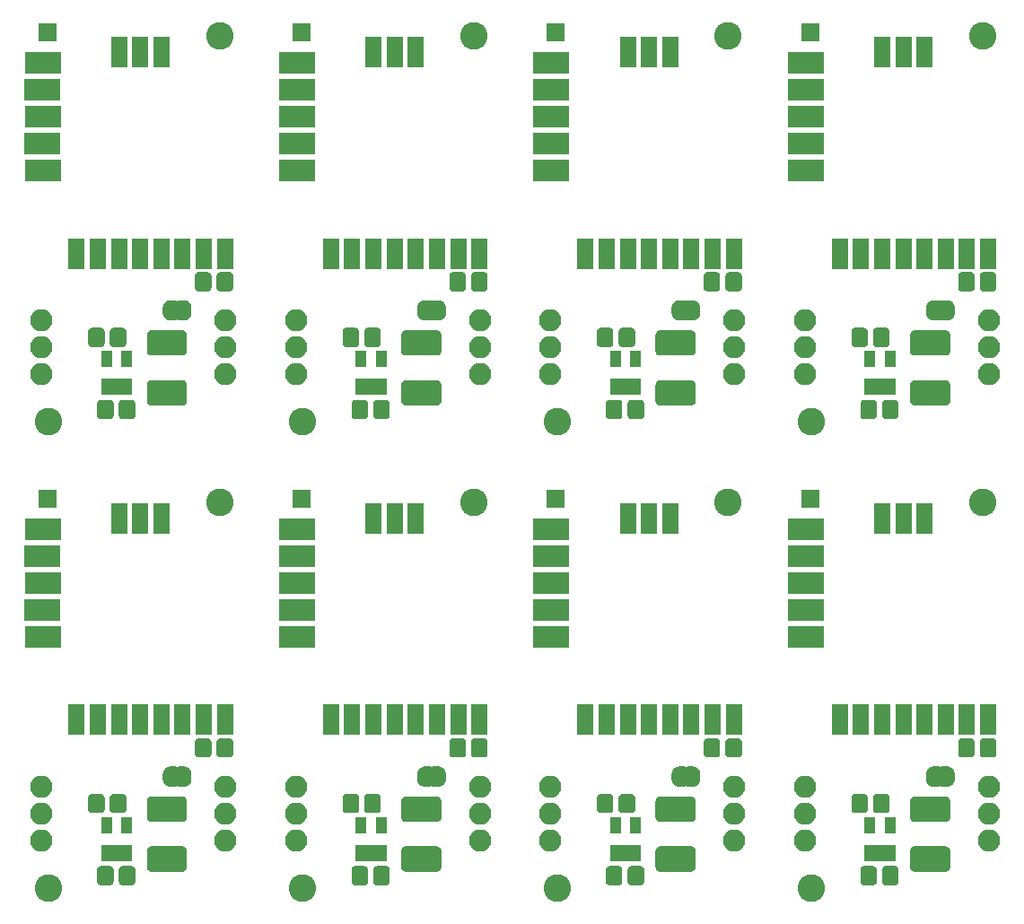
<source format=gbs>
%MOIN*%
%OFA0B0*%
%FSLAX46Y46*%
%IPPOS*%
%LPD*%
%ADD10O,0.082677165354330714X0.082677165354330714*%
%ADD11C,0.005905511811023622*%
%ADD12C,0.094488188976377951*%
%ADD13C,0.0610236220472441*%
%ADD14C,0.01968503937007874*%
%ADD15R,0.062992125984251982X0.11511811023622047*%
%ADD16R,0.041338582677165357X0.063779527559055124*%
%ADD17R,0.13385826771653545X0.082677165354330714*%
%ADD18C,0.10236220472440946*%
%ADD19R,0.068897637795275593X0.068897637795275593*%
%ADD30O,0.082677165354330714X0.082677165354330714*%
%ADD31C,0.005905511811023622*%
%ADD32C,0.094488188976377951*%
%ADD33C,0.0610236220472441*%
%ADD34C,0.01968503937007874*%
%ADD35R,0.062992125984251982X0.11511811023622047*%
%ADD36R,0.041338582677165357X0.063779527559055124*%
%ADD37R,0.13385826771653545X0.082677165354330714*%
%ADD38C,0.10236220472440946*%
%ADD39R,0.068897637795275593X0.068897637795275593*%
%ADD40O,0.082677165354330714X0.082677165354330714*%
%ADD41C,0.005905511811023622*%
%ADD42C,0.094488188976377951*%
%ADD43C,0.0610236220472441*%
%ADD44C,0.01968503937007874*%
%ADD45R,0.062992125984251982X0.11511811023622047*%
%ADD46R,0.041338582677165357X0.063779527559055124*%
%ADD47R,0.13385826771653545X0.082677165354330714*%
%ADD48C,0.10236220472440946*%
%ADD49R,0.068897637795275593X0.068897637795275593*%
%ADD50O,0.082677165354330714X0.082677165354330714*%
%ADD51C,0.005905511811023622*%
%ADD52C,0.094488188976377951*%
%ADD53C,0.0610236220472441*%
%ADD54C,0.01968503937007874*%
%ADD55R,0.062992125984251982X0.11511811023622047*%
%ADD56R,0.041338582677165357X0.063779527559055124*%
%ADD57R,0.13385826771653545X0.082677165354330714*%
%ADD58C,0.10236220472440946*%
%ADD59R,0.068897637795275593X0.068897637795275593*%
%ADD60O,0.082677165354330714X0.082677165354330714*%
%ADD61C,0.005905511811023622*%
%ADD62C,0.094488188976377951*%
%ADD63C,0.0610236220472441*%
%ADD64C,0.01968503937007874*%
%ADD65R,0.062992125984251982X0.11511811023622047*%
%ADD66R,0.041338582677165357X0.063779527559055124*%
%ADD67R,0.13385826771653545X0.082677165354330714*%
%ADD68C,0.10236220472440946*%
%ADD69R,0.068897637795275593X0.068897637795275593*%
%ADD70O,0.082677165354330714X0.082677165354330714*%
%ADD71C,0.005905511811023622*%
%ADD72C,0.094488188976377951*%
%ADD73C,0.0610236220472441*%
%ADD74C,0.01968503937007874*%
%ADD75R,0.062992125984251982X0.11511811023622047*%
%ADD76R,0.041338582677165357X0.063779527559055124*%
%ADD77R,0.13385826771653545X0.082677165354330714*%
%ADD78C,0.10236220472440946*%
%ADD79R,0.068897637795275593X0.068897637795275593*%
%ADD80O,0.082677165354330714X0.082677165354330714*%
%ADD81C,0.005905511811023622*%
%ADD82C,0.094488188976377951*%
%ADD83C,0.0610236220472441*%
%ADD84C,0.01968503937007874*%
%ADD85R,0.062992125984251982X0.11511811023622047*%
%ADD86R,0.041338582677165357X0.063779527559055124*%
%ADD87R,0.13385826771653545X0.082677165354330714*%
%ADD88C,0.10236220472440946*%
%ADD89R,0.068897637795275593X0.068897637795275593*%
%ADD90O,0.082677165354330714X0.082677165354330714*%
%ADD91C,0.005905511811023622*%
%ADD92C,0.094488188976377951*%
%ADD93C,0.0610236220472441*%
%ADD94C,0.01968503937007874*%
%ADD95R,0.062992125984251982X0.11511811023622047*%
%ADD96R,0.041338582677165357X0.063779527559055124*%
%ADD97R,0.13385826771653545X0.082677165354330714*%
%ADD98C,0.10236220472440946*%
%ADD99R,0.068897637795275593X0.068897637795275593*%
D10*
X-0006692913Y0004921259D02*
X0000051181Y0000248818D03*
X0000051181Y0000348818D03*
X0000051181Y0000448818D03*
D11*
G36*
X0000575368Y0000412117D02*
G01*
X0000577129Y0000411856D01*
X0000578856Y0000411423D01*
X0000580533Y0000410823D01*
X0000582142Y0000410062D01*
X0000583669Y0000409147D01*
X0000585099Y0000408086D01*
X0000586418Y0000406891D01*
X0000587614Y0000405571D01*
X0000588674Y0000404142D01*
X0000589590Y0000402614D01*
X0000590351Y0000401005D01*
X0000590951Y0000399329D01*
X0000591383Y0000397602D01*
X0000591644Y0000395841D01*
X0000591732Y0000394062D01*
X0000591732Y0000335858D01*
X0000591644Y0000334080D01*
X0000591383Y0000332318D01*
X0000590951Y0000330591D01*
X0000590351Y0000328915D01*
X0000589590Y0000327306D01*
X0000588674Y0000325779D01*
X0000587614Y0000324349D01*
X0000586418Y0000323030D01*
X0000585099Y0000321834D01*
X0000583669Y0000320773D01*
X0000582142Y0000319858D01*
X0000580533Y0000319097D01*
X0000578856Y0000318497D01*
X0000577129Y0000318065D01*
X0000575368Y0000317803D01*
X0000573590Y0000317716D01*
X0000460267Y0000317716D01*
X0000458489Y0000317803D01*
X0000456728Y0000318065D01*
X0000455001Y0000318497D01*
X0000453325Y0000319097D01*
X0000451715Y0000319858D01*
X0000450188Y0000320773D01*
X0000448758Y0000321834D01*
X0000447439Y0000323030D01*
X0000446243Y0000324349D01*
X0000445183Y0000325779D01*
X0000444268Y0000327306D01*
X0000443506Y0000328915D01*
X0000442907Y0000330591D01*
X0000442474Y0000332318D01*
X0000442213Y0000334080D01*
X0000442125Y0000335858D01*
X0000442125Y0000394062D01*
X0000442213Y0000395841D01*
X0000442474Y0000397602D01*
X0000442907Y0000399329D01*
X0000443506Y0000401005D01*
X0000444268Y0000402614D01*
X0000445183Y0000404142D01*
X0000446243Y0000405571D01*
X0000447439Y0000406891D01*
X0000448758Y0000408086D01*
X0000450188Y0000409147D01*
X0000451715Y0000410062D01*
X0000453325Y0000410823D01*
X0000455001Y0000411423D01*
X0000456728Y0000411856D01*
X0000458489Y0000412117D01*
X0000460267Y0000412204D01*
X0000573590Y0000412204D01*
X0000575368Y0000412117D01*
X0000575368Y0000412117D01*
G37*
D12*
X0000516929Y0000364960D03*
D11*
G36*
X0000575368Y0000227077D02*
G01*
X0000577129Y0000226816D01*
X0000578856Y0000226384D01*
X0000580533Y0000225784D01*
X0000582142Y0000225023D01*
X0000583669Y0000224107D01*
X0000585099Y0000223047D01*
X0000586418Y0000221851D01*
X0000587614Y0000220532D01*
X0000588674Y0000219102D01*
X0000589590Y0000217575D01*
X0000590351Y0000215966D01*
X0000590951Y0000214289D01*
X0000591383Y0000212562D01*
X0000591644Y0000210801D01*
X0000591732Y0000209023D01*
X0000591732Y0000150818D01*
X0000591644Y0000149040D01*
X0000591383Y0000147279D01*
X0000590951Y0000145552D01*
X0000590351Y0000143876D01*
X0000589590Y0000142266D01*
X0000588674Y0000140739D01*
X0000587614Y0000139309D01*
X0000586418Y0000137990D01*
X0000585099Y0000136795D01*
X0000583669Y0000135734D01*
X0000582142Y0000134819D01*
X0000580533Y0000134058D01*
X0000578856Y0000133458D01*
X0000577129Y0000133025D01*
X0000575368Y0000132764D01*
X0000573590Y0000132677D01*
X0000460267Y0000132677D01*
X0000458489Y0000132764D01*
X0000456728Y0000133025D01*
X0000455001Y0000133458D01*
X0000453325Y0000134058D01*
X0000451715Y0000134819D01*
X0000450188Y0000135734D01*
X0000448758Y0000136795D01*
X0000447439Y0000137990D01*
X0000446243Y0000139309D01*
X0000445183Y0000140739D01*
X0000444268Y0000142266D01*
X0000443506Y0000143876D01*
X0000442907Y0000145552D01*
X0000442474Y0000147279D01*
X0000442213Y0000149040D01*
X0000442125Y0000150818D01*
X0000442125Y0000209023D01*
X0000442213Y0000210801D01*
X0000442474Y0000212562D01*
X0000442907Y0000214289D01*
X0000443506Y0000215966D01*
X0000444268Y0000217575D01*
X0000445183Y0000219102D01*
X0000446243Y0000220532D01*
X0000447439Y0000221851D01*
X0000448758Y0000223047D01*
X0000450188Y0000224107D01*
X0000451715Y0000225023D01*
X0000453325Y0000225784D01*
X0000455001Y0000226384D01*
X0000456728Y0000226816D01*
X0000458489Y0000227077D01*
X0000460267Y0000227165D01*
X0000573590Y0000227165D01*
X0000575368Y0000227077D01*
X0000575368Y0000227077D01*
G37*
D12*
X0000516929Y0000179921D03*
D11*
G36*
X0000306931Y0000153479D02*
G01*
X0000308219Y0000153288D01*
X0000309482Y0000152972D01*
X0000310708Y0000152533D01*
X0000311885Y0000151976D01*
X0000313001Y0000151307D01*
X0000314047Y0000150532D01*
X0000315012Y0000149657D01*
X0000315886Y0000148693D01*
X0000316661Y0000147647D01*
X0000317331Y0000146530D01*
X0000317887Y0000145353D01*
X0000318326Y0000144128D01*
X0000318642Y0000142865D01*
X0000318833Y0000141577D01*
X0000318897Y0000140277D01*
X0000318897Y0000095943D01*
X0000318833Y0000094642D01*
X0000318642Y0000093355D01*
X0000318326Y0000092092D01*
X0000317887Y0000090866D01*
X0000317331Y0000089689D01*
X0000316661Y0000088572D01*
X0000315886Y0000087527D01*
X0000315012Y0000086562D01*
X0000314047Y0000085688D01*
X0000313001Y0000084912D01*
X0000311885Y0000084243D01*
X0000310708Y0000083686D01*
X0000309482Y0000083248D01*
X0000308219Y0000082932D01*
X0000306931Y0000082741D01*
X0000305631Y0000082677D01*
X0000271139Y0000082677D01*
X0000269839Y0000082741D01*
X0000268551Y0000082932D01*
X0000267289Y0000083248D01*
X0000266063Y0000083686D01*
X0000264886Y0000084243D01*
X0000263769Y0000084912D01*
X0000262724Y0000085688D01*
X0000261759Y0000086562D01*
X0000260885Y0000087527D01*
X0000260109Y0000088572D01*
X0000259440Y0000089689D01*
X0000258883Y0000090866D01*
X0000258445Y0000092092D01*
X0000258128Y0000093355D01*
X0000257937Y0000094642D01*
X0000257874Y0000095943D01*
X0000257874Y0000140277D01*
X0000257937Y0000141577D01*
X0000258128Y0000142865D01*
X0000258445Y0000144128D01*
X0000258883Y0000145353D01*
X0000259440Y0000146530D01*
X0000260109Y0000147647D01*
X0000260885Y0000148693D01*
X0000261759Y0000149657D01*
X0000262724Y0000150532D01*
X0000263769Y0000151307D01*
X0000264886Y0000151976D01*
X0000266063Y0000152533D01*
X0000267289Y0000152972D01*
X0000268551Y0000153288D01*
X0000269839Y0000153479D01*
X0000271139Y0000153543D01*
X0000305631Y0000153543D01*
X0000306931Y0000153479D01*
X0000306931Y0000153479D01*
G37*
D13*
X0000288385Y0000118110D03*
D11*
G36*
X0000387640Y0000153479D02*
G01*
X0000388928Y0000153288D01*
X0000390191Y0000152972D01*
X0000391416Y0000152533D01*
X0000392593Y0000151976D01*
X0000393710Y0000151307D01*
X0000394756Y0000150532D01*
X0000395720Y0000149657D01*
X0000396595Y0000148693D01*
X0000397370Y0000147647D01*
X0000398039Y0000146530D01*
X0000398596Y0000145353D01*
X0000399035Y0000144128D01*
X0000399351Y0000142865D01*
X0000399542Y0000141577D01*
X0000399606Y0000140277D01*
X0000399606Y0000095943D01*
X0000399542Y0000094642D01*
X0000399351Y0000093355D01*
X0000399035Y0000092092D01*
X0000398596Y0000090866D01*
X0000398039Y0000089689D01*
X0000397370Y0000088572D01*
X0000396595Y0000087527D01*
X0000395720Y0000086562D01*
X0000394756Y0000085688D01*
X0000393710Y0000084912D01*
X0000392593Y0000084243D01*
X0000391416Y0000083686D01*
X0000390191Y0000083248D01*
X0000388928Y0000082932D01*
X0000387640Y0000082741D01*
X0000386340Y0000082677D01*
X0000351848Y0000082677D01*
X0000350548Y0000082741D01*
X0000349260Y0000082932D01*
X0000347997Y0000083248D01*
X0000346771Y0000083686D01*
X0000345595Y0000084243D01*
X0000344478Y0000084912D01*
X0000343432Y0000085688D01*
X0000342468Y0000086562D01*
X0000341593Y0000087527D01*
X0000340818Y0000088572D01*
X0000340149Y0000089689D01*
X0000339592Y0000090866D01*
X0000339153Y0000092092D01*
X0000338837Y0000093355D01*
X0000338646Y0000094642D01*
X0000338582Y0000095943D01*
X0000338582Y0000140277D01*
X0000338646Y0000141577D01*
X0000338837Y0000142865D01*
X0000339153Y0000144128D01*
X0000339592Y0000145353D01*
X0000340149Y0000146530D01*
X0000340818Y0000147647D01*
X0000341593Y0000148693D01*
X0000342468Y0000149657D01*
X0000343432Y0000150532D01*
X0000344478Y0000151307D01*
X0000345595Y0000151976D01*
X0000346771Y0000152533D01*
X0000347997Y0000152972D01*
X0000349260Y0000153288D01*
X0000350548Y0000153479D01*
X0000351848Y0000153543D01*
X0000386340Y0000153543D01*
X0000387640Y0000153479D01*
X0000387640Y0000153479D01*
G37*
D13*
X0000369094Y0000118110D03*
D11*
G36*
X0000273467Y0000421195D02*
G01*
X0000274755Y0000421004D01*
X0000276017Y0000420688D01*
X0000277243Y0000420250D01*
X0000278420Y0000419693D01*
X0000279537Y0000419024D01*
X0000280582Y0000418248D01*
X0000281547Y0000417374D01*
X0000282421Y0000416409D01*
X0000283197Y0000415364D01*
X0000283866Y0000414247D01*
X0000284423Y0000413070D01*
X0000284861Y0000411844D01*
X0000285178Y0000410581D01*
X0000285369Y0000409294D01*
X0000285433Y0000407993D01*
X0000285433Y0000363659D01*
X0000285369Y0000362359D01*
X0000285178Y0000361071D01*
X0000284861Y0000359808D01*
X0000284423Y0000358582D01*
X0000283866Y0000357406D01*
X0000283197Y0000356289D01*
X0000282421Y0000355243D01*
X0000281547Y0000354279D01*
X0000280582Y0000353404D01*
X0000279537Y0000352629D01*
X0000278420Y0000351960D01*
X0000277243Y0000351403D01*
X0000276017Y0000350964D01*
X0000274755Y0000350648D01*
X0000273467Y0000350457D01*
X0000272167Y0000350393D01*
X0000237675Y0000350393D01*
X0000236375Y0000350457D01*
X0000235087Y0000350648D01*
X0000233824Y0000350964D01*
X0000232598Y0000351403D01*
X0000231421Y0000351960D01*
X0000230305Y0000352629D01*
X0000229259Y0000353404D01*
X0000228294Y0000354279D01*
X0000227420Y0000355243D01*
X0000226645Y0000356289D01*
X0000225975Y0000357406D01*
X0000225419Y0000358582D01*
X0000224980Y0000359808D01*
X0000224664Y0000361071D01*
X0000224473Y0000362359D01*
X0000224409Y0000363659D01*
X0000224409Y0000407993D01*
X0000224473Y0000409294D01*
X0000224664Y0000410581D01*
X0000224980Y0000411844D01*
X0000225419Y0000413070D01*
X0000225975Y0000414247D01*
X0000226645Y0000415364D01*
X0000227420Y0000416409D01*
X0000228294Y0000417374D01*
X0000229259Y0000418248D01*
X0000230305Y0000419024D01*
X0000231421Y0000419693D01*
X0000232598Y0000420250D01*
X0000233824Y0000420688D01*
X0000235087Y0000421004D01*
X0000236375Y0000421195D01*
X0000237675Y0000421259D01*
X0000272167Y0000421259D01*
X0000273467Y0000421195D01*
X0000273467Y0000421195D01*
G37*
D13*
X0000254921Y0000385826D03*
D11*
G36*
X0000354176Y0000421195D02*
G01*
X0000355463Y0000421004D01*
X0000356726Y0000420688D01*
X0000357952Y0000420250D01*
X0000359129Y0000419693D01*
X0000360245Y0000419024D01*
X0000361291Y0000418248D01*
X0000362256Y0000417374D01*
X0000363130Y0000416409D01*
X0000363905Y0000415364D01*
X0000364575Y0000414247D01*
X0000365131Y0000413070D01*
X0000365570Y0000411844D01*
X0000365886Y0000410581D01*
X0000366077Y0000409294D01*
X0000366141Y0000407993D01*
X0000366141Y0000363659D01*
X0000366077Y0000362359D01*
X0000365886Y0000361071D01*
X0000365570Y0000359808D01*
X0000365131Y0000358582D01*
X0000364575Y0000357406D01*
X0000363905Y0000356289D01*
X0000363130Y0000355243D01*
X0000362256Y0000354279D01*
X0000361291Y0000353404D01*
X0000360245Y0000352629D01*
X0000359129Y0000351960D01*
X0000357952Y0000351403D01*
X0000356726Y0000350964D01*
X0000355463Y0000350648D01*
X0000354176Y0000350457D01*
X0000352875Y0000350393D01*
X0000318384Y0000350393D01*
X0000317083Y0000350457D01*
X0000315796Y0000350648D01*
X0000314533Y0000350964D01*
X0000313307Y0000351403D01*
X0000312130Y0000351960D01*
X0000311013Y0000352629D01*
X0000309968Y0000353404D01*
X0000309003Y0000354279D01*
X0000308129Y0000355243D01*
X0000307353Y0000356289D01*
X0000306684Y0000357406D01*
X0000306127Y0000358582D01*
X0000305689Y0000359808D01*
X0000305372Y0000361071D01*
X0000305181Y0000362359D01*
X0000305118Y0000363659D01*
X0000305118Y0000407993D01*
X0000305181Y0000409294D01*
X0000305372Y0000410581D01*
X0000305689Y0000411844D01*
X0000306127Y0000413070D01*
X0000306684Y0000414247D01*
X0000307353Y0000415364D01*
X0000308129Y0000416409D01*
X0000309003Y0000417374D01*
X0000309968Y0000418248D01*
X0000311013Y0000419024D01*
X0000312130Y0000419693D01*
X0000313307Y0000420250D01*
X0000314533Y0000420688D01*
X0000315796Y0000421004D01*
X0000317083Y0000421195D01*
X0000318384Y0000421259D01*
X0000352875Y0000421259D01*
X0000354176Y0000421195D01*
X0000354176Y0000421195D01*
G37*
D13*
X0000335629Y0000385826D03*
D11*
G36*
X0000670120Y0000627888D02*
G01*
X0000671408Y0000627697D01*
X0000672671Y0000627381D01*
X0000673897Y0000626942D01*
X0000675074Y0000626386D01*
X0000676190Y0000625717D01*
X0000677236Y0000624941D01*
X0000678201Y0000624067D01*
X0000679075Y0000623102D01*
X0000679850Y0000622056D01*
X0000680520Y0000620940D01*
X0000681076Y0000619763D01*
X0000681515Y0000618537D01*
X0000681831Y0000617274D01*
X0000682022Y0000615987D01*
X0000682086Y0000614686D01*
X0000682086Y0000570352D01*
X0000682022Y0000569052D01*
X0000681831Y0000567764D01*
X0000681515Y0000566501D01*
X0000681076Y0000565275D01*
X0000680520Y0000564099D01*
X0000679850Y0000562982D01*
X0000679075Y0000561936D01*
X0000678201Y0000560972D01*
X0000677236Y0000560097D01*
X0000676190Y0000559322D01*
X0000675074Y0000558652D01*
X0000673897Y0000558096D01*
X0000672671Y0000557657D01*
X0000671408Y0000557341D01*
X0000670120Y0000557150D01*
X0000668820Y0000557086D01*
X0000634328Y0000557086D01*
X0000633028Y0000557150D01*
X0000631740Y0000557341D01*
X0000630478Y0000557657D01*
X0000629252Y0000558096D01*
X0000628075Y0000558652D01*
X0000626958Y0000559322D01*
X0000625913Y0000560097D01*
X0000624948Y0000560972D01*
X0000624074Y0000561936D01*
X0000623298Y0000562982D01*
X0000622629Y0000564099D01*
X0000622072Y0000565275D01*
X0000621634Y0000566501D01*
X0000621317Y0000567764D01*
X0000621126Y0000569052D01*
X0000621062Y0000570352D01*
X0000621062Y0000614686D01*
X0000621126Y0000615987D01*
X0000621317Y0000617274D01*
X0000621634Y0000618537D01*
X0000622072Y0000619763D01*
X0000622629Y0000620940D01*
X0000623298Y0000622056D01*
X0000624074Y0000623102D01*
X0000624948Y0000624067D01*
X0000625913Y0000624941D01*
X0000626958Y0000625717D01*
X0000628075Y0000626386D01*
X0000629252Y0000626942D01*
X0000630478Y0000627381D01*
X0000631740Y0000627697D01*
X0000633028Y0000627888D01*
X0000634328Y0000627952D01*
X0000668820Y0000627952D01*
X0000670120Y0000627888D01*
X0000670120Y0000627888D01*
G37*
D13*
X0000651574Y0000592519D03*
D11*
G36*
X0000750829Y0000627888D02*
G01*
X0000752117Y0000627697D01*
X0000753380Y0000627381D01*
X0000754605Y0000626942D01*
X0000755782Y0000626386D01*
X0000756899Y0000625717D01*
X0000757945Y0000624941D01*
X0000758909Y0000624067D01*
X0000759784Y0000623102D01*
X0000760559Y0000622056D01*
X0000761228Y0000620940D01*
X0000761785Y0000619763D01*
X0000762224Y0000618537D01*
X0000762540Y0000617274D01*
X0000762731Y0000615987D01*
X0000762795Y0000614686D01*
X0000762795Y0000570352D01*
X0000762731Y0000569052D01*
X0000762540Y0000567764D01*
X0000762224Y0000566501D01*
X0000761785Y0000565275D01*
X0000761228Y0000564099D01*
X0000760559Y0000562982D01*
X0000759784Y0000561936D01*
X0000758909Y0000560972D01*
X0000757945Y0000560097D01*
X0000756899Y0000559322D01*
X0000755782Y0000558652D01*
X0000754605Y0000558096D01*
X0000753380Y0000557657D01*
X0000752117Y0000557341D01*
X0000750829Y0000557150D01*
X0000749529Y0000557086D01*
X0000715037Y0000557086D01*
X0000713737Y0000557150D01*
X0000712449Y0000557341D01*
X0000711186Y0000557657D01*
X0000709960Y0000558096D01*
X0000708784Y0000558652D01*
X0000707667Y0000559322D01*
X0000706621Y0000560097D01*
X0000705657Y0000560972D01*
X0000704782Y0000561936D01*
X0000704007Y0000562982D01*
X0000703338Y0000564099D01*
X0000702781Y0000565275D01*
X0000702342Y0000566501D01*
X0000702026Y0000567764D01*
X0000701835Y0000569052D01*
X0000701771Y0000570352D01*
X0000701771Y0000614686D01*
X0000701835Y0000615987D01*
X0000702026Y0000617274D01*
X0000702342Y0000618537D01*
X0000702781Y0000619763D01*
X0000703338Y0000620940D01*
X0000704007Y0000622056D01*
X0000704782Y0000623102D01*
X0000705657Y0000624067D01*
X0000706621Y0000624941D01*
X0000707667Y0000625717D01*
X0000708784Y0000626386D01*
X0000709960Y0000626942D01*
X0000711186Y0000627381D01*
X0000712449Y0000627697D01*
X0000713737Y0000627888D01*
X0000715037Y0000627952D01*
X0000749529Y0000627952D01*
X0000750829Y0000627888D01*
X0000750829Y0000627888D01*
G37*
D13*
X0000732283Y0000592519D03*
D14*
X0000529527Y0000486220D03*
D11*
G36*
X0000529286Y0000448842D02*
G01*
X0000528561Y0000448842D01*
X0000527789Y0000448880D01*
X0000525867Y0000449069D01*
X0000525103Y0000449183D01*
X0000523208Y0000449560D01*
X0000522458Y0000449747D01*
X0000520610Y0000450308D01*
X0000519882Y0000450568D01*
X0000518097Y0000451308D01*
X0000517399Y0000451638D01*
X0000515695Y0000452549D01*
X0000515032Y0000452946D01*
X0000513426Y0000454019D01*
X0000512805Y0000454480D01*
X0000511312Y0000455705D01*
X0000510740Y0000456224D01*
X0000509374Y0000457590D01*
X0000508855Y0000458163D01*
X0000507629Y0000459656D01*
X0000507169Y0000460277D01*
X0000506096Y0000461883D01*
X0000505698Y0000462545D01*
X0000504788Y0000464249D01*
X0000504457Y0000464948D01*
X0000503718Y0000466733D01*
X0000503458Y0000467460D01*
X0000502897Y0000469309D01*
X0000502709Y0000470058D01*
X0000502332Y0000471953D01*
X0000502219Y0000472717D01*
X0000502030Y0000474640D01*
X0000501992Y0000475412D01*
X0000501992Y0000476137D01*
X0000501968Y0000476377D01*
X0000501968Y0000496062D01*
X0000501992Y0000496303D01*
X0000501992Y0000497028D01*
X0000502030Y0000497800D01*
X0000502219Y0000499723D01*
X0000502332Y0000500487D01*
X0000502709Y0000502382D01*
X0000502897Y0000503131D01*
X0000503458Y0000504980D01*
X0000503718Y0000505707D01*
X0000504457Y0000507492D01*
X0000504788Y0000508191D01*
X0000505698Y0000509895D01*
X0000506096Y0000510557D01*
X0000507169Y0000512163D01*
X0000507629Y0000512784D01*
X0000508855Y0000514277D01*
X0000509374Y0000514850D01*
X0000510740Y0000516216D01*
X0000511312Y0000516735D01*
X0000512805Y0000517960D01*
X0000513426Y0000518421D01*
X0000515032Y0000519494D01*
X0000515695Y0000519891D01*
X0000517399Y0000520802D01*
X0000518097Y0000521132D01*
X0000519882Y0000521872D01*
X0000520610Y0000522132D01*
X0000522458Y0000522693D01*
X0000523208Y0000522880D01*
X0000525103Y0000523257D01*
X0000525867Y0000523371D01*
X0000527789Y0000523560D01*
X0000528561Y0000523598D01*
X0000529286Y0000523598D01*
X0000529527Y0000523622D01*
X0000549212Y0000523622D01*
X0000550748Y0000523470D01*
X0000552225Y0000523022D01*
X0000553587Y0000522295D01*
X0000554780Y0000521315D01*
X0000555759Y0000520122D01*
X0000556487Y0000518761D01*
X0000556935Y0000517284D01*
X0000557086Y0000515747D01*
X0000557086Y0000456692D01*
X0000556935Y0000455156D01*
X0000556487Y0000453679D01*
X0000555759Y0000452318D01*
X0000554780Y0000451125D01*
X0000553587Y0000450145D01*
X0000552225Y0000449418D01*
X0000550748Y0000448970D01*
X0000549212Y0000448818D01*
X0000529527Y0000448818D01*
X0000529286Y0000448842D01*
X0000529286Y0000448842D01*
G37*
D14*
X0000580708Y0000486220D03*
D11*
G36*
X0000559487Y0000448970D02*
G01*
X0000558010Y0000449418D01*
X0000556649Y0000450145D01*
X0000555455Y0000451125D01*
X0000554476Y0000452318D01*
X0000553748Y0000453679D01*
X0000553300Y0000455156D01*
X0000553149Y0000456692D01*
X0000553149Y0000515747D01*
X0000553300Y0000517284D01*
X0000553748Y0000518761D01*
X0000554476Y0000520122D01*
X0000555455Y0000521315D01*
X0000556649Y0000522295D01*
X0000558010Y0000523022D01*
X0000559487Y0000523470D01*
X0000561023Y0000523622D01*
X0000580708Y0000523622D01*
X0000580949Y0000523598D01*
X0000581674Y0000523598D01*
X0000582446Y0000523560D01*
X0000584368Y0000523371D01*
X0000585133Y0000523257D01*
X0000587027Y0000522880D01*
X0000587777Y0000522693D01*
X0000589626Y0000522132D01*
X0000590353Y0000521872D01*
X0000592138Y0000521132D01*
X0000592837Y0000520802D01*
X0000594540Y0000519891D01*
X0000595203Y0000519494D01*
X0000596809Y0000518421D01*
X0000597430Y0000517960D01*
X0000598923Y0000516735D01*
X0000599496Y0000516216D01*
X0000600862Y0000514850D01*
X0000601380Y0000514277D01*
X0000602606Y0000512784D01*
X0000603066Y0000512163D01*
X0000604140Y0000510557D01*
X0000604537Y0000509895D01*
X0000605447Y0000508191D01*
X0000605778Y0000507492D01*
X0000606517Y0000505707D01*
X0000606777Y0000504980D01*
X0000607338Y0000503131D01*
X0000607526Y0000502382D01*
X0000607903Y0000500487D01*
X0000608016Y0000499723D01*
X0000608206Y0000497800D01*
X0000608244Y0000497028D01*
X0000608244Y0000496303D01*
X0000608267Y0000496062D01*
X0000608267Y0000476377D01*
X0000608244Y0000476137D01*
X0000608244Y0000475412D01*
X0000608206Y0000474640D01*
X0000608016Y0000472717D01*
X0000607903Y0000471953D01*
X0000607526Y0000470058D01*
X0000607338Y0000469309D01*
X0000606777Y0000467460D01*
X0000606517Y0000466733D01*
X0000605778Y0000464948D01*
X0000605447Y0000464249D01*
X0000604537Y0000462545D01*
X0000604140Y0000461883D01*
X0000603066Y0000460277D01*
X0000602606Y0000459656D01*
X0000601380Y0000458163D01*
X0000600862Y0000457590D01*
X0000599496Y0000456224D01*
X0000598923Y0000455705D01*
X0000597430Y0000454480D01*
X0000596809Y0000454019D01*
X0000595203Y0000452946D01*
X0000594540Y0000452549D01*
X0000592837Y0000451638D01*
X0000592138Y0000451308D01*
X0000590353Y0000450568D01*
X0000589626Y0000450308D01*
X0000587777Y0000449747D01*
X0000587027Y0000449560D01*
X0000585133Y0000449183D01*
X0000584368Y0000449069D01*
X0000582446Y0000448880D01*
X0000581674Y0000448842D01*
X0000580949Y0000448842D01*
X0000580708Y0000448818D01*
X0000561023Y0000448818D01*
X0000559487Y0000448970D01*
X0000559487Y0000448970D01*
G37*
D10*
X0000734586Y0000248759D03*
X0000734586Y0000348759D03*
X0000734586Y0000448759D03*
D15*
X0000732677Y0000697559D03*
X0000653937Y0000697559D03*
X0000575196Y0000697559D03*
X0000496456Y0000697559D03*
X0000417716Y0000697559D03*
X0000338976Y0000697559D03*
X0000260236Y0000697559D03*
X0000181496Y0000697559D03*
X0000417716Y0001445590D03*
X0000496456Y0001445590D03*
X0000338976Y0001445590D03*
D16*
X0000368110Y0000305511D03*
X0000293307Y0000305511D03*
X0000293307Y0000202362D03*
X0000330708Y0000202362D03*
X0000368110Y0000202362D03*
D17*
X0000055531Y0001006259D03*
X0000055531Y0001206259D03*
X0000055531Y0001406259D03*
X0000054586Y0001106259D03*
X0000054586Y0001306259D03*
D18*
X0000712086Y0001506259D03*
X0000077086Y0000071259D03*
D19*
X0000072086Y0001518759D03*
G04 next file*
G04 #@! TF.GenerationSoftware,KiCad,Pcbnew,(5.1.4)-1*
G04 #@! TF.CreationDate,2019-12-06T07:46:03+01:00*
G04 #@! TF.ProjectId,HM-LC-SW1-BA-PCB_mini_MAX1724,484d2d4c-432d-4535-9731-2d42412d5043,rev?*
G04 #@! TF.SameCoordinates,Original*
G04 #@! TF.FileFunction,Soldermask,Bot*
G04 #@! TF.FilePolarity,Negative*
G04 Gerber Fmt 4.6, Leading zero omitted, Abs format (unit mm)*
G04 Created by KiCad (PCBNEW (5.1.4)-1) date 2019-12-06 07:46:03*
G04 APERTURE LIST*
G04 APERTURE END LIST*
D30*
X-0006692913Y0006653543D02*
X0000051181Y0001981102D03*
X0000051181Y0002081102D03*
X0000051181Y0002181102D03*
D31*
G36*
X0000575368Y0002144400D02*
G01*
X0000577129Y0002144139D01*
X0000578856Y0002143707D01*
X0000580533Y0002143107D01*
X0000582142Y0002142346D01*
X0000583669Y0002141430D01*
X0000585099Y0002140370D01*
X0000586418Y0002139174D01*
X0000587614Y0002137855D01*
X0000588674Y0002136425D01*
X0000589590Y0002134898D01*
X0000590351Y0002133289D01*
X0000590951Y0002131612D01*
X0000591383Y0002129885D01*
X0000591644Y0002128124D01*
X0000591732Y0002126346D01*
X0000591732Y0002068141D01*
X0000591644Y0002066363D01*
X0000591383Y0002064602D01*
X0000590951Y0002062875D01*
X0000590351Y0002061199D01*
X0000589590Y0002059589D01*
X0000588674Y0002058062D01*
X0000587614Y0002056632D01*
X0000586418Y0002055313D01*
X0000585099Y0002054117D01*
X0000583669Y0002053057D01*
X0000582142Y0002052142D01*
X0000580533Y0002051380D01*
X0000578856Y0002050781D01*
X0000577129Y0002050348D01*
X0000575368Y0002050087D01*
X0000573590Y0002049999D01*
X0000460267Y0002049999D01*
X0000458489Y0002050087D01*
X0000456728Y0002050348D01*
X0000455001Y0002050781D01*
X0000453325Y0002051380D01*
X0000451715Y0002052142D01*
X0000450188Y0002053057D01*
X0000448758Y0002054117D01*
X0000447439Y0002055313D01*
X0000446243Y0002056632D01*
X0000445183Y0002058062D01*
X0000444268Y0002059589D01*
X0000443506Y0002061199D01*
X0000442907Y0002062875D01*
X0000442474Y0002064602D01*
X0000442213Y0002066363D01*
X0000442125Y0002068141D01*
X0000442125Y0002126346D01*
X0000442213Y0002128124D01*
X0000442474Y0002129885D01*
X0000442907Y0002131612D01*
X0000443506Y0002133289D01*
X0000444268Y0002134898D01*
X0000445183Y0002136425D01*
X0000446243Y0002137855D01*
X0000447439Y0002139174D01*
X0000448758Y0002140370D01*
X0000450188Y0002141430D01*
X0000451715Y0002142346D01*
X0000453325Y0002143107D01*
X0000455001Y0002143707D01*
X0000456728Y0002144139D01*
X0000458489Y0002144400D01*
X0000460267Y0002144488D01*
X0000573590Y0002144488D01*
X0000575368Y0002144400D01*
X0000575368Y0002144400D01*
G37*
D32*
X0000516929Y0002097244D03*
D31*
G36*
X0000575368Y0001959361D02*
G01*
X0000577129Y0001959100D01*
X0000578856Y0001958667D01*
X0000580533Y0001958067D01*
X0000582142Y0001957306D01*
X0000583669Y0001956391D01*
X0000585099Y0001955330D01*
X0000586418Y0001954135D01*
X0000587614Y0001952816D01*
X0000588674Y0001951386D01*
X0000589590Y0001949859D01*
X0000590351Y0001948249D01*
X0000590951Y0001946573D01*
X0000591383Y0001944846D01*
X0000591644Y0001943085D01*
X0000591732Y0001941307D01*
X0000591732Y0001883102D01*
X0000591644Y0001881324D01*
X0000591383Y0001879563D01*
X0000590951Y0001877836D01*
X0000590351Y0001876159D01*
X0000589590Y0001874550D01*
X0000588674Y0001873023D01*
X0000587614Y0001871593D01*
X0000586418Y0001870274D01*
X0000585099Y0001869078D01*
X0000583669Y0001868018D01*
X0000582142Y0001867102D01*
X0000580533Y0001866341D01*
X0000578856Y0001865741D01*
X0000577129Y0001865309D01*
X0000575368Y0001865047D01*
X0000573590Y0001864960D01*
X0000460267Y0001864960D01*
X0000458489Y0001865047D01*
X0000456728Y0001865309D01*
X0000455001Y0001865741D01*
X0000453325Y0001866341D01*
X0000451715Y0001867102D01*
X0000450188Y0001868018D01*
X0000448758Y0001869078D01*
X0000447439Y0001870274D01*
X0000446243Y0001871593D01*
X0000445183Y0001873023D01*
X0000444268Y0001874550D01*
X0000443506Y0001876159D01*
X0000442907Y0001877836D01*
X0000442474Y0001879563D01*
X0000442213Y0001881324D01*
X0000442125Y0001883102D01*
X0000442125Y0001941307D01*
X0000442213Y0001943085D01*
X0000442474Y0001944846D01*
X0000442907Y0001946573D01*
X0000443506Y0001948249D01*
X0000444268Y0001949859D01*
X0000445183Y0001951386D01*
X0000446243Y0001952816D01*
X0000447439Y0001954135D01*
X0000448758Y0001955330D01*
X0000450188Y0001956391D01*
X0000451715Y0001957306D01*
X0000453325Y0001958067D01*
X0000455001Y0001958667D01*
X0000456728Y0001959100D01*
X0000458489Y0001959361D01*
X0000460267Y0001959448D01*
X0000573590Y0001959448D01*
X0000575368Y0001959361D01*
X0000575368Y0001959361D01*
G37*
D32*
X0000516929Y0001912204D03*
D31*
G36*
X0000306931Y0001885762D02*
G01*
X0000308219Y0001885571D01*
X0000309482Y0001885255D01*
X0000310708Y0001884816D01*
X0000311885Y0001884260D01*
X0000313001Y0001883591D01*
X0000314047Y0001882815D01*
X0000315012Y0001881941D01*
X0000315886Y0001880976D01*
X0000316661Y0001879930D01*
X0000317331Y0001878814D01*
X0000317887Y0001877637D01*
X0000318326Y0001876411D01*
X0000318642Y0001875148D01*
X0000318833Y0001873861D01*
X0000318897Y0001872560D01*
X0000318897Y0001828226D01*
X0000318833Y0001826926D01*
X0000318642Y0001825638D01*
X0000318326Y0001824375D01*
X0000317887Y0001823149D01*
X0000317331Y0001821973D01*
X0000316661Y0001820856D01*
X0000315886Y0001819810D01*
X0000315012Y0001818846D01*
X0000314047Y0001817971D01*
X0000313001Y0001817196D01*
X0000311885Y0001816527D01*
X0000310708Y0001815970D01*
X0000309482Y0001815531D01*
X0000308219Y0001815215D01*
X0000306931Y0001815024D01*
X0000305631Y0001814960D01*
X0000271139Y0001814960D01*
X0000269839Y0001815024D01*
X0000268551Y0001815215D01*
X0000267289Y0001815531D01*
X0000266063Y0001815970D01*
X0000264886Y0001816527D01*
X0000263769Y0001817196D01*
X0000262724Y0001817971D01*
X0000261759Y0001818846D01*
X0000260885Y0001819810D01*
X0000260109Y0001820856D01*
X0000259440Y0001821973D01*
X0000258883Y0001823149D01*
X0000258445Y0001824375D01*
X0000258128Y0001825638D01*
X0000257937Y0001826926D01*
X0000257874Y0001828226D01*
X0000257874Y0001872560D01*
X0000257937Y0001873861D01*
X0000258128Y0001875148D01*
X0000258445Y0001876411D01*
X0000258883Y0001877637D01*
X0000259440Y0001878814D01*
X0000260109Y0001879930D01*
X0000260885Y0001880976D01*
X0000261759Y0001881941D01*
X0000262724Y0001882815D01*
X0000263769Y0001883591D01*
X0000264886Y0001884260D01*
X0000266063Y0001884816D01*
X0000267289Y0001885255D01*
X0000268551Y0001885571D01*
X0000269839Y0001885762D01*
X0000271139Y0001885826D01*
X0000305631Y0001885826D01*
X0000306931Y0001885762D01*
X0000306931Y0001885762D01*
G37*
D33*
X0000288385Y0001850393D03*
D31*
G36*
X0000387640Y0001885762D02*
G01*
X0000388928Y0001885571D01*
X0000390191Y0001885255D01*
X0000391416Y0001884816D01*
X0000392593Y0001884260D01*
X0000393710Y0001883591D01*
X0000394756Y0001882815D01*
X0000395720Y0001881941D01*
X0000396595Y0001880976D01*
X0000397370Y0001879930D01*
X0000398039Y0001878814D01*
X0000398596Y0001877637D01*
X0000399035Y0001876411D01*
X0000399351Y0001875148D01*
X0000399542Y0001873861D01*
X0000399606Y0001872560D01*
X0000399606Y0001828226D01*
X0000399542Y0001826926D01*
X0000399351Y0001825638D01*
X0000399035Y0001824375D01*
X0000398596Y0001823149D01*
X0000398039Y0001821973D01*
X0000397370Y0001820856D01*
X0000396595Y0001819810D01*
X0000395720Y0001818846D01*
X0000394756Y0001817971D01*
X0000393710Y0001817196D01*
X0000392593Y0001816527D01*
X0000391416Y0001815970D01*
X0000390191Y0001815531D01*
X0000388928Y0001815215D01*
X0000387640Y0001815024D01*
X0000386340Y0001814960D01*
X0000351848Y0001814960D01*
X0000350548Y0001815024D01*
X0000349260Y0001815215D01*
X0000347997Y0001815531D01*
X0000346771Y0001815970D01*
X0000345595Y0001816527D01*
X0000344478Y0001817196D01*
X0000343432Y0001817971D01*
X0000342468Y0001818846D01*
X0000341593Y0001819810D01*
X0000340818Y0001820856D01*
X0000340149Y0001821973D01*
X0000339592Y0001823149D01*
X0000339153Y0001824375D01*
X0000338837Y0001825638D01*
X0000338646Y0001826926D01*
X0000338582Y0001828226D01*
X0000338582Y0001872560D01*
X0000338646Y0001873861D01*
X0000338837Y0001875148D01*
X0000339153Y0001876411D01*
X0000339592Y0001877637D01*
X0000340149Y0001878814D01*
X0000340818Y0001879930D01*
X0000341593Y0001880976D01*
X0000342468Y0001881941D01*
X0000343432Y0001882815D01*
X0000344478Y0001883591D01*
X0000345595Y0001884260D01*
X0000346771Y0001884816D01*
X0000347997Y0001885255D01*
X0000349260Y0001885571D01*
X0000350548Y0001885762D01*
X0000351848Y0001885826D01*
X0000386340Y0001885826D01*
X0000387640Y0001885762D01*
X0000387640Y0001885762D01*
G37*
D33*
X0000369094Y0001850393D03*
D31*
G36*
X0000273467Y0002153479D02*
G01*
X0000274755Y0002153288D01*
X0000276017Y0002152972D01*
X0000277243Y0002152533D01*
X0000278420Y0002151976D01*
X0000279537Y0002151307D01*
X0000280582Y0002150532D01*
X0000281547Y0002149657D01*
X0000282421Y0002148693D01*
X0000283197Y0002147647D01*
X0000283866Y0002146530D01*
X0000284423Y0002145353D01*
X0000284861Y0002144128D01*
X0000285178Y0002142865D01*
X0000285369Y0002141577D01*
X0000285433Y0002140277D01*
X0000285433Y0002095943D01*
X0000285369Y0002094642D01*
X0000285178Y0002093355D01*
X0000284861Y0002092092D01*
X0000284423Y0002090866D01*
X0000283866Y0002089689D01*
X0000283197Y0002088572D01*
X0000282421Y0002087527D01*
X0000281547Y0002086562D01*
X0000280582Y0002085688D01*
X0000279537Y0002084912D01*
X0000278420Y0002084243D01*
X0000277243Y0002083686D01*
X0000276017Y0002083248D01*
X0000274755Y0002082932D01*
X0000273467Y0002082741D01*
X0000272167Y0002082677D01*
X0000237675Y0002082677D01*
X0000236375Y0002082741D01*
X0000235087Y0002082932D01*
X0000233824Y0002083248D01*
X0000232598Y0002083686D01*
X0000231421Y0002084243D01*
X0000230305Y0002084912D01*
X0000229259Y0002085688D01*
X0000228294Y0002086562D01*
X0000227420Y0002087527D01*
X0000226645Y0002088572D01*
X0000225975Y0002089689D01*
X0000225419Y0002090866D01*
X0000224980Y0002092092D01*
X0000224664Y0002093355D01*
X0000224473Y0002094642D01*
X0000224409Y0002095943D01*
X0000224409Y0002140277D01*
X0000224473Y0002141577D01*
X0000224664Y0002142865D01*
X0000224980Y0002144128D01*
X0000225419Y0002145353D01*
X0000225975Y0002146530D01*
X0000226645Y0002147647D01*
X0000227420Y0002148693D01*
X0000228294Y0002149657D01*
X0000229259Y0002150532D01*
X0000230305Y0002151307D01*
X0000231421Y0002151976D01*
X0000232598Y0002152533D01*
X0000233824Y0002152972D01*
X0000235087Y0002153288D01*
X0000236375Y0002153479D01*
X0000237675Y0002153543D01*
X0000272167Y0002153543D01*
X0000273467Y0002153479D01*
X0000273467Y0002153479D01*
G37*
D33*
X0000254921Y0002118110D03*
D31*
G36*
X0000354176Y0002153479D02*
G01*
X0000355463Y0002153288D01*
X0000356726Y0002152972D01*
X0000357952Y0002152533D01*
X0000359129Y0002151976D01*
X0000360245Y0002151307D01*
X0000361291Y0002150532D01*
X0000362256Y0002149657D01*
X0000363130Y0002148693D01*
X0000363905Y0002147647D01*
X0000364575Y0002146530D01*
X0000365131Y0002145353D01*
X0000365570Y0002144128D01*
X0000365886Y0002142865D01*
X0000366077Y0002141577D01*
X0000366141Y0002140277D01*
X0000366141Y0002095943D01*
X0000366077Y0002094642D01*
X0000365886Y0002093355D01*
X0000365570Y0002092092D01*
X0000365131Y0002090866D01*
X0000364575Y0002089689D01*
X0000363905Y0002088572D01*
X0000363130Y0002087527D01*
X0000362256Y0002086562D01*
X0000361291Y0002085688D01*
X0000360245Y0002084912D01*
X0000359129Y0002084243D01*
X0000357952Y0002083686D01*
X0000356726Y0002083248D01*
X0000355463Y0002082932D01*
X0000354176Y0002082741D01*
X0000352875Y0002082677D01*
X0000318384Y0002082677D01*
X0000317083Y0002082741D01*
X0000315796Y0002082932D01*
X0000314533Y0002083248D01*
X0000313307Y0002083686D01*
X0000312130Y0002084243D01*
X0000311013Y0002084912D01*
X0000309968Y0002085688D01*
X0000309003Y0002086562D01*
X0000308129Y0002087527D01*
X0000307353Y0002088572D01*
X0000306684Y0002089689D01*
X0000306127Y0002090866D01*
X0000305689Y0002092092D01*
X0000305372Y0002093355D01*
X0000305181Y0002094642D01*
X0000305118Y0002095943D01*
X0000305118Y0002140277D01*
X0000305181Y0002141577D01*
X0000305372Y0002142865D01*
X0000305689Y0002144128D01*
X0000306127Y0002145353D01*
X0000306684Y0002146530D01*
X0000307353Y0002147647D01*
X0000308129Y0002148693D01*
X0000309003Y0002149657D01*
X0000309968Y0002150532D01*
X0000311013Y0002151307D01*
X0000312130Y0002151976D01*
X0000313307Y0002152533D01*
X0000314533Y0002152972D01*
X0000315796Y0002153288D01*
X0000317083Y0002153479D01*
X0000318384Y0002153543D01*
X0000352875Y0002153543D01*
X0000354176Y0002153479D01*
X0000354176Y0002153479D01*
G37*
D33*
X0000335629Y0002118110D03*
D31*
G36*
X0000670120Y0002360172D02*
G01*
X0000671408Y0002359981D01*
X0000672671Y0002359665D01*
X0000673897Y0002359226D01*
X0000675074Y0002358669D01*
X0000676190Y0002358000D01*
X0000677236Y0002357225D01*
X0000678201Y0002356350D01*
X0000679075Y0002355386D01*
X0000679850Y0002354340D01*
X0000680520Y0002353223D01*
X0000681076Y0002352046D01*
X0000681515Y0002350821D01*
X0000681831Y0002349558D01*
X0000682022Y0002348270D01*
X0000682086Y0002346970D01*
X0000682086Y0002302636D01*
X0000682022Y0002301335D01*
X0000681831Y0002300047D01*
X0000681515Y0002298785D01*
X0000681076Y0002297559D01*
X0000680520Y0002296382D01*
X0000679850Y0002295265D01*
X0000679075Y0002294220D01*
X0000678201Y0002293255D01*
X0000677236Y0002292381D01*
X0000676190Y0002291605D01*
X0000675074Y0002290936D01*
X0000673897Y0002290379D01*
X0000672671Y0002289941D01*
X0000671408Y0002289625D01*
X0000670120Y0002289433D01*
X0000668820Y0002289370D01*
X0000634328Y0002289370D01*
X0000633028Y0002289433D01*
X0000631740Y0002289625D01*
X0000630478Y0002289941D01*
X0000629252Y0002290379D01*
X0000628075Y0002290936D01*
X0000626958Y0002291605D01*
X0000625913Y0002292381D01*
X0000624948Y0002293255D01*
X0000624074Y0002294220D01*
X0000623298Y0002295265D01*
X0000622629Y0002296382D01*
X0000622072Y0002297559D01*
X0000621634Y0002298785D01*
X0000621317Y0002300047D01*
X0000621126Y0002301335D01*
X0000621062Y0002302636D01*
X0000621062Y0002346970D01*
X0000621126Y0002348270D01*
X0000621317Y0002349558D01*
X0000621634Y0002350821D01*
X0000622072Y0002352046D01*
X0000622629Y0002353223D01*
X0000623298Y0002354340D01*
X0000624074Y0002355386D01*
X0000624948Y0002356350D01*
X0000625913Y0002357225D01*
X0000626958Y0002358000D01*
X0000628075Y0002358669D01*
X0000629252Y0002359226D01*
X0000630478Y0002359665D01*
X0000631740Y0002359981D01*
X0000633028Y0002360172D01*
X0000634328Y0002360236D01*
X0000668820Y0002360236D01*
X0000670120Y0002360172D01*
X0000670120Y0002360172D01*
G37*
D33*
X0000651574Y0002324803D03*
D31*
G36*
X0000750829Y0002360172D02*
G01*
X0000752117Y0002359981D01*
X0000753380Y0002359665D01*
X0000754605Y0002359226D01*
X0000755782Y0002358669D01*
X0000756899Y0002358000D01*
X0000757945Y0002357225D01*
X0000758909Y0002356350D01*
X0000759784Y0002355386D01*
X0000760559Y0002354340D01*
X0000761228Y0002353223D01*
X0000761785Y0002352046D01*
X0000762224Y0002350821D01*
X0000762540Y0002349558D01*
X0000762731Y0002348270D01*
X0000762795Y0002346970D01*
X0000762795Y0002302636D01*
X0000762731Y0002301335D01*
X0000762540Y0002300047D01*
X0000762224Y0002298785D01*
X0000761785Y0002297559D01*
X0000761228Y0002296382D01*
X0000760559Y0002295265D01*
X0000759784Y0002294220D01*
X0000758909Y0002293255D01*
X0000757945Y0002292381D01*
X0000756899Y0002291605D01*
X0000755782Y0002290936D01*
X0000754605Y0002290379D01*
X0000753380Y0002289941D01*
X0000752117Y0002289625D01*
X0000750829Y0002289433D01*
X0000749529Y0002289370D01*
X0000715037Y0002289370D01*
X0000713737Y0002289433D01*
X0000712449Y0002289625D01*
X0000711186Y0002289941D01*
X0000709960Y0002290379D01*
X0000708784Y0002290936D01*
X0000707667Y0002291605D01*
X0000706621Y0002292381D01*
X0000705657Y0002293255D01*
X0000704782Y0002294220D01*
X0000704007Y0002295265D01*
X0000703338Y0002296382D01*
X0000702781Y0002297559D01*
X0000702342Y0002298785D01*
X0000702026Y0002300047D01*
X0000701835Y0002301335D01*
X0000701771Y0002302636D01*
X0000701771Y0002346970D01*
X0000701835Y0002348270D01*
X0000702026Y0002349558D01*
X0000702342Y0002350821D01*
X0000702781Y0002352046D01*
X0000703338Y0002353223D01*
X0000704007Y0002354340D01*
X0000704782Y0002355386D01*
X0000705657Y0002356350D01*
X0000706621Y0002357225D01*
X0000707667Y0002358000D01*
X0000708784Y0002358669D01*
X0000709960Y0002359226D01*
X0000711186Y0002359665D01*
X0000712449Y0002359981D01*
X0000713737Y0002360172D01*
X0000715037Y0002360236D01*
X0000749529Y0002360236D01*
X0000750829Y0002360172D01*
X0000750829Y0002360172D01*
G37*
D33*
X0000732283Y0002324803D03*
D34*
X0000529527Y0002218503D03*
D31*
G36*
X0000529286Y0002181126D02*
G01*
X0000528561Y0002181126D01*
X0000527789Y0002181163D01*
X0000525867Y0002181353D01*
X0000525103Y0002181466D01*
X0000523208Y0002181843D01*
X0000522458Y0002182031D01*
X0000520610Y0002182592D01*
X0000519882Y0002182852D01*
X0000518097Y0002183591D01*
X0000517399Y0002183922D01*
X0000515695Y0002184832D01*
X0000515032Y0002185229D01*
X0000513426Y0002186303D01*
X0000512805Y0002186763D01*
X0000511312Y0002187989D01*
X0000510740Y0002188507D01*
X0000509374Y0002189874D01*
X0000508855Y0002190446D01*
X0000507629Y0002191939D01*
X0000507169Y0002192560D01*
X0000506096Y0002194166D01*
X0000505698Y0002194829D01*
X0000504788Y0002196533D01*
X0000504457Y0002197231D01*
X0000503718Y0002199016D01*
X0000503458Y0002199743D01*
X0000502897Y0002201592D01*
X0000502709Y0002202342D01*
X0000502332Y0002204237D01*
X0000502219Y0002205001D01*
X0000502030Y0002206923D01*
X0000501992Y0002207695D01*
X0000501992Y0002208420D01*
X0000501968Y0002208661D01*
X0000501968Y0002228346D01*
X0000501992Y0002228587D01*
X0000501992Y0002229312D01*
X0000502030Y0002230084D01*
X0000502219Y0002232006D01*
X0000502332Y0002232770D01*
X0000502709Y0002234665D01*
X0000502897Y0002235415D01*
X0000503458Y0002237263D01*
X0000503718Y0002237991D01*
X0000504457Y0002239776D01*
X0000504788Y0002240474D01*
X0000505698Y0002242178D01*
X0000506096Y0002242841D01*
X0000507169Y0002244447D01*
X0000507629Y0002245068D01*
X0000508855Y0002246561D01*
X0000509374Y0002247133D01*
X0000510740Y0002248499D01*
X0000511312Y0002249018D01*
X0000512805Y0002250244D01*
X0000513426Y0002250704D01*
X0000515032Y0002251777D01*
X0000515695Y0002252175D01*
X0000517399Y0002253085D01*
X0000518097Y0002253416D01*
X0000519882Y0002254155D01*
X0000520610Y0002254415D01*
X0000522458Y0002254976D01*
X0000523208Y0002255164D01*
X0000525103Y0002255541D01*
X0000525867Y0002255654D01*
X0000527789Y0002255843D01*
X0000528561Y0002255881D01*
X0000529286Y0002255881D01*
X0000529527Y0002255905D01*
X0000549212Y0002255905D01*
X0000550748Y0002255754D01*
X0000552225Y0002255306D01*
X0000553587Y0002254578D01*
X0000554780Y0002253599D01*
X0000555759Y0002252406D01*
X0000556487Y0002251044D01*
X0000556935Y0002249567D01*
X0000557086Y0002248031D01*
X0000557086Y0002188976D01*
X0000556935Y0002187440D01*
X0000556487Y0002185963D01*
X0000555759Y0002184601D01*
X0000554780Y0002183408D01*
X0000553587Y0002182429D01*
X0000552225Y0002181701D01*
X0000550748Y0002181253D01*
X0000549212Y0002181102D01*
X0000529527Y0002181102D01*
X0000529286Y0002181126D01*
X0000529286Y0002181126D01*
G37*
D34*
X0000580708Y0002218503D03*
D31*
G36*
X0000559487Y0002181253D02*
G01*
X0000558010Y0002181701D01*
X0000556649Y0002182429D01*
X0000555455Y0002183408D01*
X0000554476Y0002184601D01*
X0000553748Y0002185963D01*
X0000553300Y0002187440D01*
X0000553149Y0002188976D01*
X0000553149Y0002248031D01*
X0000553300Y0002249567D01*
X0000553748Y0002251044D01*
X0000554476Y0002252406D01*
X0000555455Y0002253599D01*
X0000556649Y0002254578D01*
X0000558010Y0002255306D01*
X0000559487Y0002255754D01*
X0000561023Y0002255905D01*
X0000580708Y0002255905D01*
X0000580949Y0002255881D01*
X0000581674Y0002255881D01*
X0000582446Y0002255843D01*
X0000584368Y0002255654D01*
X0000585133Y0002255541D01*
X0000587027Y0002255164D01*
X0000587777Y0002254976D01*
X0000589626Y0002254415D01*
X0000590353Y0002254155D01*
X0000592138Y0002253416D01*
X0000592837Y0002253085D01*
X0000594540Y0002252175D01*
X0000595203Y0002251777D01*
X0000596809Y0002250704D01*
X0000597430Y0002250244D01*
X0000598923Y0002249018D01*
X0000599496Y0002248499D01*
X0000600862Y0002247133D01*
X0000601380Y0002246561D01*
X0000602606Y0002245068D01*
X0000603066Y0002244447D01*
X0000604140Y0002242841D01*
X0000604537Y0002242178D01*
X0000605447Y0002240474D01*
X0000605778Y0002239776D01*
X0000606517Y0002237991D01*
X0000606777Y0002237263D01*
X0000607338Y0002235415D01*
X0000607526Y0002234665D01*
X0000607903Y0002232770D01*
X0000608016Y0002232006D01*
X0000608206Y0002230084D01*
X0000608244Y0002229312D01*
X0000608244Y0002228587D01*
X0000608267Y0002228346D01*
X0000608267Y0002208661D01*
X0000608244Y0002208420D01*
X0000608244Y0002207695D01*
X0000608206Y0002206923D01*
X0000608016Y0002205001D01*
X0000607903Y0002204237D01*
X0000607526Y0002202342D01*
X0000607338Y0002201592D01*
X0000606777Y0002199743D01*
X0000606517Y0002199016D01*
X0000605778Y0002197231D01*
X0000605447Y0002196533D01*
X0000604537Y0002194829D01*
X0000604140Y0002194166D01*
X0000603066Y0002192560D01*
X0000602606Y0002191939D01*
X0000601380Y0002190446D01*
X0000600862Y0002189874D01*
X0000599496Y0002188507D01*
X0000598923Y0002187989D01*
X0000597430Y0002186763D01*
X0000596809Y0002186303D01*
X0000595203Y0002185229D01*
X0000594540Y0002184832D01*
X0000592837Y0002183922D01*
X0000592138Y0002183591D01*
X0000590353Y0002182852D01*
X0000589626Y0002182592D01*
X0000587777Y0002182031D01*
X0000587027Y0002181843D01*
X0000585133Y0002181466D01*
X0000584368Y0002181353D01*
X0000582446Y0002181163D01*
X0000581674Y0002181126D01*
X0000580949Y0002181126D01*
X0000580708Y0002181102D01*
X0000561023Y0002181102D01*
X0000559487Y0002181253D01*
X0000559487Y0002181253D01*
G37*
D30*
X0000734586Y0001981043D03*
X0000734586Y0002081043D03*
X0000734586Y0002181043D03*
D35*
X0000732677Y0002429842D03*
X0000653937Y0002429842D03*
X0000575196Y0002429842D03*
X0000496456Y0002429842D03*
X0000417716Y0002429842D03*
X0000338976Y0002429842D03*
X0000260236Y0002429842D03*
X0000181496Y0002429842D03*
X0000417716Y0003177874D03*
X0000496456Y0003177874D03*
X0000338976Y0003177874D03*
D36*
X0000368110Y0002037795D03*
X0000293307Y0002037795D03*
X0000293307Y0001934645D03*
X0000330708Y0001934645D03*
X0000368110Y0001934645D03*
D37*
X0000055531Y0002738543D03*
X0000055531Y0002938543D03*
X0000055531Y0003138543D03*
X0000054586Y0002838543D03*
X0000054586Y0003038543D03*
D38*
X0000712086Y0003238543D03*
X0000077086Y0001803543D03*
D39*
X0000072086Y0003251043D03*
G04 next file*
G04 #@! TF.GenerationSoftware,KiCad,Pcbnew,(5.1.4)-1*
G04 #@! TF.CreationDate,2019-12-06T07:46:03+01:00*
G04 #@! TF.ProjectId,HM-LC-SW1-BA-PCB_mini_MAX1724,484d2d4c-432d-4535-9731-2d42412d5043,rev?*
G04 #@! TF.SameCoordinates,Original*
G04 #@! TF.FileFunction,Soldermask,Bot*
G04 #@! TF.FilePolarity,Negative*
G04 Gerber Fmt 4.6, Leading zero omitted, Abs format (unit mm)*
G04 Created by KiCad (PCBNEW (5.1.4)-1) date 2019-12-06 07:46:03*
G04 APERTURE LIST*
G04 APERTURE END LIST*
D40*
X-0005748031Y0004921259D02*
X0000996062Y0000248818D03*
X0000996062Y0000348818D03*
X0000996062Y0000448818D03*
D41*
G36*
X0001520250Y0000412117D02*
G01*
X0001522011Y0000411856D01*
X0001523738Y0000411423D01*
X0001525415Y0000410823D01*
X0001527024Y0000410062D01*
X0001528551Y0000409147D01*
X0001529981Y0000408086D01*
X0001531300Y0000406891D01*
X0001532496Y0000405571D01*
X0001533556Y0000404142D01*
X0001534472Y0000402614D01*
X0001535233Y0000401005D01*
X0001535832Y0000399329D01*
X0001536265Y0000397602D01*
X0001536526Y0000395841D01*
X0001536614Y0000394062D01*
X0001536614Y0000335858D01*
X0001536526Y0000334080D01*
X0001536265Y0000332318D01*
X0001535832Y0000330591D01*
X0001535233Y0000328915D01*
X0001534472Y0000327306D01*
X0001533556Y0000325779D01*
X0001532496Y0000324349D01*
X0001531300Y0000323030D01*
X0001529981Y0000321834D01*
X0001528551Y0000320773D01*
X0001527024Y0000319858D01*
X0001525415Y0000319097D01*
X0001523738Y0000318497D01*
X0001522011Y0000318065D01*
X0001520250Y0000317803D01*
X0001518472Y0000317716D01*
X0001405149Y0000317716D01*
X0001403371Y0000317803D01*
X0001401610Y0000318065D01*
X0001399883Y0000318497D01*
X0001398207Y0000319097D01*
X0001396597Y0000319858D01*
X0001395070Y0000320773D01*
X0001393640Y0000321834D01*
X0001392321Y0000323030D01*
X0001391125Y0000324349D01*
X0001390065Y0000325779D01*
X0001389150Y0000327306D01*
X0001388388Y0000328915D01*
X0001387789Y0000330591D01*
X0001387356Y0000332318D01*
X0001387095Y0000334080D01*
X0001387007Y0000335858D01*
X0001387007Y0000394062D01*
X0001387095Y0000395841D01*
X0001387356Y0000397602D01*
X0001387789Y0000399329D01*
X0001388388Y0000401005D01*
X0001389150Y0000402614D01*
X0001390065Y0000404142D01*
X0001391125Y0000405571D01*
X0001392321Y0000406891D01*
X0001393640Y0000408086D01*
X0001395070Y0000409147D01*
X0001396597Y0000410062D01*
X0001398207Y0000410823D01*
X0001399883Y0000411423D01*
X0001401610Y0000411856D01*
X0001403371Y0000412117D01*
X0001405149Y0000412204D01*
X0001518472Y0000412204D01*
X0001520250Y0000412117D01*
X0001520250Y0000412117D01*
G37*
D42*
X0001461810Y0000364960D03*
D41*
G36*
X0001520250Y0000227077D02*
G01*
X0001522011Y0000226816D01*
X0001523738Y0000226384D01*
X0001525415Y0000225784D01*
X0001527024Y0000225023D01*
X0001528551Y0000224107D01*
X0001529981Y0000223047D01*
X0001531300Y0000221851D01*
X0001532496Y0000220532D01*
X0001533556Y0000219102D01*
X0001534472Y0000217575D01*
X0001535233Y0000215966D01*
X0001535832Y0000214289D01*
X0001536265Y0000212562D01*
X0001536526Y0000210801D01*
X0001536614Y0000209023D01*
X0001536614Y0000150818D01*
X0001536526Y0000149040D01*
X0001536265Y0000147279D01*
X0001535832Y0000145552D01*
X0001535233Y0000143876D01*
X0001534472Y0000142266D01*
X0001533556Y0000140739D01*
X0001532496Y0000139309D01*
X0001531300Y0000137990D01*
X0001529981Y0000136795D01*
X0001528551Y0000135734D01*
X0001527024Y0000134819D01*
X0001525415Y0000134058D01*
X0001523738Y0000133458D01*
X0001522011Y0000133025D01*
X0001520250Y0000132764D01*
X0001518472Y0000132677D01*
X0001405149Y0000132677D01*
X0001403371Y0000132764D01*
X0001401610Y0000133025D01*
X0001399883Y0000133458D01*
X0001398207Y0000134058D01*
X0001396597Y0000134819D01*
X0001395070Y0000135734D01*
X0001393640Y0000136795D01*
X0001392321Y0000137990D01*
X0001391125Y0000139309D01*
X0001390065Y0000140739D01*
X0001389150Y0000142266D01*
X0001388388Y0000143876D01*
X0001387789Y0000145552D01*
X0001387356Y0000147279D01*
X0001387095Y0000149040D01*
X0001387007Y0000150818D01*
X0001387007Y0000209023D01*
X0001387095Y0000210801D01*
X0001387356Y0000212562D01*
X0001387789Y0000214289D01*
X0001388388Y0000215966D01*
X0001389150Y0000217575D01*
X0001390065Y0000219102D01*
X0001391125Y0000220532D01*
X0001392321Y0000221851D01*
X0001393640Y0000223047D01*
X0001395070Y0000224107D01*
X0001396597Y0000225023D01*
X0001398207Y0000225784D01*
X0001399883Y0000226384D01*
X0001401610Y0000226816D01*
X0001403371Y0000227077D01*
X0001405149Y0000227165D01*
X0001518472Y0000227165D01*
X0001520250Y0000227077D01*
X0001520250Y0000227077D01*
G37*
D42*
X0001461810Y0000179921D03*
D41*
G36*
X0001251813Y0000153479D02*
G01*
X0001253101Y0000153288D01*
X0001254364Y0000152972D01*
X0001255590Y0000152533D01*
X0001256767Y0000151976D01*
X0001257883Y0000151307D01*
X0001258929Y0000150532D01*
X0001259893Y0000149657D01*
X0001260768Y0000148693D01*
X0001261543Y0000147647D01*
X0001262213Y0000146530D01*
X0001262769Y0000145353D01*
X0001263208Y0000144128D01*
X0001263524Y0000142865D01*
X0001263715Y0000141577D01*
X0001263779Y0000140277D01*
X0001263779Y0000095943D01*
X0001263715Y0000094642D01*
X0001263524Y0000093355D01*
X0001263208Y0000092092D01*
X0001262769Y0000090866D01*
X0001262213Y0000089689D01*
X0001261543Y0000088572D01*
X0001260768Y0000087527D01*
X0001259893Y0000086562D01*
X0001258929Y0000085688D01*
X0001257883Y0000084912D01*
X0001256767Y0000084243D01*
X0001255590Y0000083686D01*
X0001254364Y0000083248D01*
X0001253101Y0000082932D01*
X0001251813Y0000082741D01*
X0001250513Y0000082677D01*
X0001216021Y0000082677D01*
X0001214721Y0000082741D01*
X0001213433Y0000082932D01*
X0001212170Y0000083248D01*
X0001210945Y0000083686D01*
X0001209768Y0000084243D01*
X0001208651Y0000084912D01*
X0001207605Y0000085688D01*
X0001206641Y0000086562D01*
X0001205767Y0000087527D01*
X0001204991Y0000088572D01*
X0001204322Y0000089689D01*
X0001203765Y0000090866D01*
X0001203327Y0000092092D01*
X0001203010Y0000093355D01*
X0001202819Y0000094642D01*
X0001202755Y0000095943D01*
X0001202755Y0000140277D01*
X0001202819Y0000141577D01*
X0001203010Y0000142865D01*
X0001203327Y0000144128D01*
X0001203765Y0000145353D01*
X0001204322Y0000146530D01*
X0001204991Y0000147647D01*
X0001205767Y0000148693D01*
X0001206641Y0000149657D01*
X0001207605Y0000150532D01*
X0001208651Y0000151307D01*
X0001209768Y0000151976D01*
X0001210945Y0000152533D01*
X0001212170Y0000152972D01*
X0001213433Y0000153288D01*
X0001214721Y0000153479D01*
X0001216021Y0000153543D01*
X0001250513Y0000153543D01*
X0001251813Y0000153479D01*
X0001251813Y0000153479D01*
G37*
D43*
X0001233267Y0000118110D03*
D41*
G36*
X0001332522Y0000153479D02*
G01*
X0001333810Y0000153288D01*
X0001335073Y0000152972D01*
X0001336298Y0000152533D01*
X0001337475Y0000151976D01*
X0001338592Y0000151307D01*
X0001339638Y0000150532D01*
X0001340602Y0000149657D01*
X0001341476Y0000148693D01*
X0001342252Y0000147647D01*
X0001342921Y0000146530D01*
X0001343478Y0000145353D01*
X0001343916Y0000144128D01*
X0001344233Y0000142865D01*
X0001344424Y0000141577D01*
X0001344488Y0000140277D01*
X0001344488Y0000095943D01*
X0001344424Y0000094642D01*
X0001344233Y0000093355D01*
X0001343916Y0000092092D01*
X0001343478Y0000090866D01*
X0001342921Y0000089689D01*
X0001342252Y0000088572D01*
X0001341476Y0000087527D01*
X0001340602Y0000086562D01*
X0001339638Y0000085688D01*
X0001338592Y0000084912D01*
X0001337475Y0000084243D01*
X0001336298Y0000083686D01*
X0001335073Y0000083248D01*
X0001333810Y0000082932D01*
X0001332522Y0000082741D01*
X0001331222Y0000082677D01*
X0001296730Y0000082677D01*
X0001295430Y0000082741D01*
X0001294142Y0000082932D01*
X0001292879Y0000083248D01*
X0001291653Y0000083686D01*
X0001290477Y0000084243D01*
X0001289360Y0000084912D01*
X0001288314Y0000085688D01*
X0001287350Y0000086562D01*
X0001286475Y0000087527D01*
X0001285700Y0000088572D01*
X0001285030Y0000089689D01*
X0001284474Y0000090866D01*
X0001284035Y0000092092D01*
X0001283719Y0000093355D01*
X0001283528Y0000094642D01*
X0001283464Y0000095943D01*
X0001283464Y0000140277D01*
X0001283528Y0000141577D01*
X0001283719Y0000142865D01*
X0001284035Y0000144128D01*
X0001284474Y0000145353D01*
X0001285030Y0000146530D01*
X0001285700Y0000147647D01*
X0001286475Y0000148693D01*
X0001287350Y0000149657D01*
X0001288314Y0000150532D01*
X0001289360Y0000151307D01*
X0001290477Y0000151976D01*
X0001291653Y0000152533D01*
X0001292879Y0000152972D01*
X0001294142Y0000153288D01*
X0001295430Y0000153479D01*
X0001296730Y0000153543D01*
X0001331222Y0000153543D01*
X0001332522Y0000153479D01*
X0001332522Y0000153479D01*
G37*
D43*
X0001313976Y0000118110D03*
D41*
G36*
X0001218349Y0000421195D02*
G01*
X0001219637Y0000421004D01*
X0001220899Y0000420688D01*
X0001222125Y0000420250D01*
X0001223302Y0000419693D01*
X0001224419Y0000419024D01*
X0001225464Y0000418248D01*
X0001226429Y0000417374D01*
X0001227303Y0000416409D01*
X0001228079Y0000415364D01*
X0001228748Y0000414247D01*
X0001229305Y0000413070D01*
X0001229743Y0000411844D01*
X0001230060Y0000410581D01*
X0001230251Y0000409294D01*
X0001230314Y0000407993D01*
X0001230314Y0000363659D01*
X0001230251Y0000362359D01*
X0001230060Y0000361071D01*
X0001229743Y0000359808D01*
X0001229305Y0000358582D01*
X0001228748Y0000357406D01*
X0001228079Y0000356289D01*
X0001227303Y0000355243D01*
X0001226429Y0000354279D01*
X0001225464Y0000353404D01*
X0001224419Y0000352629D01*
X0001223302Y0000351960D01*
X0001222125Y0000351403D01*
X0001220899Y0000350964D01*
X0001219637Y0000350648D01*
X0001218349Y0000350457D01*
X0001217048Y0000350393D01*
X0001182557Y0000350393D01*
X0001181257Y0000350457D01*
X0001179969Y0000350648D01*
X0001178706Y0000350964D01*
X0001177480Y0000351403D01*
X0001176303Y0000351960D01*
X0001175187Y0000352629D01*
X0001174141Y0000353404D01*
X0001173176Y0000354279D01*
X0001172302Y0000355243D01*
X0001171527Y0000356289D01*
X0001170857Y0000357406D01*
X0001170301Y0000358582D01*
X0001169862Y0000359808D01*
X0001169546Y0000361071D01*
X0001169355Y0000362359D01*
X0001169291Y0000363659D01*
X0001169291Y0000407993D01*
X0001169355Y0000409294D01*
X0001169546Y0000410581D01*
X0001169862Y0000411844D01*
X0001170301Y0000413070D01*
X0001170857Y0000414247D01*
X0001171527Y0000415364D01*
X0001172302Y0000416409D01*
X0001173176Y0000417374D01*
X0001174141Y0000418248D01*
X0001175187Y0000419024D01*
X0001176303Y0000419693D01*
X0001177480Y0000420250D01*
X0001178706Y0000420688D01*
X0001179969Y0000421004D01*
X0001181257Y0000421195D01*
X0001182557Y0000421259D01*
X0001217048Y0000421259D01*
X0001218349Y0000421195D01*
X0001218349Y0000421195D01*
G37*
D43*
X0001199803Y0000385826D03*
D41*
G36*
X0001299057Y0000421195D02*
G01*
X0001300345Y0000421004D01*
X0001301608Y0000420688D01*
X0001302834Y0000420250D01*
X0001304011Y0000419693D01*
X0001305127Y0000419024D01*
X0001306173Y0000418248D01*
X0001307138Y0000417374D01*
X0001308012Y0000416409D01*
X0001308787Y0000415364D01*
X0001309457Y0000414247D01*
X0001310013Y0000413070D01*
X0001310452Y0000411844D01*
X0001310768Y0000410581D01*
X0001310959Y0000409294D01*
X0001311023Y0000407993D01*
X0001311023Y0000363659D01*
X0001310959Y0000362359D01*
X0001310768Y0000361071D01*
X0001310452Y0000359808D01*
X0001310013Y0000358582D01*
X0001309457Y0000357406D01*
X0001308787Y0000356289D01*
X0001308012Y0000355243D01*
X0001307138Y0000354279D01*
X0001306173Y0000353404D01*
X0001305127Y0000352629D01*
X0001304011Y0000351960D01*
X0001302834Y0000351403D01*
X0001301608Y0000350964D01*
X0001300345Y0000350648D01*
X0001299057Y0000350457D01*
X0001297757Y0000350393D01*
X0001263265Y0000350393D01*
X0001261965Y0000350457D01*
X0001260677Y0000350648D01*
X0001259415Y0000350964D01*
X0001258189Y0000351403D01*
X0001257012Y0000351960D01*
X0001255895Y0000352629D01*
X0001254850Y0000353404D01*
X0001253885Y0000354279D01*
X0001253011Y0000355243D01*
X0001252235Y0000356289D01*
X0001251566Y0000357406D01*
X0001251009Y0000358582D01*
X0001250571Y0000359808D01*
X0001250254Y0000361071D01*
X0001250063Y0000362359D01*
X0001250000Y0000363659D01*
X0001250000Y0000407993D01*
X0001250063Y0000409294D01*
X0001250254Y0000410581D01*
X0001250571Y0000411844D01*
X0001251009Y0000413070D01*
X0001251566Y0000414247D01*
X0001252235Y0000415364D01*
X0001253011Y0000416409D01*
X0001253885Y0000417374D01*
X0001254850Y0000418248D01*
X0001255895Y0000419024D01*
X0001257012Y0000419693D01*
X0001258189Y0000420250D01*
X0001259415Y0000420688D01*
X0001260677Y0000421004D01*
X0001261965Y0000421195D01*
X0001263265Y0000421259D01*
X0001297757Y0000421259D01*
X0001299057Y0000421195D01*
X0001299057Y0000421195D01*
G37*
D43*
X0001280511Y0000385826D03*
D41*
G36*
X0001615002Y0000627888D02*
G01*
X0001616290Y0000627697D01*
X0001617553Y0000627381D01*
X0001618779Y0000626942D01*
X0001619956Y0000626386D01*
X0001621072Y0000625717D01*
X0001622118Y0000624941D01*
X0001623082Y0000624067D01*
X0001623957Y0000623102D01*
X0001624732Y0000622056D01*
X0001625402Y0000620940D01*
X0001625958Y0000619763D01*
X0001626397Y0000618537D01*
X0001626713Y0000617274D01*
X0001626904Y0000615987D01*
X0001626968Y0000614686D01*
X0001626968Y0000570352D01*
X0001626904Y0000569052D01*
X0001626713Y0000567764D01*
X0001626397Y0000566501D01*
X0001625958Y0000565275D01*
X0001625402Y0000564099D01*
X0001624732Y0000562982D01*
X0001623957Y0000561936D01*
X0001623082Y0000560972D01*
X0001622118Y0000560097D01*
X0001621072Y0000559322D01*
X0001619956Y0000558652D01*
X0001618779Y0000558096D01*
X0001617553Y0000557657D01*
X0001616290Y0000557341D01*
X0001615002Y0000557150D01*
X0001613702Y0000557086D01*
X0001579210Y0000557086D01*
X0001577910Y0000557150D01*
X0001576622Y0000557341D01*
X0001575359Y0000557657D01*
X0001574134Y0000558096D01*
X0001572957Y0000558652D01*
X0001571840Y0000559322D01*
X0001570794Y0000560097D01*
X0001569830Y0000560972D01*
X0001568956Y0000561936D01*
X0001568180Y0000562982D01*
X0001567511Y0000564099D01*
X0001566954Y0000565275D01*
X0001566516Y0000566501D01*
X0001566199Y0000567764D01*
X0001566008Y0000569052D01*
X0001565944Y0000570352D01*
X0001565944Y0000614686D01*
X0001566008Y0000615987D01*
X0001566199Y0000617274D01*
X0001566516Y0000618537D01*
X0001566954Y0000619763D01*
X0001567511Y0000620940D01*
X0001568180Y0000622056D01*
X0001568956Y0000623102D01*
X0001569830Y0000624067D01*
X0001570794Y0000624941D01*
X0001571840Y0000625717D01*
X0001572957Y0000626386D01*
X0001574134Y0000626942D01*
X0001575359Y0000627381D01*
X0001576622Y0000627697D01*
X0001577910Y0000627888D01*
X0001579210Y0000627952D01*
X0001613702Y0000627952D01*
X0001615002Y0000627888D01*
X0001615002Y0000627888D01*
G37*
D43*
X0001596456Y0000592519D03*
D41*
G36*
X0001695711Y0000627888D02*
G01*
X0001696999Y0000627697D01*
X0001698262Y0000627381D01*
X0001699487Y0000626942D01*
X0001700664Y0000626386D01*
X0001701781Y0000625717D01*
X0001702827Y0000624941D01*
X0001703791Y0000624067D01*
X0001704665Y0000623102D01*
X0001705441Y0000622056D01*
X0001706110Y0000620940D01*
X0001706667Y0000619763D01*
X0001707105Y0000618537D01*
X0001707422Y0000617274D01*
X0001707613Y0000615987D01*
X0001707677Y0000614686D01*
X0001707677Y0000570352D01*
X0001707613Y0000569052D01*
X0001707422Y0000567764D01*
X0001707105Y0000566501D01*
X0001706667Y0000565275D01*
X0001706110Y0000564099D01*
X0001705441Y0000562982D01*
X0001704665Y0000561936D01*
X0001703791Y0000560972D01*
X0001702827Y0000560097D01*
X0001701781Y0000559322D01*
X0001700664Y0000558652D01*
X0001699487Y0000558096D01*
X0001698262Y0000557657D01*
X0001696999Y0000557341D01*
X0001695711Y0000557150D01*
X0001694411Y0000557086D01*
X0001659919Y0000557086D01*
X0001658619Y0000557150D01*
X0001657331Y0000557341D01*
X0001656068Y0000557657D01*
X0001654842Y0000558096D01*
X0001653665Y0000558652D01*
X0001652549Y0000559322D01*
X0001651503Y0000560097D01*
X0001650539Y0000560972D01*
X0001649664Y0000561936D01*
X0001648889Y0000562982D01*
X0001648219Y0000564099D01*
X0001647663Y0000565275D01*
X0001647224Y0000566501D01*
X0001646908Y0000567764D01*
X0001646717Y0000569052D01*
X0001646653Y0000570352D01*
X0001646653Y0000614686D01*
X0001646717Y0000615987D01*
X0001646908Y0000617274D01*
X0001647224Y0000618537D01*
X0001647663Y0000619763D01*
X0001648219Y0000620940D01*
X0001648889Y0000622056D01*
X0001649664Y0000623102D01*
X0001650539Y0000624067D01*
X0001651503Y0000624941D01*
X0001652549Y0000625717D01*
X0001653665Y0000626386D01*
X0001654842Y0000626942D01*
X0001656068Y0000627381D01*
X0001657331Y0000627697D01*
X0001658619Y0000627888D01*
X0001659919Y0000627952D01*
X0001694411Y0000627952D01*
X0001695711Y0000627888D01*
X0001695711Y0000627888D01*
G37*
D43*
X0001677165Y0000592519D03*
D44*
X0001474409Y0000486220D03*
D41*
G36*
X0001474168Y0000448842D02*
G01*
X0001473443Y0000448842D01*
X0001472671Y0000448880D01*
X0001470749Y0000449069D01*
X0001469984Y0000449183D01*
X0001468090Y0000449560D01*
X0001467340Y0000449747D01*
X0001465492Y0000450308D01*
X0001464764Y0000450568D01*
X0001462979Y0000451308D01*
X0001462281Y0000451638D01*
X0001460577Y0000452549D01*
X0001459914Y0000452946D01*
X0001458308Y0000454019D01*
X0001457687Y0000454480D01*
X0001456194Y0000455705D01*
X0001455622Y0000456224D01*
X0001454256Y0000457590D01*
X0001453737Y0000458163D01*
X0001452511Y0000459656D01*
X0001452051Y0000460277D01*
X0001450977Y0000461883D01*
X0001450580Y0000462545D01*
X0001449670Y0000464249D01*
X0001449339Y0000464948D01*
X0001448600Y0000466733D01*
X0001448340Y0000467460D01*
X0001447779Y0000469309D01*
X0001447591Y0000470058D01*
X0001447214Y0000471953D01*
X0001447101Y0000472717D01*
X0001446912Y0000474640D01*
X0001446874Y0000475412D01*
X0001446874Y0000476137D01*
X0001446850Y0000476377D01*
X0001446850Y0000496062D01*
X0001446874Y0000496303D01*
X0001446874Y0000497028D01*
X0001446912Y0000497800D01*
X0001447101Y0000499723D01*
X0001447214Y0000500487D01*
X0001447591Y0000502382D01*
X0001447779Y0000503131D01*
X0001448340Y0000504980D01*
X0001448600Y0000505707D01*
X0001449339Y0000507492D01*
X0001449670Y0000508191D01*
X0001450580Y0000509895D01*
X0001450977Y0000510557D01*
X0001452051Y0000512163D01*
X0001452511Y0000512784D01*
X0001453737Y0000514277D01*
X0001454256Y0000514850D01*
X0001455622Y0000516216D01*
X0001456194Y0000516735D01*
X0001457687Y0000517960D01*
X0001458308Y0000518421D01*
X0001459914Y0000519494D01*
X0001460577Y0000519891D01*
X0001462281Y0000520802D01*
X0001462979Y0000521132D01*
X0001464764Y0000521872D01*
X0001465492Y0000522132D01*
X0001467340Y0000522693D01*
X0001468090Y0000522880D01*
X0001469984Y0000523257D01*
X0001470749Y0000523371D01*
X0001472671Y0000523560D01*
X0001473443Y0000523598D01*
X0001474168Y0000523598D01*
X0001474409Y0000523622D01*
X0001494094Y0000523622D01*
X0001495630Y0000523470D01*
X0001497107Y0000523022D01*
X0001498469Y0000522295D01*
X0001499662Y0000521315D01*
X0001500641Y0000520122D01*
X0001501369Y0000518761D01*
X0001501817Y0000517284D01*
X0001501968Y0000515747D01*
X0001501968Y0000456692D01*
X0001501817Y0000455156D01*
X0001501369Y0000453679D01*
X0001500641Y0000452318D01*
X0001499662Y0000451125D01*
X0001498469Y0000450145D01*
X0001497107Y0000449418D01*
X0001495630Y0000448970D01*
X0001494094Y0000448818D01*
X0001474409Y0000448818D01*
X0001474168Y0000448842D01*
X0001474168Y0000448842D01*
G37*
D44*
X0001525590Y0000486220D03*
D41*
G36*
X0001504369Y0000448970D02*
G01*
X0001502892Y0000449418D01*
X0001501530Y0000450145D01*
X0001500337Y0000451125D01*
X0001499358Y0000452318D01*
X0001498630Y0000453679D01*
X0001498182Y0000455156D01*
X0001498031Y0000456692D01*
X0001498031Y0000515747D01*
X0001498182Y0000517284D01*
X0001498630Y0000518761D01*
X0001499358Y0000520122D01*
X0001500337Y0000521315D01*
X0001501530Y0000522295D01*
X0001502892Y0000523022D01*
X0001504369Y0000523470D01*
X0001505905Y0000523622D01*
X0001525590Y0000523622D01*
X0001525831Y0000523598D01*
X0001526556Y0000523598D01*
X0001527328Y0000523560D01*
X0001529250Y0000523371D01*
X0001530014Y0000523257D01*
X0001531909Y0000522880D01*
X0001532659Y0000522693D01*
X0001534507Y0000522132D01*
X0001535235Y0000521872D01*
X0001537020Y0000521132D01*
X0001537718Y0000520802D01*
X0001539422Y0000519891D01*
X0001540085Y0000519494D01*
X0001541691Y0000518421D01*
X0001542312Y0000517960D01*
X0001543805Y0000516735D01*
X0001544377Y0000516216D01*
X0001545743Y0000514850D01*
X0001546262Y0000514277D01*
X0001547488Y0000512784D01*
X0001547948Y0000512163D01*
X0001549022Y0000510557D01*
X0001549419Y0000509895D01*
X0001550329Y0000508191D01*
X0001550660Y0000507492D01*
X0001551399Y0000505707D01*
X0001551659Y0000504980D01*
X0001552220Y0000503131D01*
X0001552408Y0000502382D01*
X0001552785Y0000500487D01*
X0001552898Y0000499723D01*
X0001553087Y0000497800D01*
X0001553125Y0000497028D01*
X0001553125Y0000496303D01*
X0001553149Y0000496062D01*
X0001553149Y0000476377D01*
X0001553125Y0000476137D01*
X0001553125Y0000475412D01*
X0001553087Y0000474640D01*
X0001552898Y0000472717D01*
X0001552785Y0000471953D01*
X0001552408Y0000470058D01*
X0001552220Y0000469309D01*
X0001551659Y0000467460D01*
X0001551399Y0000466733D01*
X0001550660Y0000464948D01*
X0001550329Y0000464249D01*
X0001549419Y0000462545D01*
X0001549022Y0000461883D01*
X0001547948Y0000460277D01*
X0001547488Y0000459656D01*
X0001546262Y0000458163D01*
X0001545743Y0000457590D01*
X0001544377Y0000456224D01*
X0001543805Y0000455705D01*
X0001542312Y0000454480D01*
X0001541691Y0000454019D01*
X0001540085Y0000452946D01*
X0001539422Y0000452549D01*
X0001537718Y0000451638D01*
X0001537020Y0000451308D01*
X0001535235Y0000450568D01*
X0001534507Y0000450308D01*
X0001532659Y0000449747D01*
X0001531909Y0000449560D01*
X0001530014Y0000449183D01*
X0001529250Y0000449069D01*
X0001527328Y0000448880D01*
X0001526556Y0000448842D01*
X0001525831Y0000448842D01*
X0001525590Y0000448818D01*
X0001505905Y0000448818D01*
X0001504369Y0000448970D01*
X0001504369Y0000448970D01*
G37*
D40*
X0001679468Y0000248759D03*
X0001679468Y0000348759D03*
X0001679468Y0000448759D03*
D45*
X0001677559Y0000697559D03*
X0001598818Y0000697559D03*
X0001520078Y0000697559D03*
X0001441338Y0000697559D03*
X0001362598Y0000697559D03*
X0001283858Y0000697559D03*
X0001205118Y0000697559D03*
X0001126377Y0000697559D03*
X0001362598Y0001445590D03*
X0001441338Y0001445590D03*
X0001283858Y0001445590D03*
D46*
X0001312992Y0000305511D03*
X0001238188Y0000305511D03*
X0001238188Y0000202362D03*
X0001275590Y0000202362D03*
X0001312992Y0000202362D03*
D47*
X0001000413Y0001006259D03*
X0001000413Y0001206259D03*
X0001000413Y0001406259D03*
X0000999468Y0001106259D03*
X0000999468Y0001306259D03*
D48*
X0001656968Y0001506259D03*
X0001021968Y0000071259D03*
D49*
X0001016968Y0001518759D03*
G04 next file*
G04 #@! TF.GenerationSoftware,KiCad,Pcbnew,(5.1.4)-1*
G04 #@! TF.CreationDate,2019-12-06T07:46:03+01:00*
G04 #@! TF.ProjectId,HM-LC-SW1-BA-PCB_mini_MAX1724,484d2d4c-432d-4535-9731-2d42412d5043,rev?*
G04 #@! TF.SameCoordinates,Original*
G04 #@! TF.FileFunction,Soldermask,Bot*
G04 #@! TF.FilePolarity,Negative*
G04 Gerber Fmt 4.6, Leading zero omitted, Abs format (unit mm)*
G04 Created by KiCad (PCBNEW (5.1.4)-1) date 2019-12-06 07:46:03*
G04 APERTURE LIST*
G04 APERTURE END LIST*
D50*
X-0004803149Y0004921259D02*
X0001940944Y0000248818D03*
X0001940944Y0000348818D03*
X0001940944Y0000448818D03*
D51*
G36*
X0002465132Y0000412117D02*
G01*
X0002466893Y0000411856D01*
X0002468620Y0000411423D01*
X0002470296Y0000410823D01*
X0002471906Y0000410062D01*
X0002473433Y0000409147D01*
X0002474863Y0000408086D01*
X0002476182Y0000406891D01*
X0002477378Y0000405571D01*
X0002478438Y0000404142D01*
X0002479353Y0000402614D01*
X0002480115Y0000401005D01*
X0002480714Y0000399329D01*
X0002481147Y0000397602D01*
X0002481408Y0000395841D01*
X0002481496Y0000394062D01*
X0002481496Y0000335858D01*
X0002481408Y0000334080D01*
X0002481147Y0000332318D01*
X0002480714Y0000330591D01*
X0002480115Y0000328915D01*
X0002479353Y0000327306D01*
X0002478438Y0000325779D01*
X0002477378Y0000324349D01*
X0002476182Y0000323030D01*
X0002474863Y0000321834D01*
X0002473433Y0000320773D01*
X0002471906Y0000319858D01*
X0002470296Y0000319097D01*
X0002468620Y0000318497D01*
X0002466893Y0000318065D01*
X0002465132Y0000317803D01*
X0002463354Y0000317716D01*
X0002350031Y0000317716D01*
X0002348253Y0000317803D01*
X0002346492Y0000318065D01*
X0002344765Y0000318497D01*
X0002343088Y0000319097D01*
X0002341479Y0000319858D01*
X0002339952Y0000320773D01*
X0002338522Y0000321834D01*
X0002337203Y0000323030D01*
X0002336007Y0000324349D01*
X0002334947Y0000325779D01*
X0002334031Y0000327306D01*
X0002333270Y0000328915D01*
X0002332670Y0000330591D01*
X0002332238Y0000332318D01*
X0002331977Y0000334080D01*
X0002331889Y0000335858D01*
X0002331889Y0000394062D01*
X0002331977Y0000395841D01*
X0002332238Y0000397602D01*
X0002332670Y0000399329D01*
X0002333270Y0000401005D01*
X0002334031Y0000402614D01*
X0002334947Y0000404142D01*
X0002336007Y0000405571D01*
X0002337203Y0000406891D01*
X0002338522Y0000408086D01*
X0002339952Y0000409147D01*
X0002341479Y0000410062D01*
X0002343088Y0000410823D01*
X0002344765Y0000411423D01*
X0002346492Y0000411856D01*
X0002348253Y0000412117D01*
X0002350031Y0000412204D01*
X0002463354Y0000412204D01*
X0002465132Y0000412117D01*
X0002465132Y0000412117D01*
G37*
D52*
X0002406692Y0000364960D03*
D51*
G36*
X0002465132Y0000227077D02*
G01*
X0002466893Y0000226816D01*
X0002468620Y0000226384D01*
X0002470296Y0000225784D01*
X0002471906Y0000225023D01*
X0002473433Y0000224107D01*
X0002474863Y0000223047D01*
X0002476182Y0000221851D01*
X0002477378Y0000220532D01*
X0002478438Y0000219102D01*
X0002479353Y0000217575D01*
X0002480115Y0000215966D01*
X0002480714Y0000214289D01*
X0002481147Y0000212562D01*
X0002481408Y0000210801D01*
X0002481496Y0000209023D01*
X0002481496Y0000150818D01*
X0002481408Y0000149040D01*
X0002481147Y0000147279D01*
X0002480714Y0000145552D01*
X0002480115Y0000143876D01*
X0002479353Y0000142266D01*
X0002478438Y0000140739D01*
X0002477378Y0000139309D01*
X0002476182Y0000137990D01*
X0002474863Y0000136795D01*
X0002473433Y0000135734D01*
X0002471906Y0000134819D01*
X0002470296Y0000134058D01*
X0002468620Y0000133458D01*
X0002466893Y0000133025D01*
X0002465132Y0000132764D01*
X0002463354Y0000132677D01*
X0002350031Y0000132677D01*
X0002348253Y0000132764D01*
X0002346492Y0000133025D01*
X0002344765Y0000133458D01*
X0002343088Y0000134058D01*
X0002341479Y0000134819D01*
X0002339952Y0000135734D01*
X0002338522Y0000136795D01*
X0002337203Y0000137990D01*
X0002336007Y0000139309D01*
X0002334947Y0000140739D01*
X0002334031Y0000142266D01*
X0002333270Y0000143876D01*
X0002332670Y0000145552D01*
X0002332238Y0000147279D01*
X0002331977Y0000149040D01*
X0002331889Y0000150818D01*
X0002331889Y0000209023D01*
X0002331977Y0000210801D01*
X0002332238Y0000212562D01*
X0002332670Y0000214289D01*
X0002333270Y0000215966D01*
X0002334031Y0000217575D01*
X0002334947Y0000219102D01*
X0002336007Y0000220532D01*
X0002337203Y0000221851D01*
X0002338522Y0000223047D01*
X0002339952Y0000224107D01*
X0002341479Y0000225023D01*
X0002343088Y0000225784D01*
X0002344765Y0000226384D01*
X0002346492Y0000226816D01*
X0002348253Y0000227077D01*
X0002350031Y0000227165D01*
X0002463354Y0000227165D01*
X0002465132Y0000227077D01*
X0002465132Y0000227077D01*
G37*
D52*
X0002406692Y0000179921D03*
D51*
G36*
X0002196695Y0000153479D02*
G01*
X0002197983Y0000153288D01*
X0002199246Y0000152972D01*
X0002200472Y0000152533D01*
X0002201648Y0000151976D01*
X0002202765Y0000151307D01*
X0002203811Y0000150532D01*
X0002204775Y0000149657D01*
X0002205650Y0000148693D01*
X0002206425Y0000147647D01*
X0002207095Y0000146530D01*
X0002207651Y0000145353D01*
X0002208090Y0000144128D01*
X0002208406Y0000142865D01*
X0002208597Y0000141577D01*
X0002208661Y0000140277D01*
X0002208661Y0000095943D01*
X0002208597Y0000094642D01*
X0002208406Y0000093355D01*
X0002208090Y0000092092D01*
X0002207651Y0000090866D01*
X0002207095Y0000089689D01*
X0002206425Y0000088572D01*
X0002205650Y0000087527D01*
X0002204775Y0000086562D01*
X0002203811Y0000085688D01*
X0002202765Y0000084912D01*
X0002201648Y0000084243D01*
X0002200472Y0000083686D01*
X0002199246Y0000083248D01*
X0002197983Y0000082932D01*
X0002196695Y0000082741D01*
X0002195395Y0000082677D01*
X0002160903Y0000082677D01*
X0002159603Y0000082741D01*
X0002158315Y0000082932D01*
X0002157052Y0000083248D01*
X0002155827Y0000083686D01*
X0002154650Y0000084243D01*
X0002153533Y0000084912D01*
X0002152487Y0000085688D01*
X0002151523Y0000086562D01*
X0002150649Y0000087527D01*
X0002149873Y0000088572D01*
X0002149204Y0000089689D01*
X0002148647Y0000090866D01*
X0002148208Y0000092092D01*
X0002147892Y0000093355D01*
X0002147701Y0000094642D01*
X0002147637Y0000095943D01*
X0002147637Y0000140277D01*
X0002147701Y0000141577D01*
X0002147892Y0000142865D01*
X0002148208Y0000144128D01*
X0002148647Y0000145353D01*
X0002149204Y0000146530D01*
X0002149873Y0000147647D01*
X0002150649Y0000148693D01*
X0002151523Y0000149657D01*
X0002152487Y0000150532D01*
X0002153533Y0000151307D01*
X0002154650Y0000151976D01*
X0002155827Y0000152533D01*
X0002157052Y0000152972D01*
X0002158315Y0000153288D01*
X0002159603Y0000153479D01*
X0002160903Y0000153543D01*
X0002195395Y0000153543D01*
X0002196695Y0000153479D01*
X0002196695Y0000153479D01*
G37*
D53*
X0002178149Y0000118110D03*
D51*
G36*
X0002277404Y0000153479D02*
G01*
X0002278692Y0000153288D01*
X0002279954Y0000152972D01*
X0002281180Y0000152533D01*
X0002282357Y0000151976D01*
X0002283474Y0000151307D01*
X0002284519Y0000150532D01*
X0002285484Y0000149657D01*
X0002286358Y0000148693D01*
X0002287134Y0000147647D01*
X0002287803Y0000146530D01*
X0002288360Y0000145353D01*
X0002288798Y0000144128D01*
X0002289115Y0000142865D01*
X0002289306Y0000141577D01*
X0002289370Y0000140277D01*
X0002289370Y0000095943D01*
X0002289306Y0000094642D01*
X0002289115Y0000093355D01*
X0002288798Y0000092092D01*
X0002288360Y0000090866D01*
X0002287803Y0000089689D01*
X0002287134Y0000088572D01*
X0002286358Y0000087527D01*
X0002285484Y0000086562D01*
X0002284519Y0000085688D01*
X0002283474Y0000084912D01*
X0002282357Y0000084243D01*
X0002281180Y0000083686D01*
X0002279954Y0000083248D01*
X0002278692Y0000082932D01*
X0002277404Y0000082741D01*
X0002276104Y0000082677D01*
X0002241612Y0000082677D01*
X0002240312Y0000082741D01*
X0002239024Y0000082932D01*
X0002237761Y0000083248D01*
X0002236535Y0000083686D01*
X0002235358Y0000084243D01*
X0002234242Y0000084912D01*
X0002233196Y0000085688D01*
X0002232231Y0000086562D01*
X0002231357Y0000087527D01*
X0002230582Y0000088572D01*
X0002229912Y0000089689D01*
X0002229356Y0000090866D01*
X0002228917Y0000092092D01*
X0002228601Y0000093355D01*
X0002228410Y0000094642D01*
X0002228346Y0000095943D01*
X0002228346Y0000140277D01*
X0002228410Y0000141577D01*
X0002228601Y0000142865D01*
X0002228917Y0000144128D01*
X0002229356Y0000145353D01*
X0002229912Y0000146530D01*
X0002230582Y0000147647D01*
X0002231357Y0000148693D01*
X0002232231Y0000149657D01*
X0002233196Y0000150532D01*
X0002234242Y0000151307D01*
X0002235358Y0000151976D01*
X0002236535Y0000152533D01*
X0002237761Y0000152972D01*
X0002239024Y0000153288D01*
X0002240312Y0000153479D01*
X0002241612Y0000153543D01*
X0002276104Y0000153543D01*
X0002277404Y0000153479D01*
X0002277404Y0000153479D01*
G37*
D53*
X0002258858Y0000118110D03*
D51*
G36*
X0002163231Y0000421195D02*
G01*
X0002164518Y0000421004D01*
X0002165781Y0000420688D01*
X0002167007Y0000420250D01*
X0002168184Y0000419693D01*
X0002169301Y0000419024D01*
X0002170346Y0000418248D01*
X0002171311Y0000417374D01*
X0002172185Y0000416409D01*
X0002172961Y0000415364D01*
X0002173630Y0000414247D01*
X0002174187Y0000413070D01*
X0002174625Y0000411844D01*
X0002174941Y0000410581D01*
X0002175132Y0000409294D01*
X0002175196Y0000407993D01*
X0002175196Y0000363659D01*
X0002175132Y0000362359D01*
X0002174941Y0000361071D01*
X0002174625Y0000359808D01*
X0002174187Y0000358582D01*
X0002173630Y0000357406D01*
X0002172961Y0000356289D01*
X0002172185Y0000355243D01*
X0002171311Y0000354279D01*
X0002170346Y0000353404D01*
X0002169301Y0000352629D01*
X0002168184Y0000351960D01*
X0002167007Y0000351403D01*
X0002165781Y0000350964D01*
X0002164518Y0000350648D01*
X0002163231Y0000350457D01*
X0002161930Y0000350393D01*
X0002127439Y0000350393D01*
X0002126138Y0000350457D01*
X0002124851Y0000350648D01*
X0002123588Y0000350964D01*
X0002122362Y0000351403D01*
X0002121185Y0000351960D01*
X0002120068Y0000352629D01*
X0002119023Y0000353404D01*
X0002118058Y0000354279D01*
X0002117184Y0000355243D01*
X0002116408Y0000356289D01*
X0002115739Y0000357406D01*
X0002115183Y0000358582D01*
X0002114744Y0000359808D01*
X0002114428Y0000361071D01*
X0002114237Y0000362359D01*
X0002114173Y0000363659D01*
X0002114173Y0000407993D01*
X0002114237Y0000409294D01*
X0002114428Y0000410581D01*
X0002114744Y0000411844D01*
X0002115183Y0000413070D01*
X0002115739Y0000414247D01*
X0002116408Y0000415364D01*
X0002117184Y0000416409D01*
X0002118058Y0000417374D01*
X0002119023Y0000418248D01*
X0002120068Y0000419024D01*
X0002121185Y0000419693D01*
X0002122362Y0000420250D01*
X0002123588Y0000420688D01*
X0002124851Y0000421004D01*
X0002126138Y0000421195D01*
X0002127439Y0000421259D01*
X0002161930Y0000421259D01*
X0002163231Y0000421195D01*
X0002163231Y0000421195D01*
G37*
D53*
X0002144685Y0000385826D03*
D51*
G36*
X0002243939Y0000421195D02*
G01*
X0002245227Y0000421004D01*
X0002246490Y0000420688D01*
X0002247716Y0000420250D01*
X0002248893Y0000419693D01*
X0002250009Y0000419024D01*
X0002251055Y0000418248D01*
X0002252020Y0000417374D01*
X0002252894Y0000416409D01*
X0002253669Y0000415364D01*
X0002254339Y0000414247D01*
X0002254895Y0000413070D01*
X0002255334Y0000411844D01*
X0002255650Y0000410581D01*
X0002255841Y0000409294D01*
X0002255905Y0000407993D01*
X0002255905Y0000363659D01*
X0002255841Y0000362359D01*
X0002255650Y0000361071D01*
X0002255334Y0000359808D01*
X0002254895Y0000358582D01*
X0002254339Y0000357406D01*
X0002253669Y0000356289D01*
X0002252894Y0000355243D01*
X0002252020Y0000354279D01*
X0002251055Y0000353404D01*
X0002250009Y0000352629D01*
X0002248893Y0000351960D01*
X0002247716Y0000351403D01*
X0002246490Y0000350964D01*
X0002245227Y0000350648D01*
X0002243939Y0000350457D01*
X0002242639Y0000350393D01*
X0002208147Y0000350393D01*
X0002206847Y0000350457D01*
X0002205559Y0000350648D01*
X0002204296Y0000350964D01*
X0002203071Y0000351403D01*
X0002201894Y0000351960D01*
X0002200777Y0000352629D01*
X0002199731Y0000353404D01*
X0002198767Y0000354279D01*
X0002197893Y0000355243D01*
X0002197117Y0000356289D01*
X0002196448Y0000357406D01*
X0002195891Y0000358582D01*
X0002195453Y0000359808D01*
X0002195136Y0000361071D01*
X0002194945Y0000362359D01*
X0002194881Y0000363659D01*
X0002194881Y0000407993D01*
X0002194945Y0000409294D01*
X0002195136Y0000410581D01*
X0002195453Y0000411844D01*
X0002195891Y0000413070D01*
X0002196448Y0000414247D01*
X0002197117Y0000415364D01*
X0002197893Y0000416409D01*
X0002198767Y0000417374D01*
X0002199731Y0000418248D01*
X0002200777Y0000419024D01*
X0002201894Y0000419693D01*
X0002203071Y0000420250D01*
X0002204296Y0000420688D01*
X0002205559Y0000421004D01*
X0002206847Y0000421195D01*
X0002208147Y0000421259D01*
X0002242639Y0000421259D01*
X0002243939Y0000421195D01*
X0002243939Y0000421195D01*
G37*
D53*
X0002225393Y0000385826D03*
D51*
G36*
X0002559884Y0000627888D02*
G01*
X0002561172Y0000627697D01*
X0002562435Y0000627381D01*
X0002563661Y0000626942D01*
X0002564837Y0000626386D01*
X0002565954Y0000625717D01*
X0002567000Y0000624941D01*
X0002567964Y0000624067D01*
X0002568839Y0000623102D01*
X0002569614Y0000622056D01*
X0002570283Y0000620940D01*
X0002570840Y0000619763D01*
X0002571279Y0000618537D01*
X0002571595Y0000617274D01*
X0002571786Y0000615987D01*
X0002571850Y0000614686D01*
X0002571850Y0000570352D01*
X0002571786Y0000569052D01*
X0002571595Y0000567764D01*
X0002571279Y0000566501D01*
X0002570840Y0000565275D01*
X0002570283Y0000564099D01*
X0002569614Y0000562982D01*
X0002568839Y0000561936D01*
X0002567964Y0000560972D01*
X0002567000Y0000560097D01*
X0002565954Y0000559322D01*
X0002564837Y0000558652D01*
X0002563661Y0000558096D01*
X0002562435Y0000557657D01*
X0002561172Y0000557341D01*
X0002559884Y0000557150D01*
X0002558584Y0000557086D01*
X0002524092Y0000557086D01*
X0002522792Y0000557150D01*
X0002521504Y0000557341D01*
X0002520241Y0000557657D01*
X0002519016Y0000558096D01*
X0002517839Y0000558652D01*
X0002516722Y0000559322D01*
X0002515676Y0000560097D01*
X0002514712Y0000560972D01*
X0002513837Y0000561936D01*
X0002513062Y0000562982D01*
X0002512393Y0000564099D01*
X0002511836Y0000565275D01*
X0002511397Y0000566501D01*
X0002511081Y0000567764D01*
X0002510890Y0000569052D01*
X0002510826Y0000570352D01*
X0002510826Y0000614686D01*
X0002510890Y0000615987D01*
X0002511081Y0000617274D01*
X0002511397Y0000618537D01*
X0002511836Y0000619763D01*
X0002512393Y0000620940D01*
X0002513062Y0000622056D01*
X0002513837Y0000623102D01*
X0002514712Y0000624067D01*
X0002515676Y0000624941D01*
X0002516722Y0000625717D01*
X0002517839Y0000626386D01*
X0002519016Y0000626942D01*
X0002520241Y0000627381D01*
X0002521504Y0000627697D01*
X0002522792Y0000627888D01*
X0002524092Y0000627952D01*
X0002558584Y0000627952D01*
X0002559884Y0000627888D01*
X0002559884Y0000627888D01*
G37*
D53*
X0002541338Y0000592519D03*
D51*
G36*
X0002640593Y0000627888D02*
G01*
X0002641881Y0000627697D01*
X0002643143Y0000627381D01*
X0002644369Y0000626942D01*
X0002645546Y0000626386D01*
X0002646663Y0000625717D01*
X0002647708Y0000624941D01*
X0002648673Y0000624067D01*
X0002649547Y0000623102D01*
X0002650323Y0000622056D01*
X0002650992Y0000620940D01*
X0002651549Y0000619763D01*
X0002651987Y0000618537D01*
X0002652304Y0000617274D01*
X0002652495Y0000615987D01*
X0002652559Y0000614686D01*
X0002652559Y0000570352D01*
X0002652495Y0000569052D01*
X0002652304Y0000567764D01*
X0002651987Y0000566501D01*
X0002651549Y0000565275D01*
X0002650992Y0000564099D01*
X0002650323Y0000562982D01*
X0002649547Y0000561936D01*
X0002648673Y0000560972D01*
X0002647708Y0000560097D01*
X0002646663Y0000559322D01*
X0002645546Y0000558652D01*
X0002644369Y0000558096D01*
X0002643143Y0000557657D01*
X0002641881Y0000557341D01*
X0002640593Y0000557150D01*
X0002639293Y0000557086D01*
X0002604801Y0000557086D01*
X0002603501Y0000557150D01*
X0002602213Y0000557341D01*
X0002600950Y0000557657D01*
X0002599724Y0000558096D01*
X0002598547Y0000558652D01*
X0002597431Y0000559322D01*
X0002596385Y0000560097D01*
X0002595420Y0000560972D01*
X0002594546Y0000561936D01*
X0002593771Y0000562982D01*
X0002593101Y0000564099D01*
X0002592545Y0000565275D01*
X0002592106Y0000566501D01*
X0002591790Y0000567764D01*
X0002591599Y0000569052D01*
X0002591535Y0000570352D01*
X0002591535Y0000614686D01*
X0002591599Y0000615987D01*
X0002591790Y0000617274D01*
X0002592106Y0000618537D01*
X0002592545Y0000619763D01*
X0002593101Y0000620940D01*
X0002593771Y0000622056D01*
X0002594546Y0000623102D01*
X0002595420Y0000624067D01*
X0002596385Y0000624941D01*
X0002597431Y0000625717D01*
X0002598547Y0000626386D01*
X0002599724Y0000626942D01*
X0002600950Y0000627381D01*
X0002602213Y0000627697D01*
X0002603501Y0000627888D01*
X0002604801Y0000627952D01*
X0002639293Y0000627952D01*
X0002640593Y0000627888D01*
X0002640593Y0000627888D01*
G37*
D53*
X0002622047Y0000592519D03*
D54*
X0002419291Y0000486220D03*
D51*
G36*
X0002419050Y0000448842D02*
G01*
X0002418325Y0000448842D01*
X0002417553Y0000448880D01*
X0002415631Y0000449069D01*
X0002414866Y0000449183D01*
X0002412972Y0000449560D01*
X0002412222Y0000449747D01*
X0002410373Y0000450308D01*
X0002409646Y0000450568D01*
X0002407861Y0000451308D01*
X0002407162Y0000451638D01*
X0002405459Y0000452549D01*
X0002404796Y0000452946D01*
X0002403190Y0000454019D01*
X0002402569Y0000454480D01*
X0002401076Y0000455705D01*
X0002400503Y0000456224D01*
X0002399137Y0000457590D01*
X0002398619Y0000458163D01*
X0002397393Y0000459656D01*
X0002396933Y0000460277D01*
X0002395859Y0000461883D01*
X0002395462Y0000462545D01*
X0002394552Y0000464249D01*
X0002394221Y0000464948D01*
X0002393482Y0000466733D01*
X0002393222Y0000467460D01*
X0002392661Y0000469309D01*
X0002392473Y0000470058D01*
X0002392096Y0000471953D01*
X0002391983Y0000472717D01*
X0002391793Y0000474640D01*
X0002391755Y0000475412D01*
X0002391755Y0000476137D01*
X0002391732Y0000476377D01*
X0002391732Y0000496062D01*
X0002391755Y0000496303D01*
X0002391755Y0000497028D01*
X0002391793Y0000497800D01*
X0002391983Y0000499723D01*
X0002392096Y0000500487D01*
X0002392473Y0000502382D01*
X0002392661Y0000503131D01*
X0002393222Y0000504980D01*
X0002393482Y0000505707D01*
X0002394221Y0000507492D01*
X0002394552Y0000508191D01*
X0002395462Y0000509895D01*
X0002395859Y0000510557D01*
X0002396933Y0000512163D01*
X0002397393Y0000512784D01*
X0002398619Y0000514277D01*
X0002399137Y0000514850D01*
X0002400503Y0000516216D01*
X0002401076Y0000516735D01*
X0002402569Y0000517960D01*
X0002403190Y0000518421D01*
X0002404796Y0000519494D01*
X0002405459Y0000519891D01*
X0002407162Y0000520802D01*
X0002407861Y0000521132D01*
X0002409646Y0000521872D01*
X0002410373Y0000522132D01*
X0002412222Y0000522693D01*
X0002412972Y0000522880D01*
X0002414866Y0000523257D01*
X0002415631Y0000523371D01*
X0002417553Y0000523560D01*
X0002418325Y0000523598D01*
X0002419050Y0000523598D01*
X0002419291Y0000523622D01*
X0002438976Y0000523622D01*
X0002440512Y0000523470D01*
X0002441989Y0000523022D01*
X0002443350Y0000522295D01*
X0002444544Y0000521315D01*
X0002445523Y0000520122D01*
X0002446250Y0000518761D01*
X0002446699Y0000517284D01*
X0002446850Y0000515747D01*
X0002446850Y0000456692D01*
X0002446699Y0000455156D01*
X0002446250Y0000453679D01*
X0002445523Y0000452318D01*
X0002444544Y0000451125D01*
X0002443350Y0000450145D01*
X0002441989Y0000449418D01*
X0002440512Y0000448970D01*
X0002438976Y0000448818D01*
X0002419291Y0000448818D01*
X0002419050Y0000448842D01*
X0002419050Y0000448842D01*
G37*
D54*
X0002470472Y0000486220D03*
D51*
G36*
X0002449251Y0000448970D02*
G01*
X0002447774Y0000449418D01*
X0002446412Y0000450145D01*
X0002445219Y0000451125D01*
X0002444240Y0000452318D01*
X0002443512Y0000453679D01*
X0002443064Y0000455156D01*
X0002442913Y0000456692D01*
X0002442913Y0000515747D01*
X0002443064Y0000517284D01*
X0002443512Y0000518761D01*
X0002444240Y0000520122D01*
X0002445219Y0000521315D01*
X0002446412Y0000522295D01*
X0002447774Y0000523022D01*
X0002449251Y0000523470D01*
X0002450787Y0000523622D01*
X0002470472Y0000523622D01*
X0002470713Y0000523598D01*
X0002471438Y0000523598D01*
X0002472210Y0000523560D01*
X0002474132Y0000523371D01*
X0002474896Y0000523257D01*
X0002476791Y0000522880D01*
X0002477541Y0000522693D01*
X0002479389Y0000522132D01*
X0002480117Y0000521872D01*
X0002481902Y0000521132D01*
X0002482600Y0000520802D01*
X0002484304Y0000519891D01*
X0002484967Y0000519494D01*
X0002486573Y0000518421D01*
X0002487194Y0000517960D01*
X0002488687Y0000516735D01*
X0002489259Y0000516216D01*
X0002490625Y0000514850D01*
X0002491144Y0000514277D01*
X0002492370Y0000512784D01*
X0002492830Y0000512163D01*
X0002493903Y0000510557D01*
X0002494300Y0000509895D01*
X0002495211Y0000508191D01*
X0002495542Y0000507492D01*
X0002496281Y0000505707D01*
X0002496541Y0000504980D01*
X0002497102Y0000503131D01*
X0002497290Y0000502382D01*
X0002497667Y0000500487D01*
X0002497780Y0000499723D01*
X0002497969Y0000497800D01*
X0002498007Y0000497028D01*
X0002498007Y0000496303D01*
X0002498031Y0000496062D01*
X0002498031Y0000476377D01*
X0002498007Y0000476137D01*
X0002498007Y0000475412D01*
X0002497969Y0000474640D01*
X0002497780Y0000472717D01*
X0002497667Y0000471953D01*
X0002497290Y0000470058D01*
X0002497102Y0000469309D01*
X0002496541Y0000467460D01*
X0002496281Y0000466733D01*
X0002495542Y0000464948D01*
X0002495211Y0000464249D01*
X0002494300Y0000462545D01*
X0002493903Y0000461883D01*
X0002492830Y0000460277D01*
X0002492370Y0000459656D01*
X0002491144Y0000458163D01*
X0002490625Y0000457590D01*
X0002489259Y0000456224D01*
X0002488687Y0000455705D01*
X0002487194Y0000454480D01*
X0002486573Y0000454019D01*
X0002484967Y0000452946D01*
X0002484304Y0000452549D01*
X0002482600Y0000451638D01*
X0002481902Y0000451308D01*
X0002480117Y0000450568D01*
X0002479389Y0000450308D01*
X0002477541Y0000449747D01*
X0002476791Y0000449560D01*
X0002474896Y0000449183D01*
X0002474132Y0000449069D01*
X0002472210Y0000448880D01*
X0002471438Y0000448842D01*
X0002470713Y0000448842D01*
X0002470472Y0000448818D01*
X0002450787Y0000448818D01*
X0002449251Y0000448970D01*
X0002449251Y0000448970D01*
G37*
D50*
X0002624350Y0000248759D03*
X0002624350Y0000348759D03*
X0002624350Y0000448759D03*
D55*
X0002622440Y0000697559D03*
X0002543700Y0000697559D03*
X0002464960Y0000697559D03*
X0002386220Y0000697559D03*
X0002307480Y0000697559D03*
X0002228740Y0000697559D03*
X0002150000Y0000697559D03*
X0002071259Y0000697559D03*
X0002307480Y0001445590D03*
X0002386220Y0001445590D03*
X0002228740Y0001445590D03*
D56*
X0002257873Y0000305511D03*
X0002183070Y0000305511D03*
X0002183070Y0000202362D03*
X0002220472Y0000202362D03*
X0002257873Y0000202362D03*
D57*
X0001945295Y0001006259D03*
X0001945295Y0001206259D03*
X0001945295Y0001406259D03*
X0001944350Y0001106259D03*
X0001944350Y0001306259D03*
D58*
X0002601850Y0001506259D03*
X0001966850Y0000071259D03*
D59*
X0001961850Y0001518759D03*
G04 next file*
G04 #@! TF.GenerationSoftware,KiCad,Pcbnew,(5.1.4)-1*
G04 #@! TF.CreationDate,2019-12-06T07:46:03+01:00*
G04 #@! TF.ProjectId,HM-LC-SW1-BA-PCB_mini_MAX1724,484d2d4c-432d-4535-9731-2d42412d5043,rev?*
G04 #@! TF.SameCoordinates,Original*
G04 #@! TF.FileFunction,Soldermask,Bot*
G04 #@! TF.FilePolarity,Negative*
G04 Gerber Fmt 4.6, Leading zero omitted, Abs format (unit mm)*
G04 Created by KiCad (PCBNEW (5.1.4)-1) date 2019-12-06 07:46:03*
G04 APERTURE LIST*
G04 APERTURE END LIST*
D60*
X-0003858267Y0004921259D02*
X0002885826Y0000248818D03*
X0002885826Y0000348818D03*
X0002885826Y0000448818D03*
D61*
G36*
X0003410014Y0000412117D02*
G01*
X0003411775Y0000411856D01*
X0003413502Y0000411423D01*
X0003415178Y0000410823D01*
X0003416788Y0000410062D01*
X0003418315Y0000409147D01*
X0003419745Y0000408086D01*
X0003421064Y0000406891D01*
X0003422259Y0000405571D01*
X0003423320Y0000404142D01*
X0003424235Y0000402614D01*
X0003424997Y0000401005D01*
X0003425596Y0000399329D01*
X0003426029Y0000397602D01*
X0003426290Y0000395841D01*
X0003426377Y0000394062D01*
X0003426377Y0000335858D01*
X0003426290Y0000334080D01*
X0003426029Y0000332318D01*
X0003425596Y0000330591D01*
X0003424997Y0000328915D01*
X0003424235Y0000327306D01*
X0003423320Y0000325779D01*
X0003422259Y0000324349D01*
X0003421064Y0000323030D01*
X0003419745Y0000321834D01*
X0003418315Y0000320773D01*
X0003416788Y0000319858D01*
X0003415178Y0000319097D01*
X0003413502Y0000318497D01*
X0003411775Y0000318065D01*
X0003410014Y0000317803D01*
X0003408236Y0000317716D01*
X0003294913Y0000317716D01*
X0003293135Y0000317803D01*
X0003291374Y0000318065D01*
X0003289647Y0000318497D01*
X0003287970Y0000319097D01*
X0003286361Y0000319858D01*
X0003284834Y0000320773D01*
X0003283404Y0000321834D01*
X0003282085Y0000323030D01*
X0003280889Y0000324349D01*
X0003279829Y0000325779D01*
X0003278913Y0000327306D01*
X0003278152Y0000328915D01*
X0003277552Y0000330591D01*
X0003277120Y0000332318D01*
X0003276858Y0000334080D01*
X0003276771Y0000335858D01*
X0003276771Y0000394062D01*
X0003276858Y0000395841D01*
X0003277120Y0000397602D01*
X0003277552Y0000399329D01*
X0003278152Y0000401005D01*
X0003278913Y0000402614D01*
X0003279829Y0000404142D01*
X0003280889Y0000405571D01*
X0003282085Y0000406891D01*
X0003283404Y0000408086D01*
X0003284834Y0000409147D01*
X0003286361Y0000410062D01*
X0003287970Y0000410823D01*
X0003289647Y0000411423D01*
X0003291374Y0000411856D01*
X0003293135Y0000412117D01*
X0003294913Y0000412204D01*
X0003408236Y0000412204D01*
X0003410014Y0000412117D01*
X0003410014Y0000412117D01*
G37*
D62*
X0003351574Y0000364960D03*
D61*
G36*
X0003410014Y0000227077D02*
G01*
X0003411775Y0000226816D01*
X0003413502Y0000226384D01*
X0003415178Y0000225784D01*
X0003416788Y0000225023D01*
X0003418315Y0000224107D01*
X0003419745Y0000223047D01*
X0003421064Y0000221851D01*
X0003422259Y0000220532D01*
X0003423320Y0000219102D01*
X0003424235Y0000217575D01*
X0003424997Y0000215966D01*
X0003425596Y0000214289D01*
X0003426029Y0000212562D01*
X0003426290Y0000210801D01*
X0003426377Y0000209023D01*
X0003426377Y0000150818D01*
X0003426290Y0000149040D01*
X0003426029Y0000147279D01*
X0003425596Y0000145552D01*
X0003424997Y0000143876D01*
X0003424235Y0000142266D01*
X0003423320Y0000140739D01*
X0003422259Y0000139309D01*
X0003421064Y0000137990D01*
X0003419745Y0000136795D01*
X0003418315Y0000135734D01*
X0003416788Y0000134819D01*
X0003415178Y0000134058D01*
X0003413502Y0000133458D01*
X0003411775Y0000133025D01*
X0003410014Y0000132764D01*
X0003408236Y0000132677D01*
X0003294913Y0000132677D01*
X0003293135Y0000132764D01*
X0003291374Y0000133025D01*
X0003289647Y0000133458D01*
X0003287970Y0000134058D01*
X0003286361Y0000134819D01*
X0003284834Y0000135734D01*
X0003283404Y0000136795D01*
X0003282085Y0000137990D01*
X0003280889Y0000139309D01*
X0003279829Y0000140739D01*
X0003278913Y0000142266D01*
X0003278152Y0000143876D01*
X0003277552Y0000145552D01*
X0003277120Y0000147279D01*
X0003276858Y0000149040D01*
X0003276771Y0000150818D01*
X0003276771Y0000209023D01*
X0003276858Y0000210801D01*
X0003277120Y0000212562D01*
X0003277552Y0000214289D01*
X0003278152Y0000215966D01*
X0003278913Y0000217575D01*
X0003279829Y0000219102D01*
X0003280889Y0000220532D01*
X0003282085Y0000221851D01*
X0003283404Y0000223047D01*
X0003284834Y0000224107D01*
X0003286361Y0000225023D01*
X0003287970Y0000225784D01*
X0003289647Y0000226384D01*
X0003291374Y0000226816D01*
X0003293135Y0000227077D01*
X0003294913Y0000227165D01*
X0003408236Y0000227165D01*
X0003410014Y0000227077D01*
X0003410014Y0000227077D01*
G37*
D62*
X0003351574Y0000179921D03*
D61*
G36*
X0003141577Y0000153479D02*
G01*
X0003142865Y0000153288D01*
X0003144128Y0000152972D01*
X0003145353Y0000152533D01*
X0003146530Y0000151976D01*
X0003147647Y0000151307D01*
X0003148693Y0000150532D01*
X0003149657Y0000149657D01*
X0003150532Y0000148693D01*
X0003151307Y0000147647D01*
X0003151976Y0000146530D01*
X0003152533Y0000145353D01*
X0003152972Y0000144128D01*
X0003153288Y0000142865D01*
X0003153479Y0000141577D01*
X0003153543Y0000140277D01*
X0003153543Y0000095943D01*
X0003153479Y0000094642D01*
X0003153288Y0000093355D01*
X0003152972Y0000092092D01*
X0003152533Y0000090866D01*
X0003151976Y0000089689D01*
X0003151307Y0000088572D01*
X0003150532Y0000087527D01*
X0003149657Y0000086562D01*
X0003148693Y0000085688D01*
X0003147647Y0000084912D01*
X0003146530Y0000084243D01*
X0003145353Y0000083686D01*
X0003144128Y0000083248D01*
X0003142865Y0000082932D01*
X0003141577Y0000082741D01*
X0003140277Y0000082677D01*
X0003105785Y0000082677D01*
X0003104485Y0000082741D01*
X0003103197Y0000082932D01*
X0003101934Y0000083248D01*
X0003100708Y0000083686D01*
X0003099532Y0000084243D01*
X0003098415Y0000084912D01*
X0003097369Y0000085688D01*
X0003096405Y0000086562D01*
X0003095530Y0000087527D01*
X0003094755Y0000088572D01*
X0003094086Y0000089689D01*
X0003093529Y0000090866D01*
X0003093090Y0000092092D01*
X0003092774Y0000093355D01*
X0003092583Y0000094642D01*
X0003092519Y0000095943D01*
X0003092519Y0000140277D01*
X0003092583Y0000141577D01*
X0003092774Y0000142865D01*
X0003093090Y0000144128D01*
X0003093529Y0000145353D01*
X0003094086Y0000146530D01*
X0003094755Y0000147647D01*
X0003095530Y0000148693D01*
X0003096405Y0000149657D01*
X0003097369Y0000150532D01*
X0003098415Y0000151307D01*
X0003099532Y0000151976D01*
X0003100708Y0000152533D01*
X0003101934Y0000152972D01*
X0003103197Y0000153288D01*
X0003104485Y0000153479D01*
X0003105785Y0000153543D01*
X0003140277Y0000153543D01*
X0003141577Y0000153479D01*
X0003141577Y0000153479D01*
G37*
D63*
X0003123031Y0000118110D03*
D61*
G36*
X0003222286Y0000153479D02*
G01*
X0003223574Y0000153288D01*
X0003224836Y0000152972D01*
X0003226062Y0000152533D01*
X0003227239Y0000151976D01*
X0003228356Y0000151307D01*
X0003229401Y0000150532D01*
X0003230366Y0000149657D01*
X0003231240Y0000148693D01*
X0003232016Y0000147647D01*
X0003232685Y0000146530D01*
X0003233242Y0000145353D01*
X0003233680Y0000144128D01*
X0003233997Y0000142865D01*
X0003234188Y0000141577D01*
X0003234251Y0000140277D01*
X0003234251Y0000095943D01*
X0003234188Y0000094642D01*
X0003233997Y0000093355D01*
X0003233680Y0000092092D01*
X0003233242Y0000090866D01*
X0003232685Y0000089689D01*
X0003232016Y0000088572D01*
X0003231240Y0000087527D01*
X0003230366Y0000086562D01*
X0003229401Y0000085688D01*
X0003228356Y0000084912D01*
X0003227239Y0000084243D01*
X0003226062Y0000083686D01*
X0003224836Y0000083248D01*
X0003223574Y0000082932D01*
X0003222286Y0000082741D01*
X0003220985Y0000082677D01*
X0003186494Y0000082677D01*
X0003185194Y0000082741D01*
X0003183906Y0000082932D01*
X0003182643Y0000083248D01*
X0003181417Y0000083686D01*
X0003180240Y0000084243D01*
X0003179124Y0000084912D01*
X0003178078Y0000085688D01*
X0003177113Y0000086562D01*
X0003176239Y0000087527D01*
X0003175464Y0000088572D01*
X0003174794Y0000089689D01*
X0003174238Y0000090866D01*
X0003173799Y0000092092D01*
X0003173483Y0000093355D01*
X0003173292Y0000094642D01*
X0003173228Y0000095943D01*
X0003173228Y0000140277D01*
X0003173292Y0000141577D01*
X0003173483Y0000142865D01*
X0003173799Y0000144128D01*
X0003174238Y0000145353D01*
X0003174794Y0000146530D01*
X0003175464Y0000147647D01*
X0003176239Y0000148693D01*
X0003177113Y0000149657D01*
X0003178078Y0000150532D01*
X0003179124Y0000151307D01*
X0003180240Y0000151976D01*
X0003181417Y0000152533D01*
X0003182643Y0000152972D01*
X0003183906Y0000153288D01*
X0003185194Y0000153479D01*
X0003186494Y0000153543D01*
X0003220985Y0000153543D01*
X0003222286Y0000153479D01*
X0003222286Y0000153479D01*
G37*
D63*
X0003203740Y0000118110D03*
D61*
G36*
X0003108112Y0000421195D02*
G01*
X0003109400Y0000421004D01*
X0003110663Y0000420688D01*
X0003111889Y0000420250D01*
X0003113066Y0000419693D01*
X0003114182Y0000419024D01*
X0003115228Y0000418248D01*
X0003116193Y0000417374D01*
X0003117067Y0000416409D01*
X0003117842Y0000415364D01*
X0003118512Y0000414247D01*
X0003119068Y0000413070D01*
X0003119507Y0000411844D01*
X0003119823Y0000410581D01*
X0003120014Y0000409294D01*
X0003120078Y0000407993D01*
X0003120078Y0000363659D01*
X0003120014Y0000362359D01*
X0003119823Y0000361071D01*
X0003119507Y0000359808D01*
X0003119068Y0000358582D01*
X0003118512Y0000357406D01*
X0003117842Y0000356289D01*
X0003117067Y0000355243D01*
X0003116193Y0000354279D01*
X0003115228Y0000353404D01*
X0003114182Y0000352629D01*
X0003113066Y0000351960D01*
X0003111889Y0000351403D01*
X0003110663Y0000350964D01*
X0003109400Y0000350648D01*
X0003108112Y0000350457D01*
X0003106812Y0000350393D01*
X0003072321Y0000350393D01*
X0003071020Y0000350457D01*
X0003069732Y0000350648D01*
X0003068470Y0000350964D01*
X0003067244Y0000351403D01*
X0003066067Y0000351960D01*
X0003064950Y0000352629D01*
X0003063905Y0000353404D01*
X0003062940Y0000354279D01*
X0003062066Y0000355243D01*
X0003061290Y0000356289D01*
X0003060621Y0000357406D01*
X0003060064Y0000358582D01*
X0003059626Y0000359808D01*
X0003059310Y0000361071D01*
X0003059119Y0000362359D01*
X0003059055Y0000363659D01*
X0003059055Y0000407993D01*
X0003059119Y0000409294D01*
X0003059310Y0000410581D01*
X0003059626Y0000411844D01*
X0003060064Y0000413070D01*
X0003060621Y0000414247D01*
X0003061290Y0000415364D01*
X0003062066Y0000416409D01*
X0003062940Y0000417374D01*
X0003063905Y0000418248D01*
X0003064950Y0000419024D01*
X0003066067Y0000419693D01*
X0003067244Y0000420250D01*
X0003068470Y0000420688D01*
X0003069732Y0000421004D01*
X0003071020Y0000421195D01*
X0003072321Y0000421259D01*
X0003106812Y0000421259D01*
X0003108112Y0000421195D01*
X0003108112Y0000421195D01*
G37*
D63*
X0003089566Y0000385826D03*
D61*
G36*
X0003188821Y0000421195D02*
G01*
X0003190109Y0000421004D01*
X0003191372Y0000420688D01*
X0003192598Y0000420250D01*
X0003193774Y0000419693D01*
X0003194891Y0000419024D01*
X0003195937Y0000418248D01*
X0003196901Y0000417374D01*
X0003197776Y0000416409D01*
X0003198551Y0000415364D01*
X0003199220Y0000414247D01*
X0003199777Y0000413070D01*
X0003200216Y0000411844D01*
X0003200532Y0000410581D01*
X0003200723Y0000409294D01*
X0003200787Y0000407993D01*
X0003200787Y0000363659D01*
X0003200723Y0000362359D01*
X0003200532Y0000361071D01*
X0003200216Y0000359808D01*
X0003199777Y0000358582D01*
X0003199220Y0000357406D01*
X0003198551Y0000356289D01*
X0003197776Y0000355243D01*
X0003196901Y0000354279D01*
X0003195937Y0000353404D01*
X0003194891Y0000352629D01*
X0003193774Y0000351960D01*
X0003192598Y0000351403D01*
X0003191372Y0000350964D01*
X0003190109Y0000350648D01*
X0003188821Y0000350457D01*
X0003187521Y0000350393D01*
X0003153029Y0000350393D01*
X0003151729Y0000350457D01*
X0003150441Y0000350648D01*
X0003149178Y0000350964D01*
X0003147953Y0000351403D01*
X0003146776Y0000351960D01*
X0003145659Y0000352629D01*
X0003144613Y0000353404D01*
X0003143649Y0000354279D01*
X0003142774Y0000355243D01*
X0003141999Y0000356289D01*
X0003141330Y0000357406D01*
X0003140773Y0000358582D01*
X0003140335Y0000359808D01*
X0003140018Y0000361071D01*
X0003139827Y0000362359D01*
X0003139763Y0000363659D01*
X0003139763Y0000407993D01*
X0003139827Y0000409294D01*
X0003140018Y0000410581D01*
X0003140335Y0000411844D01*
X0003140773Y0000413070D01*
X0003141330Y0000414247D01*
X0003141999Y0000415364D01*
X0003142774Y0000416409D01*
X0003143649Y0000417374D01*
X0003144613Y0000418248D01*
X0003145659Y0000419024D01*
X0003146776Y0000419693D01*
X0003147953Y0000420250D01*
X0003149178Y0000420688D01*
X0003150441Y0000421004D01*
X0003151729Y0000421195D01*
X0003153029Y0000421259D01*
X0003187521Y0000421259D01*
X0003188821Y0000421195D01*
X0003188821Y0000421195D01*
G37*
D63*
X0003170275Y0000385826D03*
D61*
G36*
X0003504766Y0000627888D02*
G01*
X0003506054Y0000627697D01*
X0003507317Y0000627381D01*
X0003508542Y0000626942D01*
X0003509719Y0000626386D01*
X0003510836Y0000625717D01*
X0003511882Y0000624941D01*
X0003512846Y0000624067D01*
X0003513721Y0000623102D01*
X0003514496Y0000622056D01*
X0003515165Y0000620940D01*
X0003515722Y0000619763D01*
X0003516161Y0000618537D01*
X0003516477Y0000617274D01*
X0003516668Y0000615987D01*
X0003516732Y0000614686D01*
X0003516732Y0000570352D01*
X0003516668Y0000569052D01*
X0003516477Y0000567764D01*
X0003516161Y0000566501D01*
X0003515722Y0000565275D01*
X0003515165Y0000564099D01*
X0003514496Y0000562982D01*
X0003513721Y0000561936D01*
X0003512846Y0000560972D01*
X0003511882Y0000560097D01*
X0003510836Y0000559322D01*
X0003509719Y0000558652D01*
X0003508542Y0000558096D01*
X0003507317Y0000557657D01*
X0003506054Y0000557341D01*
X0003504766Y0000557150D01*
X0003503466Y0000557086D01*
X0003468974Y0000557086D01*
X0003467674Y0000557150D01*
X0003466386Y0000557341D01*
X0003465123Y0000557657D01*
X0003463897Y0000558096D01*
X0003462721Y0000558652D01*
X0003461604Y0000559322D01*
X0003460558Y0000560097D01*
X0003459594Y0000560972D01*
X0003458719Y0000561936D01*
X0003457944Y0000562982D01*
X0003457275Y0000564099D01*
X0003456718Y0000565275D01*
X0003456279Y0000566501D01*
X0003455963Y0000567764D01*
X0003455772Y0000569052D01*
X0003455708Y0000570352D01*
X0003455708Y0000614686D01*
X0003455772Y0000615987D01*
X0003455963Y0000617274D01*
X0003456279Y0000618537D01*
X0003456718Y0000619763D01*
X0003457275Y0000620940D01*
X0003457944Y0000622056D01*
X0003458719Y0000623102D01*
X0003459594Y0000624067D01*
X0003460558Y0000624941D01*
X0003461604Y0000625717D01*
X0003462721Y0000626386D01*
X0003463897Y0000626942D01*
X0003465123Y0000627381D01*
X0003466386Y0000627697D01*
X0003467674Y0000627888D01*
X0003468974Y0000627952D01*
X0003503466Y0000627952D01*
X0003504766Y0000627888D01*
X0003504766Y0000627888D01*
G37*
D63*
X0003486220Y0000592519D03*
D61*
G36*
X0003585475Y0000627888D02*
G01*
X0003586763Y0000627697D01*
X0003588025Y0000627381D01*
X0003589251Y0000626942D01*
X0003590428Y0000626386D01*
X0003591545Y0000625717D01*
X0003592590Y0000624941D01*
X0003593555Y0000624067D01*
X0003594429Y0000623102D01*
X0003595205Y0000622056D01*
X0003595874Y0000620940D01*
X0003596431Y0000619763D01*
X0003596869Y0000618537D01*
X0003597186Y0000617274D01*
X0003597377Y0000615987D01*
X0003597440Y0000614686D01*
X0003597440Y0000570352D01*
X0003597377Y0000569052D01*
X0003597186Y0000567764D01*
X0003596869Y0000566501D01*
X0003596431Y0000565275D01*
X0003595874Y0000564099D01*
X0003595205Y0000562982D01*
X0003594429Y0000561936D01*
X0003593555Y0000560972D01*
X0003592590Y0000560097D01*
X0003591545Y0000559322D01*
X0003590428Y0000558652D01*
X0003589251Y0000558096D01*
X0003588025Y0000557657D01*
X0003586763Y0000557341D01*
X0003585475Y0000557150D01*
X0003584174Y0000557086D01*
X0003549683Y0000557086D01*
X0003548383Y0000557150D01*
X0003547095Y0000557341D01*
X0003545832Y0000557657D01*
X0003544606Y0000558096D01*
X0003543429Y0000558652D01*
X0003542313Y0000559322D01*
X0003541267Y0000560097D01*
X0003540302Y0000560972D01*
X0003539428Y0000561936D01*
X0003538653Y0000562982D01*
X0003537983Y0000564099D01*
X0003537427Y0000565275D01*
X0003536988Y0000566501D01*
X0003536672Y0000567764D01*
X0003536481Y0000569052D01*
X0003536417Y0000570352D01*
X0003536417Y0000614686D01*
X0003536481Y0000615987D01*
X0003536672Y0000617274D01*
X0003536988Y0000618537D01*
X0003537427Y0000619763D01*
X0003537983Y0000620940D01*
X0003538653Y0000622056D01*
X0003539428Y0000623102D01*
X0003540302Y0000624067D01*
X0003541267Y0000624941D01*
X0003542313Y0000625717D01*
X0003543429Y0000626386D01*
X0003544606Y0000626942D01*
X0003545832Y0000627381D01*
X0003547095Y0000627697D01*
X0003548383Y0000627888D01*
X0003549683Y0000627952D01*
X0003584174Y0000627952D01*
X0003585475Y0000627888D01*
X0003585475Y0000627888D01*
G37*
D63*
X0003566929Y0000592519D03*
D64*
X0003364173Y0000486220D03*
D61*
G36*
X0003363932Y0000448842D02*
G01*
X0003363207Y0000448842D01*
X0003362435Y0000448880D01*
X0003360512Y0000449069D01*
X0003359748Y0000449183D01*
X0003357854Y0000449560D01*
X0003357104Y0000449747D01*
X0003355255Y0000450308D01*
X0003354528Y0000450568D01*
X0003352743Y0000451308D01*
X0003352044Y0000451638D01*
X0003350341Y0000452549D01*
X0003349678Y0000452946D01*
X0003348072Y0000454019D01*
X0003347451Y0000454480D01*
X0003345958Y0000455705D01*
X0003345385Y0000456224D01*
X0003344019Y0000457590D01*
X0003343500Y0000458163D01*
X0003342275Y0000459656D01*
X0003341814Y0000460277D01*
X0003340741Y0000461883D01*
X0003340344Y0000462545D01*
X0003339433Y0000464249D01*
X0003339103Y0000464948D01*
X0003338364Y0000466733D01*
X0003338103Y0000467460D01*
X0003337543Y0000469309D01*
X0003337355Y0000470058D01*
X0003336978Y0000471953D01*
X0003336865Y0000472717D01*
X0003336675Y0000474640D01*
X0003336637Y0000475412D01*
X0003336637Y0000476137D01*
X0003336614Y0000476377D01*
X0003336614Y0000496062D01*
X0003336637Y0000496303D01*
X0003336637Y0000497028D01*
X0003336675Y0000497800D01*
X0003336865Y0000499723D01*
X0003336978Y0000500487D01*
X0003337355Y0000502382D01*
X0003337543Y0000503131D01*
X0003338103Y0000504980D01*
X0003338364Y0000505707D01*
X0003339103Y0000507492D01*
X0003339433Y0000508191D01*
X0003340344Y0000509895D01*
X0003340741Y0000510557D01*
X0003341814Y0000512163D01*
X0003342275Y0000512784D01*
X0003343500Y0000514277D01*
X0003344019Y0000514850D01*
X0003345385Y0000516216D01*
X0003345958Y0000516735D01*
X0003347451Y0000517960D01*
X0003348072Y0000518421D01*
X0003349678Y0000519494D01*
X0003350341Y0000519891D01*
X0003352044Y0000520802D01*
X0003352743Y0000521132D01*
X0003354528Y0000521872D01*
X0003355255Y0000522132D01*
X0003357104Y0000522693D01*
X0003357854Y0000522880D01*
X0003359748Y0000523257D01*
X0003360512Y0000523371D01*
X0003362435Y0000523560D01*
X0003363207Y0000523598D01*
X0003363932Y0000523598D01*
X0003364173Y0000523622D01*
X0003383858Y0000523622D01*
X0003385394Y0000523470D01*
X0003386871Y0000523022D01*
X0003388232Y0000522295D01*
X0003389426Y0000521315D01*
X0003390405Y0000520122D01*
X0003391132Y0000518761D01*
X0003391580Y0000517284D01*
X0003391732Y0000515747D01*
X0003391732Y0000456692D01*
X0003391580Y0000455156D01*
X0003391132Y0000453679D01*
X0003390405Y0000452318D01*
X0003389426Y0000451125D01*
X0003388232Y0000450145D01*
X0003386871Y0000449418D01*
X0003385394Y0000448970D01*
X0003383858Y0000448818D01*
X0003364173Y0000448818D01*
X0003363932Y0000448842D01*
X0003363932Y0000448842D01*
G37*
D64*
X0003415354Y0000486220D03*
D61*
G36*
X0003394133Y0000448970D02*
G01*
X0003392656Y0000449418D01*
X0003391294Y0000450145D01*
X0003390101Y0000451125D01*
X0003389122Y0000452318D01*
X0003388394Y0000453679D01*
X0003387946Y0000455156D01*
X0003387795Y0000456692D01*
X0003387795Y0000515747D01*
X0003387946Y0000517284D01*
X0003388394Y0000518761D01*
X0003389122Y0000520122D01*
X0003390101Y0000521315D01*
X0003391294Y0000522295D01*
X0003392656Y0000523022D01*
X0003394133Y0000523470D01*
X0003395669Y0000523622D01*
X0003415354Y0000523622D01*
X0003415594Y0000523598D01*
X0003416320Y0000523598D01*
X0003417092Y0000523560D01*
X0003419014Y0000523371D01*
X0003419778Y0000523257D01*
X0003421673Y0000522880D01*
X0003422423Y0000522693D01*
X0003424271Y0000522132D01*
X0003424999Y0000521872D01*
X0003426783Y0000521132D01*
X0003427482Y0000520802D01*
X0003429186Y0000519891D01*
X0003429848Y0000519494D01*
X0003431455Y0000518421D01*
X0003432075Y0000517960D01*
X0003433569Y0000516735D01*
X0003434141Y0000516216D01*
X0003435507Y0000514850D01*
X0003436026Y0000514277D01*
X0003437252Y0000512784D01*
X0003437712Y0000512163D01*
X0003438785Y0000510557D01*
X0003439182Y0000509895D01*
X0003440093Y0000508191D01*
X0003440424Y0000507492D01*
X0003441163Y0000505707D01*
X0003441423Y0000504980D01*
X0003441984Y0000503131D01*
X0003442172Y0000502382D01*
X0003442549Y0000500487D01*
X0003442662Y0000499723D01*
X0003442851Y0000497800D01*
X0003442889Y0000497028D01*
X0003442889Y0000496303D01*
X0003442913Y0000496062D01*
X0003442913Y0000476377D01*
X0003442889Y0000476137D01*
X0003442889Y0000475412D01*
X0003442851Y0000474640D01*
X0003442662Y0000472717D01*
X0003442549Y0000471953D01*
X0003442172Y0000470058D01*
X0003441984Y0000469309D01*
X0003441423Y0000467460D01*
X0003441163Y0000466733D01*
X0003440424Y0000464948D01*
X0003440093Y0000464249D01*
X0003439182Y0000462545D01*
X0003438785Y0000461883D01*
X0003437712Y0000460277D01*
X0003437252Y0000459656D01*
X0003436026Y0000458163D01*
X0003435507Y0000457590D01*
X0003434141Y0000456224D01*
X0003433569Y0000455705D01*
X0003432075Y0000454480D01*
X0003431455Y0000454019D01*
X0003429848Y0000452946D01*
X0003429186Y0000452549D01*
X0003427482Y0000451638D01*
X0003426783Y0000451308D01*
X0003424999Y0000450568D01*
X0003424271Y0000450308D01*
X0003422423Y0000449747D01*
X0003421673Y0000449560D01*
X0003419778Y0000449183D01*
X0003419014Y0000449069D01*
X0003417092Y0000448880D01*
X0003416320Y0000448842D01*
X0003415594Y0000448842D01*
X0003415354Y0000448818D01*
X0003395669Y0000448818D01*
X0003394133Y0000448970D01*
X0003394133Y0000448970D01*
G37*
D60*
X0003569232Y0000248759D03*
X0003569232Y0000348759D03*
X0003569232Y0000448759D03*
D65*
X0003567322Y0000697559D03*
X0003488582Y0000697559D03*
X0003409842Y0000697559D03*
X0003331102Y0000697559D03*
X0003252362Y0000697559D03*
X0003173622Y0000697559D03*
X0003094881Y0000697559D03*
X0003016141Y0000697559D03*
X0003252362Y0001445590D03*
X0003331102Y0001445590D03*
X0003173622Y0001445590D03*
D66*
X0003202755Y0000305511D03*
X0003127952Y0000305511D03*
X0003127952Y0000202362D03*
X0003165354Y0000202362D03*
X0003202755Y0000202362D03*
D67*
X0002890177Y0001006259D03*
X0002890177Y0001206259D03*
X0002890177Y0001406259D03*
X0002889232Y0001106259D03*
X0002889232Y0001306259D03*
D68*
X0003546732Y0001506259D03*
X0002911732Y0000071259D03*
D69*
X0002906732Y0001518759D03*
G04 next file*
G04 #@! TF.GenerationSoftware,KiCad,Pcbnew,(5.1.4)-1*
G04 #@! TF.CreationDate,2019-12-06T07:46:03+01:00*
G04 #@! TF.ProjectId,HM-LC-SW1-BA-PCB_mini_MAX1724,484d2d4c-432d-4535-9731-2d42412d5043,rev?*
G04 #@! TF.SameCoordinates,Original*
G04 #@! TF.FileFunction,Soldermask,Bot*
G04 #@! TF.FilePolarity,Negative*
G04 Gerber Fmt 4.6, Leading zero omitted, Abs format (unit mm)*
G04 Created by KiCad (PCBNEW (5.1.4)-1) date 2019-12-06 07:46:03*
G04 APERTURE LIST*
G04 APERTURE END LIST*
D70*
X-0005748031Y0006653543D02*
X0000996062Y0001981102D03*
X0000996062Y0002081102D03*
X0000996062Y0002181102D03*
D71*
G36*
X0001520250Y0002144400D02*
G01*
X0001522011Y0002144139D01*
X0001523738Y0002143707D01*
X0001525415Y0002143107D01*
X0001527024Y0002142346D01*
X0001528551Y0002141430D01*
X0001529981Y0002140370D01*
X0001531300Y0002139174D01*
X0001532496Y0002137855D01*
X0001533556Y0002136425D01*
X0001534472Y0002134898D01*
X0001535233Y0002133289D01*
X0001535832Y0002131612D01*
X0001536265Y0002129885D01*
X0001536526Y0002128124D01*
X0001536614Y0002126346D01*
X0001536614Y0002068141D01*
X0001536526Y0002066363D01*
X0001536265Y0002064602D01*
X0001535832Y0002062875D01*
X0001535233Y0002061199D01*
X0001534472Y0002059589D01*
X0001533556Y0002058062D01*
X0001532496Y0002056632D01*
X0001531300Y0002055313D01*
X0001529981Y0002054117D01*
X0001528551Y0002053057D01*
X0001527024Y0002052142D01*
X0001525415Y0002051380D01*
X0001523738Y0002050781D01*
X0001522011Y0002050348D01*
X0001520250Y0002050087D01*
X0001518472Y0002049999D01*
X0001405149Y0002049999D01*
X0001403371Y0002050087D01*
X0001401610Y0002050348D01*
X0001399883Y0002050781D01*
X0001398207Y0002051380D01*
X0001396597Y0002052142D01*
X0001395070Y0002053057D01*
X0001393640Y0002054117D01*
X0001392321Y0002055313D01*
X0001391125Y0002056632D01*
X0001390065Y0002058062D01*
X0001389150Y0002059589D01*
X0001388388Y0002061199D01*
X0001387789Y0002062875D01*
X0001387356Y0002064602D01*
X0001387095Y0002066363D01*
X0001387007Y0002068141D01*
X0001387007Y0002126346D01*
X0001387095Y0002128124D01*
X0001387356Y0002129885D01*
X0001387789Y0002131612D01*
X0001388388Y0002133289D01*
X0001389150Y0002134898D01*
X0001390065Y0002136425D01*
X0001391125Y0002137855D01*
X0001392321Y0002139174D01*
X0001393640Y0002140370D01*
X0001395070Y0002141430D01*
X0001396597Y0002142346D01*
X0001398207Y0002143107D01*
X0001399883Y0002143707D01*
X0001401610Y0002144139D01*
X0001403371Y0002144400D01*
X0001405149Y0002144488D01*
X0001518472Y0002144488D01*
X0001520250Y0002144400D01*
X0001520250Y0002144400D01*
G37*
D72*
X0001461810Y0002097244D03*
D71*
G36*
X0001520250Y0001959361D02*
G01*
X0001522011Y0001959100D01*
X0001523738Y0001958667D01*
X0001525415Y0001958067D01*
X0001527024Y0001957306D01*
X0001528551Y0001956391D01*
X0001529981Y0001955330D01*
X0001531300Y0001954135D01*
X0001532496Y0001952816D01*
X0001533556Y0001951386D01*
X0001534472Y0001949859D01*
X0001535233Y0001948249D01*
X0001535832Y0001946573D01*
X0001536265Y0001944846D01*
X0001536526Y0001943085D01*
X0001536614Y0001941307D01*
X0001536614Y0001883102D01*
X0001536526Y0001881324D01*
X0001536265Y0001879563D01*
X0001535832Y0001877836D01*
X0001535233Y0001876159D01*
X0001534472Y0001874550D01*
X0001533556Y0001873023D01*
X0001532496Y0001871593D01*
X0001531300Y0001870274D01*
X0001529981Y0001869078D01*
X0001528551Y0001868018D01*
X0001527024Y0001867102D01*
X0001525415Y0001866341D01*
X0001523738Y0001865741D01*
X0001522011Y0001865309D01*
X0001520250Y0001865047D01*
X0001518472Y0001864960D01*
X0001405149Y0001864960D01*
X0001403371Y0001865047D01*
X0001401610Y0001865309D01*
X0001399883Y0001865741D01*
X0001398207Y0001866341D01*
X0001396597Y0001867102D01*
X0001395070Y0001868018D01*
X0001393640Y0001869078D01*
X0001392321Y0001870274D01*
X0001391125Y0001871593D01*
X0001390065Y0001873023D01*
X0001389150Y0001874550D01*
X0001388388Y0001876159D01*
X0001387789Y0001877836D01*
X0001387356Y0001879563D01*
X0001387095Y0001881324D01*
X0001387007Y0001883102D01*
X0001387007Y0001941307D01*
X0001387095Y0001943085D01*
X0001387356Y0001944846D01*
X0001387789Y0001946573D01*
X0001388388Y0001948249D01*
X0001389150Y0001949859D01*
X0001390065Y0001951386D01*
X0001391125Y0001952816D01*
X0001392321Y0001954135D01*
X0001393640Y0001955330D01*
X0001395070Y0001956391D01*
X0001396597Y0001957306D01*
X0001398207Y0001958067D01*
X0001399883Y0001958667D01*
X0001401610Y0001959100D01*
X0001403371Y0001959361D01*
X0001405149Y0001959448D01*
X0001518472Y0001959448D01*
X0001520250Y0001959361D01*
X0001520250Y0001959361D01*
G37*
D72*
X0001461810Y0001912204D03*
D71*
G36*
X0001251813Y0001885762D02*
G01*
X0001253101Y0001885571D01*
X0001254364Y0001885255D01*
X0001255590Y0001884816D01*
X0001256767Y0001884260D01*
X0001257883Y0001883591D01*
X0001258929Y0001882815D01*
X0001259893Y0001881941D01*
X0001260768Y0001880976D01*
X0001261543Y0001879930D01*
X0001262213Y0001878814D01*
X0001262769Y0001877637D01*
X0001263208Y0001876411D01*
X0001263524Y0001875148D01*
X0001263715Y0001873861D01*
X0001263779Y0001872560D01*
X0001263779Y0001828226D01*
X0001263715Y0001826926D01*
X0001263524Y0001825638D01*
X0001263208Y0001824375D01*
X0001262769Y0001823149D01*
X0001262213Y0001821973D01*
X0001261543Y0001820856D01*
X0001260768Y0001819810D01*
X0001259893Y0001818846D01*
X0001258929Y0001817971D01*
X0001257883Y0001817196D01*
X0001256767Y0001816527D01*
X0001255590Y0001815970D01*
X0001254364Y0001815531D01*
X0001253101Y0001815215D01*
X0001251813Y0001815024D01*
X0001250513Y0001814960D01*
X0001216021Y0001814960D01*
X0001214721Y0001815024D01*
X0001213433Y0001815215D01*
X0001212170Y0001815531D01*
X0001210945Y0001815970D01*
X0001209768Y0001816527D01*
X0001208651Y0001817196D01*
X0001207605Y0001817971D01*
X0001206641Y0001818846D01*
X0001205767Y0001819810D01*
X0001204991Y0001820856D01*
X0001204322Y0001821973D01*
X0001203765Y0001823149D01*
X0001203327Y0001824375D01*
X0001203010Y0001825638D01*
X0001202819Y0001826926D01*
X0001202755Y0001828226D01*
X0001202755Y0001872560D01*
X0001202819Y0001873861D01*
X0001203010Y0001875148D01*
X0001203327Y0001876411D01*
X0001203765Y0001877637D01*
X0001204322Y0001878814D01*
X0001204991Y0001879930D01*
X0001205767Y0001880976D01*
X0001206641Y0001881941D01*
X0001207605Y0001882815D01*
X0001208651Y0001883591D01*
X0001209768Y0001884260D01*
X0001210945Y0001884816D01*
X0001212170Y0001885255D01*
X0001213433Y0001885571D01*
X0001214721Y0001885762D01*
X0001216021Y0001885826D01*
X0001250513Y0001885826D01*
X0001251813Y0001885762D01*
X0001251813Y0001885762D01*
G37*
D73*
X0001233267Y0001850393D03*
D71*
G36*
X0001332522Y0001885762D02*
G01*
X0001333810Y0001885571D01*
X0001335073Y0001885255D01*
X0001336298Y0001884816D01*
X0001337475Y0001884260D01*
X0001338592Y0001883591D01*
X0001339638Y0001882815D01*
X0001340602Y0001881941D01*
X0001341476Y0001880976D01*
X0001342252Y0001879930D01*
X0001342921Y0001878814D01*
X0001343478Y0001877637D01*
X0001343916Y0001876411D01*
X0001344233Y0001875148D01*
X0001344424Y0001873861D01*
X0001344488Y0001872560D01*
X0001344488Y0001828226D01*
X0001344424Y0001826926D01*
X0001344233Y0001825638D01*
X0001343916Y0001824375D01*
X0001343478Y0001823149D01*
X0001342921Y0001821973D01*
X0001342252Y0001820856D01*
X0001341476Y0001819810D01*
X0001340602Y0001818846D01*
X0001339638Y0001817971D01*
X0001338592Y0001817196D01*
X0001337475Y0001816527D01*
X0001336298Y0001815970D01*
X0001335073Y0001815531D01*
X0001333810Y0001815215D01*
X0001332522Y0001815024D01*
X0001331222Y0001814960D01*
X0001296730Y0001814960D01*
X0001295430Y0001815024D01*
X0001294142Y0001815215D01*
X0001292879Y0001815531D01*
X0001291653Y0001815970D01*
X0001290477Y0001816527D01*
X0001289360Y0001817196D01*
X0001288314Y0001817971D01*
X0001287350Y0001818846D01*
X0001286475Y0001819810D01*
X0001285700Y0001820856D01*
X0001285030Y0001821973D01*
X0001284474Y0001823149D01*
X0001284035Y0001824375D01*
X0001283719Y0001825638D01*
X0001283528Y0001826926D01*
X0001283464Y0001828226D01*
X0001283464Y0001872560D01*
X0001283528Y0001873861D01*
X0001283719Y0001875148D01*
X0001284035Y0001876411D01*
X0001284474Y0001877637D01*
X0001285030Y0001878814D01*
X0001285700Y0001879930D01*
X0001286475Y0001880976D01*
X0001287350Y0001881941D01*
X0001288314Y0001882815D01*
X0001289360Y0001883591D01*
X0001290477Y0001884260D01*
X0001291653Y0001884816D01*
X0001292879Y0001885255D01*
X0001294142Y0001885571D01*
X0001295430Y0001885762D01*
X0001296730Y0001885826D01*
X0001331222Y0001885826D01*
X0001332522Y0001885762D01*
X0001332522Y0001885762D01*
G37*
D73*
X0001313976Y0001850393D03*
D71*
G36*
X0001218349Y0002153479D02*
G01*
X0001219637Y0002153288D01*
X0001220899Y0002152972D01*
X0001222125Y0002152533D01*
X0001223302Y0002151976D01*
X0001224419Y0002151307D01*
X0001225464Y0002150532D01*
X0001226429Y0002149657D01*
X0001227303Y0002148693D01*
X0001228079Y0002147647D01*
X0001228748Y0002146530D01*
X0001229305Y0002145353D01*
X0001229743Y0002144128D01*
X0001230060Y0002142865D01*
X0001230251Y0002141577D01*
X0001230314Y0002140277D01*
X0001230314Y0002095943D01*
X0001230251Y0002094642D01*
X0001230060Y0002093355D01*
X0001229743Y0002092092D01*
X0001229305Y0002090866D01*
X0001228748Y0002089689D01*
X0001228079Y0002088572D01*
X0001227303Y0002087527D01*
X0001226429Y0002086562D01*
X0001225464Y0002085688D01*
X0001224419Y0002084912D01*
X0001223302Y0002084243D01*
X0001222125Y0002083686D01*
X0001220899Y0002083248D01*
X0001219637Y0002082932D01*
X0001218349Y0002082741D01*
X0001217048Y0002082677D01*
X0001182557Y0002082677D01*
X0001181257Y0002082741D01*
X0001179969Y0002082932D01*
X0001178706Y0002083248D01*
X0001177480Y0002083686D01*
X0001176303Y0002084243D01*
X0001175187Y0002084912D01*
X0001174141Y0002085688D01*
X0001173176Y0002086562D01*
X0001172302Y0002087527D01*
X0001171527Y0002088572D01*
X0001170857Y0002089689D01*
X0001170301Y0002090866D01*
X0001169862Y0002092092D01*
X0001169546Y0002093355D01*
X0001169355Y0002094642D01*
X0001169291Y0002095943D01*
X0001169291Y0002140277D01*
X0001169355Y0002141577D01*
X0001169546Y0002142865D01*
X0001169862Y0002144128D01*
X0001170301Y0002145353D01*
X0001170857Y0002146530D01*
X0001171527Y0002147647D01*
X0001172302Y0002148693D01*
X0001173176Y0002149657D01*
X0001174141Y0002150532D01*
X0001175187Y0002151307D01*
X0001176303Y0002151976D01*
X0001177480Y0002152533D01*
X0001178706Y0002152972D01*
X0001179969Y0002153288D01*
X0001181257Y0002153479D01*
X0001182557Y0002153543D01*
X0001217048Y0002153543D01*
X0001218349Y0002153479D01*
X0001218349Y0002153479D01*
G37*
D73*
X0001199803Y0002118110D03*
D71*
G36*
X0001299057Y0002153479D02*
G01*
X0001300345Y0002153288D01*
X0001301608Y0002152972D01*
X0001302834Y0002152533D01*
X0001304011Y0002151976D01*
X0001305127Y0002151307D01*
X0001306173Y0002150532D01*
X0001307138Y0002149657D01*
X0001308012Y0002148693D01*
X0001308787Y0002147647D01*
X0001309457Y0002146530D01*
X0001310013Y0002145353D01*
X0001310452Y0002144128D01*
X0001310768Y0002142865D01*
X0001310959Y0002141577D01*
X0001311023Y0002140277D01*
X0001311023Y0002095943D01*
X0001310959Y0002094642D01*
X0001310768Y0002093355D01*
X0001310452Y0002092092D01*
X0001310013Y0002090866D01*
X0001309457Y0002089689D01*
X0001308787Y0002088572D01*
X0001308012Y0002087527D01*
X0001307138Y0002086562D01*
X0001306173Y0002085688D01*
X0001305127Y0002084912D01*
X0001304011Y0002084243D01*
X0001302834Y0002083686D01*
X0001301608Y0002083248D01*
X0001300345Y0002082932D01*
X0001299057Y0002082741D01*
X0001297757Y0002082677D01*
X0001263265Y0002082677D01*
X0001261965Y0002082741D01*
X0001260677Y0002082932D01*
X0001259415Y0002083248D01*
X0001258189Y0002083686D01*
X0001257012Y0002084243D01*
X0001255895Y0002084912D01*
X0001254850Y0002085688D01*
X0001253885Y0002086562D01*
X0001253011Y0002087527D01*
X0001252235Y0002088572D01*
X0001251566Y0002089689D01*
X0001251009Y0002090866D01*
X0001250571Y0002092092D01*
X0001250254Y0002093355D01*
X0001250063Y0002094642D01*
X0001250000Y0002095943D01*
X0001250000Y0002140277D01*
X0001250063Y0002141577D01*
X0001250254Y0002142865D01*
X0001250571Y0002144128D01*
X0001251009Y0002145353D01*
X0001251566Y0002146530D01*
X0001252235Y0002147647D01*
X0001253011Y0002148693D01*
X0001253885Y0002149657D01*
X0001254850Y0002150532D01*
X0001255895Y0002151307D01*
X0001257012Y0002151976D01*
X0001258189Y0002152533D01*
X0001259415Y0002152972D01*
X0001260677Y0002153288D01*
X0001261965Y0002153479D01*
X0001263265Y0002153543D01*
X0001297757Y0002153543D01*
X0001299057Y0002153479D01*
X0001299057Y0002153479D01*
G37*
D73*
X0001280511Y0002118110D03*
D71*
G36*
X0001615002Y0002360172D02*
G01*
X0001616290Y0002359981D01*
X0001617553Y0002359665D01*
X0001618779Y0002359226D01*
X0001619956Y0002358669D01*
X0001621072Y0002358000D01*
X0001622118Y0002357225D01*
X0001623082Y0002356350D01*
X0001623957Y0002355386D01*
X0001624732Y0002354340D01*
X0001625402Y0002353223D01*
X0001625958Y0002352046D01*
X0001626397Y0002350821D01*
X0001626713Y0002349558D01*
X0001626904Y0002348270D01*
X0001626968Y0002346970D01*
X0001626968Y0002302636D01*
X0001626904Y0002301335D01*
X0001626713Y0002300047D01*
X0001626397Y0002298785D01*
X0001625958Y0002297559D01*
X0001625402Y0002296382D01*
X0001624732Y0002295265D01*
X0001623957Y0002294220D01*
X0001623082Y0002293255D01*
X0001622118Y0002292381D01*
X0001621072Y0002291605D01*
X0001619956Y0002290936D01*
X0001618779Y0002290379D01*
X0001617553Y0002289941D01*
X0001616290Y0002289625D01*
X0001615002Y0002289433D01*
X0001613702Y0002289370D01*
X0001579210Y0002289370D01*
X0001577910Y0002289433D01*
X0001576622Y0002289625D01*
X0001575359Y0002289941D01*
X0001574134Y0002290379D01*
X0001572957Y0002290936D01*
X0001571840Y0002291605D01*
X0001570794Y0002292381D01*
X0001569830Y0002293255D01*
X0001568956Y0002294220D01*
X0001568180Y0002295265D01*
X0001567511Y0002296382D01*
X0001566954Y0002297559D01*
X0001566516Y0002298785D01*
X0001566199Y0002300047D01*
X0001566008Y0002301335D01*
X0001565944Y0002302636D01*
X0001565944Y0002346970D01*
X0001566008Y0002348270D01*
X0001566199Y0002349558D01*
X0001566516Y0002350821D01*
X0001566954Y0002352046D01*
X0001567511Y0002353223D01*
X0001568180Y0002354340D01*
X0001568956Y0002355386D01*
X0001569830Y0002356350D01*
X0001570794Y0002357225D01*
X0001571840Y0002358000D01*
X0001572957Y0002358669D01*
X0001574134Y0002359226D01*
X0001575359Y0002359665D01*
X0001576622Y0002359981D01*
X0001577910Y0002360172D01*
X0001579210Y0002360236D01*
X0001613702Y0002360236D01*
X0001615002Y0002360172D01*
X0001615002Y0002360172D01*
G37*
D73*
X0001596456Y0002324803D03*
D71*
G36*
X0001695711Y0002360172D02*
G01*
X0001696999Y0002359981D01*
X0001698262Y0002359665D01*
X0001699487Y0002359226D01*
X0001700664Y0002358669D01*
X0001701781Y0002358000D01*
X0001702827Y0002357225D01*
X0001703791Y0002356350D01*
X0001704665Y0002355386D01*
X0001705441Y0002354340D01*
X0001706110Y0002353223D01*
X0001706667Y0002352046D01*
X0001707105Y0002350821D01*
X0001707422Y0002349558D01*
X0001707613Y0002348270D01*
X0001707677Y0002346970D01*
X0001707677Y0002302636D01*
X0001707613Y0002301335D01*
X0001707422Y0002300047D01*
X0001707105Y0002298785D01*
X0001706667Y0002297559D01*
X0001706110Y0002296382D01*
X0001705441Y0002295265D01*
X0001704665Y0002294220D01*
X0001703791Y0002293255D01*
X0001702827Y0002292381D01*
X0001701781Y0002291605D01*
X0001700664Y0002290936D01*
X0001699487Y0002290379D01*
X0001698262Y0002289941D01*
X0001696999Y0002289625D01*
X0001695711Y0002289433D01*
X0001694411Y0002289370D01*
X0001659919Y0002289370D01*
X0001658619Y0002289433D01*
X0001657331Y0002289625D01*
X0001656068Y0002289941D01*
X0001654842Y0002290379D01*
X0001653665Y0002290936D01*
X0001652549Y0002291605D01*
X0001651503Y0002292381D01*
X0001650539Y0002293255D01*
X0001649664Y0002294220D01*
X0001648889Y0002295265D01*
X0001648219Y0002296382D01*
X0001647663Y0002297559D01*
X0001647224Y0002298785D01*
X0001646908Y0002300047D01*
X0001646717Y0002301335D01*
X0001646653Y0002302636D01*
X0001646653Y0002346970D01*
X0001646717Y0002348270D01*
X0001646908Y0002349558D01*
X0001647224Y0002350821D01*
X0001647663Y0002352046D01*
X0001648219Y0002353223D01*
X0001648889Y0002354340D01*
X0001649664Y0002355386D01*
X0001650539Y0002356350D01*
X0001651503Y0002357225D01*
X0001652549Y0002358000D01*
X0001653665Y0002358669D01*
X0001654842Y0002359226D01*
X0001656068Y0002359665D01*
X0001657331Y0002359981D01*
X0001658619Y0002360172D01*
X0001659919Y0002360236D01*
X0001694411Y0002360236D01*
X0001695711Y0002360172D01*
X0001695711Y0002360172D01*
G37*
D73*
X0001677165Y0002324803D03*
D74*
X0001474409Y0002218503D03*
D71*
G36*
X0001474168Y0002181126D02*
G01*
X0001473443Y0002181126D01*
X0001472671Y0002181163D01*
X0001470749Y0002181353D01*
X0001469984Y0002181466D01*
X0001468090Y0002181843D01*
X0001467340Y0002182031D01*
X0001465492Y0002182592D01*
X0001464764Y0002182852D01*
X0001462979Y0002183591D01*
X0001462281Y0002183922D01*
X0001460577Y0002184832D01*
X0001459914Y0002185229D01*
X0001458308Y0002186303D01*
X0001457687Y0002186763D01*
X0001456194Y0002187989D01*
X0001455622Y0002188507D01*
X0001454256Y0002189874D01*
X0001453737Y0002190446D01*
X0001452511Y0002191939D01*
X0001452051Y0002192560D01*
X0001450977Y0002194166D01*
X0001450580Y0002194829D01*
X0001449670Y0002196533D01*
X0001449339Y0002197231D01*
X0001448600Y0002199016D01*
X0001448340Y0002199743D01*
X0001447779Y0002201592D01*
X0001447591Y0002202342D01*
X0001447214Y0002204237D01*
X0001447101Y0002205001D01*
X0001446912Y0002206923D01*
X0001446874Y0002207695D01*
X0001446874Y0002208420D01*
X0001446850Y0002208661D01*
X0001446850Y0002228346D01*
X0001446874Y0002228587D01*
X0001446874Y0002229312D01*
X0001446912Y0002230084D01*
X0001447101Y0002232006D01*
X0001447214Y0002232770D01*
X0001447591Y0002234665D01*
X0001447779Y0002235415D01*
X0001448340Y0002237263D01*
X0001448600Y0002237991D01*
X0001449339Y0002239776D01*
X0001449670Y0002240474D01*
X0001450580Y0002242178D01*
X0001450977Y0002242841D01*
X0001452051Y0002244447D01*
X0001452511Y0002245068D01*
X0001453737Y0002246561D01*
X0001454256Y0002247133D01*
X0001455622Y0002248499D01*
X0001456194Y0002249018D01*
X0001457687Y0002250244D01*
X0001458308Y0002250704D01*
X0001459914Y0002251777D01*
X0001460577Y0002252175D01*
X0001462281Y0002253085D01*
X0001462979Y0002253416D01*
X0001464764Y0002254155D01*
X0001465492Y0002254415D01*
X0001467340Y0002254976D01*
X0001468090Y0002255164D01*
X0001469984Y0002255541D01*
X0001470749Y0002255654D01*
X0001472671Y0002255843D01*
X0001473443Y0002255881D01*
X0001474168Y0002255881D01*
X0001474409Y0002255905D01*
X0001494094Y0002255905D01*
X0001495630Y0002255754D01*
X0001497107Y0002255306D01*
X0001498469Y0002254578D01*
X0001499662Y0002253599D01*
X0001500641Y0002252406D01*
X0001501369Y0002251044D01*
X0001501817Y0002249567D01*
X0001501968Y0002248031D01*
X0001501968Y0002188976D01*
X0001501817Y0002187440D01*
X0001501369Y0002185963D01*
X0001500641Y0002184601D01*
X0001499662Y0002183408D01*
X0001498469Y0002182429D01*
X0001497107Y0002181701D01*
X0001495630Y0002181253D01*
X0001494094Y0002181102D01*
X0001474409Y0002181102D01*
X0001474168Y0002181126D01*
X0001474168Y0002181126D01*
G37*
D74*
X0001525590Y0002218503D03*
D71*
G36*
X0001504369Y0002181253D02*
G01*
X0001502892Y0002181701D01*
X0001501530Y0002182429D01*
X0001500337Y0002183408D01*
X0001499358Y0002184601D01*
X0001498630Y0002185963D01*
X0001498182Y0002187440D01*
X0001498031Y0002188976D01*
X0001498031Y0002248031D01*
X0001498182Y0002249567D01*
X0001498630Y0002251044D01*
X0001499358Y0002252406D01*
X0001500337Y0002253599D01*
X0001501530Y0002254578D01*
X0001502892Y0002255306D01*
X0001504369Y0002255754D01*
X0001505905Y0002255905D01*
X0001525590Y0002255905D01*
X0001525831Y0002255881D01*
X0001526556Y0002255881D01*
X0001527328Y0002255843D01*
X0001529250Y0002255654D01*
X0001530014Y0002255541D01*
X0001531909Y0002255164D01*
X0001532659Y0002254976D01*
X0001534507Y0002254415D01*
X0001535235Y0002254155D01*
X0001537020Y0002253416D01*
X0001537718Y0002253085D01*
X0001539422Y0002252175D01*
X0001540085Y0002251777D01*
X0001541691Y0002250704D01*
X0001542312Y0002250244D01*
X0001543805Y0002249018D01*
X0001544377Y0002248499D01*
X0001545743Y0002247133D01*
X0001546262Y0002246561D01*
X0001547488Y0002245068D01*
X0001547948Y0002244447D01*
X0001549022Y0002242841D01*
X0001549419Y0002242178D01*
X0001550329Y0002240474D01*
X0001550660Y0002239776D01*
X0001551399Y0002237991D01*
X0001551659Y0002237263D01*
X0001552220Y0002235415D01*
X0001552408Y0002234665D01*
X0001552785Y0002232770D01*
X0001552898Y0002232006D01*
X0001553087Y0002230084D01*
X0001553125Y0002229312D01*
X0001553125Y0002228587D01*
X0001553149Y0002228346D01*
X0001553149Y0002208661D01*
X0001553125Y0002208420D01*
X0001553125Y0002207695D01*
X0001553087Y0002206923D01*
X0001552898Y0002205001D01*
X0001552785Y0002204237D01*
X0001552408Y0002202342D01*
X0001552220Y0002201592D01*
X0001551659Y0002199743D01*
X0001551399Y0002199016D01*
X0001550660Y0002197231D01*
X0001550329Y0002196533D01*
X0001549419Y0002194829D01*
X0001549022Y0002194166D01*
X0001547948Y0002192560D01*
X0001547488Y0002191939D01*
X0001546262Y0002190446D01*
X0001545743Y0002189874D01*
X0001544377Y0002188507D01*
X0001543805Y0002187989D01*
X0001542312Y0002186763D01*
X0001541691Y0002186303D01*
X0001540085Y0002185229D01*
X0001539422Y0002184832D01*
X0001537718Y0002183922D01*
X0001537020Y0002183591D01*
X0001535235Y0002182852D01*
X0001534507Y0002182592D01*
X0001532659Y0002182031D01*
X0001531909Y0002181843D01*
X0001530014Y0002181466D01*
X0001529250Y0002181353D01*
X0001527328Y0002181163D01*
X0001526556Y0002181126D01*
X0001525831Y0002181126D01*
X0001525590Y0002181102D01*
X0001505905Y0002181102D01*
X0001504369Y0002181253D01*
X0001504369Y0002181253D01*
G37*
D70*
X0001679468Y0001981043D03*
X0001679468Y0002081043D03*
X0001679468Y0002181043D03*
D75*
X0001677559Y0002429842D03*
X0001598818Y0002429842D03*
X0001520078Y0002429842D03*
X0001441338Y0002429842D03*
X0001362598Y0002429842D03*
X0001283858Y0002429842D03*
X0001205118Y0002429842D03*
X0001126377Y0002429842D03*
X0001362598Y0003177874D03*
X0001441338Y0003177874D03*
X0001283858Y0003177874D03*
D76*
X0001312992Y0002037795D03*
X0001238188Y0002037795D03*
X0001238188Y0001934645D03*
X0001275590Y0001934645D03*
X0001312992Y0001934645D03*
D77*
X0001000413Y0002738543D03*
X0001000413Y0002938543D03*
X0001000413Y0003138543D03*
X0000999468Y0002838543D03*
X0000999468Y0003038543D03*
D78*
X0001656968Y0003238543D03*
X0001021968Y0001803543D03*
D79*
X0001016968Y0003251043D03*
G04 next file*
G04 #@! TF.GenerationSoftware,KiCad,Pcbnew,(5.1.4)-1*
G04 #@! TF.CreationDate,2019-12-06T07:46:03+01:00*
G04 #@! TF.ProjectId,HM-LC-SW1-BA-PCB_mini_MAX1724,484d2d4c-432d-4535-9731-2d42412d5043,rev?*
G04 #@! TF.SameCoordinates,Original*
G04 #@! TF.FileFunction,Soldermask,Bot*
G04 #@! TF.FilePolarity,Negative*
G04 Gerber Fmt 4.6, Leading zero omitted, Abs format (unit mm)*
G04 Created by KiCad (PCBNEW (5.1.4)-1) date 2019-12-06 07:46:03*
G04 APERTURE LIST*
G04 APERTURE END LIST*
D80*
X-0004803149Y0006653543D02*
X0001940944Y0001981102D03*
X0001940944Y0002081102D03*
X0001940944Y0002181102D03*
D81*
G36*
X0002465132Y0002144400D02*
G01*
X0002466893Y0002144139D01*
X0002468620Y0002143707D01*
X0002470296Y0002143107D01*
X0002471906Y0002142346D01*
X0002473433Y0002141430D01*
X0002474863Y0002140370D01*
X0002476182Y0002139174D01*
X0002477378Y0002137855D01*
X0002478438Y0002136425D01*
X0002479353Y0002134898D01*
X0002480115Y0002133289D01*
X0002480714Y0002131612D01*
X0002481147Y0002129885D01*
X0002481408Y0002128124D01*
X0002481496Y0002126346D01*
X0002481496Y0002068141D01*
X0002481408Y0002066363D01*
X0002481147Y0002064602D01*
X0002480714Y0002062875D01*
X0002480115Y0002061199D01*
X0002479353Y0002059589D01*
X0002478438Y0002058062D01*
X0002477378Y0002056632D01*
X0002476182Y0002055313D01*
X0002474863Y0002054117D01*
X0002473433Y0002053057D01*
X0002471906Y0002052142D01*
X0002470296Y0002051380D01*
X0002468620Y0002050781D01*
X0002466893Y0002050348D01*
X0002465132Y0002050087D01*
X0002463354Y0002049999D01*
X0002350031Y0002049999D01*
X0002348253Y0002050087D01*
X0002346492Y0002050348D01*
X0002344765Y0002050781D01*
X0002343088Y0002051380D01*
X0002341479Y0002052142D01*
X0002339952Y0002053057D01*
X0002338522Y0002054117D01*
X0002337203Y0002055313D01*
X0002336007Y0002056632D01*
X0002334947Y0002058062D01*
X0002334031Y0002059589D01*
X0002333270Y0002061199D01*
X0002332670Y0002062875D01*
X0002332238Y0002064602D01*
X0002331977Y0002066363D01*
X0002331889Y0002068141D01*
X0002331889Y0002126346D01*
X0002331977Y0002128124D01*
X0002332238Y0002129885D01*
X0002332670Y0002131612D01*
X0002333270Y0002133289D01*
X0002334031Y0002134898D01*
X0002334947Y0002136425D01*
X0002336007Y0002137855D01*
X0002337203Y0002139174D01*
X0002338522Y0002140370D01*
X0002339952Y0002141430D01*
X0002341479Y0002142346D01*
X0002343088Y0002143107D01*
X0002344765Y0002143707D01*
X0002346492Y0002144139D01*
X0002348253Y0002144400D01*
X0002350031Y0002144488D01*
X0002463354Y0002144488D01*
X0002465132Y0002144400D01*
X0002465132Y0002144400D01*
G37*
D82*
X0002406692Y0002097244D03*
D81*
G36*
X0002465132Y0001959361D02*
G01*
X0002466893Y0001959100D01*
X0002468620Y0001958667D01*
X0002470296Y0001958067D01*
X0002471906Y0001957306D01*
X0002473433Y0001956391D01*
X0002474863Y0001955330D01*
X0002476182Y0001954135D01*
X0002477378Y0001952816D01*
X0002478438Y0001951386D01*
X0002479353Y0001949859D01*
X0002480115Y0001948249D01*
X0002480714Y0001946573D01*
X0002481147Y0001944846D01*
X0002481408Y0001943085D01*
X0002481496Y0001941307D01*
X0002481496Y0001883102D01*
X0002481408Y0001881324D01*
X0002481147Y0001879563D01*
X0002480714Y0001877836D01*
X0002480115Y0001876159D01*
X0002479353Y0001874550D01*
X0002478438Y0001873023D01*
X0002477378Y0001871593D01*
X0002476182Y0001870274D01*
X0002474863Y0001869078D01*
X0002473433Y0001868018D01*
X0002471906Y0001867102D01*
X0002470296Y0001866341D01*
X0002468620Y0001865741D01*
X0002466893Y0001865309D01*
X0002465132Y0001865047D01*
X0002463354Y0001864960D01*
X0002350031Y0001864960D01*
X0002348253Y0001865047D01*
X0002346492Y0001865309D01*
X0002344765Y0001865741D01*
X0002343088Y0001866341D01*
X0002341479Y0001867102D01*
X0002339952Y0001868018D01*
X0002338522Y0001869078D01*
X0002337203Y0001870274D01*
X0002336007Y0001871593D01*
X0002334947Y0001873023D01*
X0002334031Y0001874550D01*
X0002333270Y0001876159D01*
X0002332670Y0001877836D01*
X0002332238Y0001879563D01*
X0002331977Y0001881324D01*
X0002331889Y0001883102D01*
X0002331889Y0001941307D01*
X0002331977Y0001943085D01*
X0002332238Y0001944846D01*
X0002332670Y0001946573D01*
X0002333270Y0001948249D01*
X0002334031Y0001949859D01*
X0002334947Y0001951386D01*
X0002336007Y0001952816D01*
X0002337203Y0001954135D01*
X0002338522Y0001955330D01*
X0002339952Y0001956391D01*
X0002341479Y0001957306D01*
X0002343088Y0001958067D01*
X0002344765Y0001958667D01*
X0002346492Y0001959100D01*
X0002348253Y0001959361D01*
X0002350031Y0001959448D01*
X0002463354Y0001959448D01*
X0002465132Y0001959361D01*
X0002465132Y0001959361D01*
G37*
D82*
X0002406692Y0001912204D03*
D81*
G36*
X0002196695Y0001885762D02*
G01*
X0002197983Y0001885571D01*
X0002199246Y0001885255D01*
X0002200472Y0001884816D01*
X0002201648Y0001884260D01*
X0002202765Y0001883591D01*
X0002203811Y0001882815D01*
X0002204775Y0001881941D01*
X0002205650Y0001880976D01*
X0002206425Y0001879930D01*
X0002207095Y0001878814D01*
X0002207651Y0001877637D01*
X0002208090Y0001876411D01*
X0002208406Y0001875148D01*
X0002208597Y0001873861D01*
X0002208661Y0001872560D01*
X0002208661Y0001828226D01*
X0002208597Y0001826926D01*
X0002208406Y0001825638D01*
X0002208090Y0001824375D01*
X0002207651Y0001823149D01*
X0002207095Y0001821973D01*
X0002206425Y0001820856D01*
X0002205650Y0001819810D01*
X0002204775Y0001818846D01*
X0002203811Y0001817971D01*
X0002202765Y0001817196D01*
X0002201648Y0001816527D01*
X0002200472Y0001815970D01*
X0002199246Y0001815531D01*
X0002197983Y0001815215D01*
X0002196695Y0001815024D01*
X0002195395Y0001814960D01*
X0002160903Y0001814960D01*
X0002159603Y0001815024D01*
X0002158315Y0001815215D01*
X0002157052Y0001815531D01*
X0002155827Y0001815970D01*
X0002154650Y0001816527D01*
X0002153533Y0001817196D01*
X0002152487Y0001817971D01*
X0002151523Y0001818846D01*
X0002150649Y0001819810D01*
X0002149873Y0001820856D01*
X0002149204Y0001821973D01*
X0002148647Y0001823149D01*
X0002148208Y0001824375D01*
X0002147892Y0001825638D01*
X0002147701Y0001826926D01*
X0002147637Y0001828226D01*
X0002147637Y0001872560D01*
X0002147701Y0001873861D01*
X0002147892Y0001875148D01*
X0002148208Y0001876411D01*
X0002148647Y0001877637D01*
X0002149204Y0001878814D01*
X0002149873Y0001879930D01*
X0002150649Y0001880976D01*
X0002151523Y0001881941D01*
X0002152487Y0001882815D01*
X0002153533Y0001883591D01*
X0002154650Y0001884260D01*
X0002155827Y0001884816D01*
X0002157052Y0001885255D01*
X0002158315Y0001885571D01*
X0002159603Y0001885762D01*
X0002160903Y0001885826D01*
X0002195395Y0001885826D01*
X0002196695Y0001885762D01*
X0002196695Y0001885762D01*
G37*
D83*
X0002178149Y0001850393D03*
D81*
G36*
X0002277404Y0001885762D02*
G01*
X0002278692Y0001885571D01*
X0002279954Y0001885255D01*
X0002281180Y0001884816D01*
X0002282357Y0001884260D01*
X0002283474Y0001883591D01*
X0002284519Y0001882815D01*
X0002285484Y0001881941D01*
X0002286358Y0001880976D01*
X0002287134Y0001879930D01*
X0002287803Y0001878814D01*
X0002288360Y0001877637D01*
X0002288798Y0001876411D01*
X0002289115Y0001875148D01*
X0002289306Y0001873861D01*
X0002289370Y0001872560D01*
X0002289370Y0001828226D01*
X0002289306Y0001826926D01*
X0002289115Y0001825638D01*
X0002288798Y0001824375D01*
X0002288360Y0001823149D01*
X0002287803Y0001821973D01*
X0002287134Y0001820856D01*
X0002286358Y0001819810D01*
X0002285484Y0001818846D01*
X0002284519Y0001817971D01*
X0002283474Y0001817196D01*
X0002282357Y0001816527D01*
X0002281180Y0001815970D01*
X0002279954Y0001815531D01*
X0002278692Y0001815215D01*
X0002277404Y0001815024D01*
X0002276104Y0001814960D01*
X0002241612Y0001814960D01*
X0002240312Y0001815024D01*
X0002239024Y0001815215D01*
X0002237761Y0001815531D01*
X0002236535Y0001815970D01*
X0002235358Y0001816527D01*
X0002234242Y0001817196D01*
X0002233196Y0001817971D01*
X0002232231Y0001818846D01*
X0002231357Y0001819810D01*
X0002230582Y0001820856D01*
X0002229912Y0001821973D01*
X0002229356Y0001823149D01*
X0002228917Y0001824375D01*
X0002228601Y0001825638D01*
X0002228410Y0001826926D01*
X0002228346Y0001828226D01*
X0002228346Y0001872560D01*
X0002228410Y0001873861D01*
X0002228601Y0001875148D01*
X0002228917Y0001876411D01*
X0002229356Y0001877637D01*
X0002229912Y0001878814D01*
X0002230582Y0001879930D01*
X0002231357Y0001880976D01*
X0002232231Y0001881941D01*
X0002233196Y0001882815D01*
X0002234242Y0001883591D01*
X0002235358Y0001884260D01*
X0002236535Y0001884816D01*
X0002237761Y0001885255D01*
X0002239024Y0001885571D01*
X0002240312Y0001885762D01*
X0002241612Y0001885826D01*
X0002276104Y0001885826D01*
X0002277404Y0001885762D01*
X0002277404Y0001885762D01*
G37*
D83*
X0002258858Y0001850393D03*
D81*
G36*
X0002163231Y0002153479D02*
G01*
X0002164518Y0002153288D01*
X0002165781Y0002152972D01*
X0002167007Y0002152533D01*
X0002168184Y0002151976D01*
X0002169301Y0002151307D01*
X0002170346Y0002150532D01*
X0002171311Y0002149657D01*
X0002172185Y0002148693D01*
X0002172961Y0002147647D01*
X0002173630Y0002146530D01*
X0002174187Y0002145353D01*
X0002174625Y0002144128D01*
X0002174941Y0002142865D01*
X0002175132Y0002141577D01*
X0002175196Y0002140277D01*
X0002175196Y0002095943D01*
X0002175132Y0002094642D01*
X0002174941Y0002093355D01*
X0002174625Y0002092092D01*
X0002174187Y0002090866D01*
X0002173630Y0002089689D01*
X0002172961Y0002088572D01*
X0002172185Y0002087527D01*
X0002171311Y0002086562D01*
X0002170346Y0002085688D01*
X0002169301Y0002084912D01*
X0002168184Y0002084243D01*
X0002167007Y0002083686D01*
X0002165781Y0002083248D01*
X0002164518Y0002082932D01*
X0002163231Y0002082741D01*
X0002161930Y0002082677D01*
X0002127439Y0002082677D01*
X0002126138Y0002082741D01*
X0002124851Y0002082932D01*
X0002123588Y0002083248D01*
X0002122362Y0002083686D01*
X0002121185Y0002084243D01*
X0002120068Y0002084912D01*
X0002119023Y0002085688D01*
X0002118058Y0002086562D01*
X0002117184Y0002087527D01*
X0002116408Y0002088572D01*
X0002115739Y0002089689D01*
X0002115183Y0002090866D01*
X0002114744Y0002092092D01*
X0002114428Y0002093355D01*
X0002114237Y0002094642D01*
X0002114173Y0002095943D01*
X0002114173Y0002140277D01*
X0002114237Y0002141577D01*
X0002114428Y0002142865D01*
X0002114744Y0002144128D01*
X0002115183Y0002145353D01*
X0002115739Y0002146530D01*
X0002116408Y0002147647D01*
X0002117184Y0002148693D01*
X0002118058Y0002149657D01*
X0002119023Y0002150532D01*
X0002120068Y0002151307D01*
X0002121185Y0002151976D01*
X0002122362Y0002152533D01*
X0002123588Y0002152972D01*
X0002124851Y0002153288D01*
X0002126138Y0002153479D01*
X0002127439Y0002153543D01*
X0002161930Y0002153543D01*
X0002163231Y0002153479D01*
X0002163231Y0002153479D01*
G37*
D83*
X0002144685Y0002118110D03*
D81*
G36*
X0002243939Y0002153479D02*
G01*
X0002245227Y0002153288D01*
X0002246490Y0002152972D01*
X0002247716Y0002152533D01*
X0002248893Y0002151976D01*
X0002250009Y0002151307D01*
X0002251055Y0002150532D01*
X0002252020Y0002149657D01*
X0002252894Y0002148693D01*
X0002253669Y0002147647D01*
X0002254339Y0002146530D01*
X0002254895Y0002145353D01*
X0002255334Y0002144128D01*
X0002255650Y0002142865D01*
X0002255841Y0002141577D01*
X0002255905Y0002140277D01*
X0002255905Y0002095943D01*
X0002255841Y0002094642D01*
X0002255650Y0002093355D01*
X0002255334Y0002092092D01*
X0002254895Y0002090866D01*
X0002254339Y0002089689D01*
X0002253669Y0002088572D01*
X0002252894Y0002087527D01*
X0002252020Y0002086562D01*
X0002251055Y0002085688D01*
X0002250009Y0002084912D01*
X0002248893Y0002084243D01*
X0002247716Y0002083686D01*
X0002246490Y0002083248D01*
X0002245227Y0002082932D01*
X0002243939Y0002082741D01*
X0002242639Y0002082677D01*
X0002208147Y0002082677D01*
X0002206847Y0002082741D01*
X0002205559Y0002082932D01*
X0002204296Y0002083248D01*
X0002203071Y0002083686D01*
X0002201894Y0002084243D01*
X0002200777Y0002084912D01*
X0002199731Y0002085688D01*
X0002198767Y0002086562D01*
X0002197893Y0002087527D01*
X0002197117Y0002088572D01*
X0002196448Y0002089689D01*
X0002195891Y0002090866D01*
X0002195453Y0002092092D01*
X0002195136Y0002093355D01*
X0002194945Y0002094642D01*
X0002194881Y0002095943D01*
X0002194881Y0002140277D01*
X0002194945Y0002141577D01*
X0002195136Y0002142865D01*
X0002195453Y0002144128D01*
X0002195891Y0002145353D01*
X0002196448Y0002146530D01*
X0002197117Y0002147647D01*
X0002197893Y0002148693D01*
X0002198767Y0002149657D01*
X0002199731Y0002150532D01*
X0002200777Y0002151307D01*
X0002201894Y0002151976D01*
X0002203071Y0002152533D01*
X0002204296Y0002152972D01*
X0002205559Y0002153288D01*
X0002206847Y0002153479D01*
X0002208147Y0002153543D01*
X0002242639Y0002153543D01*
X0002243939Y0002153479D01*
X0002243939Y0002153479D01*
G37*
D83*
X0002225393Y0002118110D03*
D81*
G36*
X0002559884Y0002360172D02*
G01*
X0002561172Y0002359981D01*
X0002562435Y0002359665D01*
X0002563661Y0002359226D01*
X0002564837Y0002358669D01*
X0002565954Y0002358000D01*
X0002567000Y0002357225D01*
X0002567964Y0002356350D01*
X0002568839Y0002355386D01*
X0002569614Y0002354340D01*
X0002570283Y0002353223D01*
X0002570840Y0002352046D01*
X0002571279Y0002350821D01*
X0002571595Y0002349558D01*
X0002571786Y0002348270D01*
X0002571850Y0002346970D01*
X0002571850Y0002302636D01*
X0002571786Y0002301335D01*
X0002571595Y0002300047D01*
X0002571279Y0002298785D01*
X0002570840Y0002297559D01*
X0002570283Y0002296382D01*
X0002569614Y0002295265D01*
X0002568839Y0002294220D01*
X0002567964Y0002293255D01*
X0002567000Y0002292381D01*
X0002565954Y0002291605D01*
X0002564837Y0002290936D01*
X0002563661Y0002290379D01*
X0002562435Y0002289941D01*
X0002561172Y0002289625D01*
X0002559884Y0002289433D01*
X0002558584Y0002289370D01*
X0002524092Y0002289370D01*
X0002522792Y0002289433D01*
X0002521504Y0002289625D01*
X0002520241Y0002289941D01*
X0002519016Y0002290379D01*
X0002517839Y0002290936D01*
X0002516722Y0002291605D01*
X0002515676Y0002292381D01*
X0002514712Y0002293255D01*
X0002513837Y0002294220D01*
X0002513062Y0002295265D01*
X0002512393Y0002296382D01*
X0002511836Y0002297559D01*
X0002511397Y0002298785D01*
X0002511081Y0002300047D01*
X0002510890Y0002301335D01*
X0002510826Y0002302636D01*
X0002510826Y0002346970D01*
X0002510890Y0002348270D01*
X0002511081Y0002349558D01*
X0002511397Y0002350821D01*
X0002511836Y0002352046D01*
X0002512393Y0002353223D01*
X0002513062Y0002354340D01*
X0002513837Y0002355386D01*
X0002514712Y0002356350D01*
X0002515676Y0002357225D01*
X0002516722Y0002358000D01*
X0002517839Y0002358669D01*
X0002519016Y0002359226D01*
X0002520241Y0002359665D01*
X0002521504Y0002359981D01*
X0002522792Y0002360172D01*
X0002524092Y0002360236D01*
X0002558584Y0002360236D01*
X0002559884Y0002360172D01*
X0002559884Y0002360172D01*
G37*
D83*
X0002541338Y0002324803D03*
D81*
G36*
X0002640593Y0002360172D02*
G01*
X0002641881Y0002359981D01*
X0002643143Y0002359665D01*
X0002644369Y0002359226D01*
X0002645546Y0002358669D01*
X0002646663Y0002358000D01*
X0002647708Y0002357225D01*
X0002648673Y0002356350D01*
X0002649547Y0002355386D01*
X0002650323Y0002354340D01*
X0002650992Y0002353223D01*
X0002651549Y0002352046D01*
X0002651987Y0002350821D01*
X0002652304Y0002349558D01*
X0002652495Y0002348270D01*
X0002652559Y0002346970D01*
X0002652559Y0002302636D01*
X0002652495Y0002301335D01*
X0002652304Y0002300047D01*
X0002651987Y0002298785D01*
X0002651549Y0002297559D01*
X0002650992Y0002296382D01*
X0002650323Y0002295265D01*
X0002649547Y0002294220D01*
X0002648673Y0002293255D01*
X0002647708Y0002292381D01*
X0002646663Y0002291605D01*
X0002645546Y0002290936D01*
X0002644369Y0002290379D01*
X0002643143Y0002289941D01*
X0002641881Y0002289625D01*
X0002640593Y0002289433D01*
X0002639293Y0002289370D01*
X0002604801Y0002289370D01*
X0002603501Y0002289433D01*
X0002602213Y0002289625D01*
X0002600950Y0002289941D01*
X0002599724Y0002290379D01*
X0002598547Y0002290936D01*
X0002597431Y0002291605D01*
X0002596385Y0002292381D01*
X0002595420Y0002293255D01*
X0002594546Y0002294220D01*
X0002593771Y0002295265D01*
X0002593101Y0002296382D01*
X0002592545Y0002297559D01*
X0002592106Y0002298785D01*
X0002591790Y0002300047D01*
X0002591599Y0002301335D01*
X0002591535Y0002302636D01*
X0002591535Y0002346970D01*
X0002591599Y0002348270D01*
X0002591790Y0002349558D01*
X0002592106Y0002350821D01*
X0002592545Y0002352046D01*
X0002593101Y0002353223D01*
X0002593771Y0002354340D01*
X0002594546Y0002355386D01*
X0002595420Y0002356350D01*
X0002596385Y0002357225D01*
X0002597431Y0002358000D01*
X0002598547Y0002358669D01*
X0002599724Y0002359226D01*
X0002600950Y0002359665D01*
X0002602213Y0002359981D01*
X0002603501Y0002360172D01*
X0002604801Y0002360236D01*
X0002639293Y0002360236D01*
X0002640593Y0002360172D01*
X0002640593Y0002360172D01*
G37*
D83*
X0002622047Y0002324803D03*
D84*
X0002419291Y0002218503D03*
D81*
G36*
X0002419050Y0002181126D02*
G01*
X0002418325Y0002181126D01*
X0002417553Y0002181163D01*
X0002415631Y0002181353D01*
X0002414866Y0002181466D01*
X0002412972Y0002181843D01*
X0002412222Y0002182031D01*
X0002410373Y0002182592D01*
X0002409646Y0002182852D01*
X0002407861Y0002183591D01*
X0002407162Y0002183922D01*
X0002405459Y0002184832D01*
X0002404796Y0002185229D01*
X0002403190Y0002186303D01*
X0002402569Y0002186763D01*
X0002401076Y0002187989D01*
X0002400503Y0002188507D01*
X0002399137Y0002189874D01*
X0002398619Y0002190446D01*
X0002397393Y0002191939D01*
X0002396933Y0002192560D01*
X0002395859Y0002194166D01*
X0002395462Y0002194829D01*
X0002394552Y0002196533D01*
X0002394221Y0002197231D01*
X0002393482Y0002199016D01*
X0002393222Y0002199743D01*
X0002392661Y0002201592D01*
X0002392473Y0002202342D01*
X0002392096Y0002204237D01*
X0002391983Y0002205001D01*
X0002391793Y0002206923D01*
X0002391755Y0002207695D01*
X0002391755Y0002208420D01*
X0002391732Y0002208661D01*
X0002391732Y0002228346D01*
X0002391755Y0002228587D01*
X0002391755Y0002229312D01*
X0002391793Y0002230084D01*
X0002391983Y0002232006D01*
X0002392096Y0002232770D01*
X0002392473Y0002234665D01*
X0002392661Y0002235415D01*
X0002393222Y0002237263D01*
X0002393482Y0002237991D01*
X0002394221Y0002239776D01*
X0002394552Y0002240474D01*
X0002395462Y0002242178D01*
X0002395859Y0002242841D01*
X0002396933Y0002244447D01*
X0002397393Y0002245068D01*
X0002398619Y0002246561D01*
X0002399137Y0002247133D01*
X0002400503Y0002248499D01*
X0002401076Y0002249018D01*
X0002402569Y0002250244D01*
X0002403190Y0002250704D01*
X0002404796Y0002251777D01*
X0002405459Y0002252175D01*
X0002407162Y0002253085D01*
X0002407861Y0002253416D01*
X0002409646Y0002254155D01*
X0002410373Y0002254415D01*
X0002412222Y0002254976D01*
X0002412972Y0002255164D01*
X0002414866Y0002255541D01*
X0002415631Y0002255654D01*
X0002417553Y0002255843D01*
X0002418325Y0002255881D01*
X0002419050Y0002255881D01*
X0002419291Y0002255905D01*
X0002438976Y0002255905D01*
X0002440512Y0002255754D01*
X0002441989Y0002255306D01*
X0002443350Y0002254578D01*
X0002444544Y0002253599D01*
X0002445523Y0002252406D01*
X0002446250Y0002251044D01*
X0002446699Y0002249567D01*
X0002446850Y0002248031D01*
X0002446850Y0002188976D01*
X0002446699Y0002187440D01*
X0002446250Y0002185963D01*
X0002445523Y0002184601D01*
X0002444544Y0002183408D01*
X0002443350Y0002182429D01*
X0002441989Y0002181701D01*
X0002440512Y0002181253D01*
X0002438976Y0002181102D01*
X0002419291Y0002181102D01*
X0002419050Y0002181126D01*
X0002419050Y0002181126D01*
G37*
D84*
X0002470472Y0002218503D03*
D81*
G36*
X0002449251Y0002181253D02*
G01*
X0002447774Y0002181701D01*
X0002446412Y0002182429D01*
X0002445219Y0002183408D01*
X0002444240Y0002184601D01*
X0002443512Y0002185963D01*
X0002443064Y0002187440D01*
X0002442913Y0002188976D01*
X0002442913Y0002248031D01*
X0002443064Y0002249567D01*
X0002443512Y0002251044D01*
X0002444240Y0002252406D01*
X0002445219Y0002253599D01*
X0002446412Y0002254578D01*
X0002447774Y0002255306D01*
X0002449251Y0002255754D01*
X0002450787Y0002255905D01*
X0002470472Y0002255905D01*
X0002470713Y0002255881D01*
X0002471438Y0002255881D01*
X0002472210Y0002255843D01*
X0002474132Y0002255654D01*
X0002474896Y0002255541D01*
X0002476791Y0002255164D01*
X0002477541Y0002254976D01*
X0002479389Y0002254415D01*
X0002480117Y0002254155D01*
X0002481902Y0002253416D01*
X0002482600Y0002253085D01*
X0002484304Y0002252175D01*
X0002484967Y0002251777D01*
X0002486573Y0002250704D01*
X0002487194Y0002250244D01*
X0002488687Y0002249018D01*
X0002489259Y0002248499D01*
X0002490625Y0002247133D01*
X0002491144Y0002246561D01*
X0002492370Y0002245068D01*
X0002492830Y0002244447D01*
X0002493903Y0002242841D01*
X0002494300Y0002242178D01*
X0002495211Y0002240474D01*
X0002495542Y0002239776D01*
X0002496281Y0002237991D01*
X0002496541Y0002237263D01*
X0002497102Y0002235415D01*
X0002497290Y0002234665D01*
X0002497667Y0002232770D01*
X0002497780Y0002232006D01*
X0002497969Y0002230084D01*
X0002498007Y0002229312D01*
X0002498007Y0002228587D01*
X0002498031Y0002228346D01*
X0002498031Y0002208661D01*
X0002498007Y0002208420D01*
X0002498007Y0002207695D01*
X0002497969Y0002206923D01*
X0002497780Y0002205001D01*
X0002497667Y0002204237D01*
X0002497290Y0002202342D01*
X0002497102Y0002201592D01*
X0002496541Y0002199743D01*
X0002496281Y0002199016D01*
X0002495542Y0002197231D01*
X0002495211Y0002196533D01*
X0002494300Y0002194829D01*
X0002493903Y0002194166D01*
X0002492830Y0002192560D01*
X0002492370Y0002191939D01*
X0002491144Y0002190446D01*
X0002490625Y0002189874D01*
X0002489259Y0002188507D01*
X0002488687Y0002187989D01*
X0002487194Y0002186763D01*
X0002486573Y0002186303D01*
X0002484967Y0002185229D01*
X0002484304Y0002184832D01*
X0002482600Y0002183922D01*
X0002481902Y0002183591D01*
X0002480117Y0002182852D01*
X0002479389Y0002182592D01*
X0002477541Y0002182031D01*
X0002476791Y0002181843D01*
X0002474896Y0002181466D01*
X0002474132Y0002181353D01*
X0002472210Y0002181163D01*
X0002471438Y0002181126D01*
X0002470713Y0002181126D01*
X0002470472Y0002181102D01*
X0002450787Y0002181102D01*
X0002449251Y0002181253D01*
X0002449251Y0002181253D01*
G37*
D80*
X0002624350Y0001981043D03*
X0002624350Y0002081043D03*
X0002624350Y0002181043D03*
D85*
X0002622440Y0002429842D03*
X0002543700Y0002429842D03*
X0002464960Y0002429842D03*
X0002386220Y0002429842D03*
X0002307480Y0002429842D03*
X0002228740Y0002429842D03*
X0002150000Y0002429842D03*
X0002071259Y0002429842D03*
X0002307480Y0003177874D03*
X0002386220Y0003177874D03*
X0002228740Y0003177874D03*
D86*
X0002257873Y0002037795D03*
X0002183070Y0002037795D03*
X0002183070Y0001934645D03*
X0002220472Y0001934645D03*
X0002257873Y0001934645D03*
D87*
X0001945295Y0002738543D03*
X0001945295Y0002938543D03*
X0001945295Y0003138543D03*
X0001944350Y0002838543D03*
X0001944350Y0003038543D03*
D88*
X0002601850Y0003238543D03*
X0001966850Y0001803543D03*
D89*
X0001961850Y0003251043D03*
G04 next file*
G04 #@! TF.GenerationSoftware,KiCad,Pcbnew,(5.1.4)-1*
G04 #@! TF.CreationDate,2019-12-06T07:46:03+01:00*
G04 #@! TF.ProjectId,HM-LC-SW1-BA-PCB_mini_MAX1724,484d2d4c-432d-4535-9731-2d42412d5043,rev?*
G04 #@! TF.SameCoordinates,Original*
G04 #@! TF.FileFunction,Soldermask,Bot*
G04 #@! TF.FilePolarity,Negative*
G04 Gerber Fmt 4.6, Leading zero omitted, Abs format (unit mm)*
G04 Created by KiCad (PCBNEW (5.1.4)-1) date 2019-12-06 07:46:03*
G04 APERTURE LIST*
G04 APERTURE END LIST*
D90*
X-0003858267Y0006653543D02*
X0002885826Y0001981102D03*
X0002885826Y0002081102D03*
X0002885826Y0002181102D03*
D91*
G36*
X0003410014Y0002144400D02*
G01*
X0003411775Y0002144139D01*
X0003413502Y0002143707D01*
X0003415178Y0002143107D01*
X0003416788Y0002142346D01*
X0003418315Y0002141430D01*
X0003419745Y0002140370D01*
X0003421064Y0002139174D01*
X0003422259Y0002137855D01*
X0003423320Y0002136425D01*
X0003424235Y0002134898D01*
X0003424997Y0002133289D01*
X0003425596Y0002131612D01*
X0003426029Y0002129885D01*
X0003426290Y0002128124D01*
X0003426377Y0002126346D01*
X0003426377Y0002068141D01*
X0003426290Y0002066363D01*
X0003426029Y0002064602D01*
X0003425596Y0002062875D01*
X0003424997Y0002061199D01*
X0003424235Y0002059589D01*
X0003423320Y0002058062D01*
X0003422259Y0002056632D01*
X0003421064Y0002055313D01*
X0003419745Y0002054117D01*
X0003418315Y0002053057D01*
X0003416788Y0002052142D01*
X0003415178Y0002051380D01*
X0003413502Y0002050781D01*
X0003411775Y0002050348D01*
X0003410014Y0002050087D01*
X0003408236Y0002049999D01*
X0003294913Y0002049999D01*
X0003293135Y0002050087D01*
X0003291374Y0002050348D01*
X0003289647Y0002050781D01*
X0003287970Y0002051380D01*
X0003286361Y0002052142D01*
X0003284834Y0002053057D01*
X0003283404Y0002054117D01*
X0003282085Y0002055313D01*
X0003280889Y0002056632D01*
X0003279829Y0002058062D01*
X0003278913Y0002059589D01*
X0003278152Y0002061199D01*
X0003277552Y0002062875D01*
X0003277120Y0002064602D01*
X0003276858Y0002066363D01*
X0003276771Y0002068141D01*
X0003276771Y0002126346D01*
X0003276858Y0002128124D01*
X0003277120Y0002129885D01*
X0003277552Y0002131612D01*
X0003278152Y0002133289D01*
X0003278913Y0002134898D01*
X0003279829Y0002136425D01*
X0003280889Y0002137855D01*
X0003282085Y0002139174D01*
X0003283404Y0002140370D01*
X0003284834Y0002141430D01*
X0003286361Y0002142346D01*
X0003287970Y0002143107D01*
X0003289647Y0002143707D01*
X0003291374Y0002144139D01*
X0003293135Y0002144400D01*
X0003294913Y0002144488D01*
X0003408236Y0002144488D01*
X0003410014Y0002144400D01*
X0003410014Y0002144400D01*
G37*
D92*
X0003351574Y0002097244D03*
D91*
G36*
X0003410014Y0001959361D02*
G01*
X0003411775Y0001959100D01*
X0003413502Y0001958667D01*
X0003415178Y0001958067D01*
X0003416788Y0001957306D01*
X0003418315Y0001956391D01*
X0003419745Y0001955330D01*
X0003421064Y0001954135D01*
X0003422259Y0001952816D01*
X0003423320Y0001951386D01*
X0003424235Y0001949859D01*
X0003424997Y0001948249D01*
X0003425596Y0001946573D01*
X0003426029Y0001944846D01*
X0003426290Y0001943085D01*
X0003426377Y0001941307D01*
X0003426377Y0001883102D01*
X0003426290Y0001881324D01*
X0003426029Y0001879563D01*
X0003425596Y0001877836D01*
X0003424997Y0001876159D01*
X0003424235Y0001874550D01*
X0003423320Y0001873023D01*
X0003422259Y0001871593D01*
X0003421064Y0001870274D01*
X0003419745Y0001869078D01*
X0003418315Y0001868018D01*
X0003416788Y0001867102D01*
X0003415178Y0001866341D01*
X0003413502Y0001865741D01*
X0003411775Y0001865309D01*
X0003410014Y0001865047D01*
X0003408236Y0001864960D01*
X0003294913Y0001864960D01*
X0003293135Y0001865047D01*
X0003291374Y0001865309D01*
X0003289647Y0001865741D01*
X0003287970Y0001866341D01*
X0003286361Y0001867102D01*
X0003284834Y0001868018D01*
X0003283404Y0001869078D01*
X0003282085Y0001870274D01*
X0003280889Y0001871593D01*
X0003279829Y0001873023D01*
X0003278913Y0001874550D01*
X0003278152Y0001876159D01*
X0003277552Y0001877836D01*
X0003277120Y0001879563D01*
X0003276858Y0001881324D01*
X0003276771Y0001883102D01*
X0003276771Y0001941307D01*
X0003276858Y0001943085D01*
X0003277120Y0001944846D01*
X0003277552Y0001946573D01*
X0003278152Y0001948249D01*
X0003278913Y0001949859D01*
X0003279829Y0001951386D01*
X0003280889Y0001952816D01*
X0003282085Y0001954135D01*
X0003283404Y0001955330D01*
X0003284834Y0001956391D01*
X0003286361Y0001957306D01*
X0003287970Y0001958067D01*
X0003289647Y0001958667D01*
X0003291374Y0001959100D01*
X0003293135Y0001959361D01*
X0003294913Y0001959448D01*
X0003408236Y0001959448D01*
X0003410014Y0001959361D01*
X0003410014Y0001959361D01*
G37*
D92*
X0003351574Y0001912204D03*
D91*
G36*
X0003141577Y0001885762D02*
G01*
X0003142865Y0001885571D01*
X0003144128Y0001885255D01*
X0003145353Y0001884816D01*
X0003146530Y0001884260D01*
X0003147647Y0001883591D01*
X0003148693Y0001882815D01*
X0003149657Y0001881941D01*
X0003150532Y0001880976D01*
X0003151307Y0001879930D01*
X0003151976Y0001878814D01*
X0003152533Y0001877637D01*
X0003152972Y0001876411D01*
X0003153288Y0001875148D01*
X0003153479Y0001873861D01*
X0003153543Y0001872560D01*
X0003153543Y0001828226D01*
X0003153479Y0001826926D01*
X0003153288Y0001825638D01*
X0003152972Y0001824375D01*
X0003152533Y0001823149D01*
X0003151976Y0001821973D01*
X0003151307Y0001820856D01*
X0003150532Y0001819810D01*
X0003149657Y0001818846D01*
X0003148693Y0001817971D01*
X0003147647Y0001817196D01*
X0003146530Y0001816527D01*
X0003145353Y0001815970D01*
X0003144128Y0001815531D01*
X0003142865Y0001815215D01*
X0003141577Y0001815024D01*
X0003140277Y0001814960D01*
X0003105785Y0001814960D01*
X0003104485Y0001815024D01*
X0003103197Y0001815215D01*
X0003101934Y0001815531D01*
X0003100708Y0001815970D01*
X0003099532Y0001816527D01*
X0003098415Y0001817196D01*
X0003097369Y0001817971D01*
X0003096405Y0001818846D01*
X0003095530Y0001819810D01*
X0003094755Y0001820856D01*
X0003094086Y0001821973D01*
X0003093529Y0001823149D01*
X0003093090Y0001824375D01*
X0003092774Y0001825638D01*
X0003092583Y0001826926D01*
X0003092519Y0001828226D01*
X0003092519Y0001872560D01*
X0003092583Y0001873861D01*
X0003092774Y0001875148D01*
X0003093090Y0001876411D01*
X0003093529Y0001877637D01*
X0003094086Y0001878814D01*
X0003094755Y0001879930D01*
X0003095530Y0001880976D01*
X0003096405Y0001881941D01*
X0003097369Y0001882815D01*
X0003098415Y0001883591D01*
X0003099532Y0001884260D01*
X0003100708Y0001884816D01*
X0003101934Y0001885255D01*
X0003103197Y0001885571D01*
X0003104485Y0001885762D01*
X0003105785Y0001885826D01*
X0003140277Y0001885826D01*
X0003141577Y0001885762D01*
X0003141577Y0001885762D01*
G37*
D93*
X0003123031Y0001850393D03*
D91*
G36*
X0003222286Y0001885762D02*
G01*
X0003223574Y0001885571D01*
X0003224836Y0001885255D01*
X0003226062Y0001884816D01*
X0003227239Y0001884260D01*
X0003228356Y0001883591D01*
X0003229401Y0001882815D01*
X0003230366Y0001881941D01*
X0003231240Y0001880976D01*
X0003232016Y0001879930D01*
X0003232685Y0001878814D01*
X0003233242Y0001877637D01*
X0003233680Y0001876411D01*
X0003233997Y0001875148D01*
X0003234188Y0001873861D01*
X0003234251Y0001872560D01*
X0003234251Y0001828226D01*
X0003234188Y0001826926D01*
X0003233997Y0001825638D01*
X0003233680Y0001824375D01*
X0003233242Y0001823149D01*
X0003232685Y0001821973D01*
X0003232016Y0001820856D01*
X0003231240Y0001819810D01*
X0003230366Y0001818846D01*
X0003229401Y0001817971D01*
X0003228356Y0001817196D01*
X0003227239Y0001816527D01*
X0003226062Y0001815970D01*
X0003224836Y0001815531D01*
X0003223574Y0001815215D01*
X0003222286Y0001815024D01*
X0003220985Y0001814960D01*
X0003186494Y0001814960D01*
X0003185194Y0001815024D01*
X0003183906Y0001815215D01*
X0003182643Y0001815531D01*
X0003181417Y0001815970D01*
X0003180240Y0001816527D01*
X0003179124Y0001817196D01*
X0003178078Y0001817971D01*
X0003177113Y0001818846D01*
X0003176239Y0001819810D01*
X0003175464Y0001820856D01*
X0003174794Y0001821973D01*
X0003174238Y0001823149D01*
X0003173799Y0001824375D01*
X0003173483Y0001825638D01*
X0003173292Y0001826926D01*
X0003173228Y0001828226D01*
X0003173228Y0001872560D01*
X0003173292Y0001873861D01*
X0003173483Y0001875148D01*
X0003173799Y0001876411D01*
X0003174238Y0001877637D01*
X0003174794Y0001878814D01*
X0003175464Y0001879930D01*
X0003176239Y0001880976D01*
X0003177113Y0001881941D01*
X0003178078Y0001882815D01*
X0003179124Y0001883591D01*
X0003180240Y0001884260D01*
X0003181417Y0001884816D01*
X0003182643Y0001885255D01*
X0003183906Y0001885571D01*
X0003185194Y0001885762D01*
X0003186494Y0001885826D01*
X0003220985Y0001885826D01*
X0003222286Y0001885762D01*
X0003222286Y0001885762D01*
G37*
D93*
X0003203740Y0001850393D03*
D91*
G36*
X0003108112Y0002153479D02*
G01*
X0003109400Y0002153288D01*
X0003110663Y0002152972D01*
X0003111889Y0002152533D01*
X0003113066Y0002151976D01*
X0003114182Y0002151307D01*
X0003115228Y0002150532D01*
X0003116193Y0002149657D01*
X0003117067Y0002148693D01*
X0003117842Y0002147647D01*
X0003118512Y0002146530D01*
X0003119068Y0002145353D01*
X0003119507Y0002144128D01*
X0003119823Y0002142865D01*
X0003120014Y0002141577D01*
X0003120078Y0002140277D01*
X0003120078Y0002095943D01*
X0003120014Y0002094642D01*
X0003119823Y0002093355D01*
X0003119507Y0002092092D01*
X0003119068Y0002090866D01*
X0003118512Y0002089689D01*
X0003117842Y0002088572D01*
X0003117067Y0002087527D01*
X0003116193Y0002086562D01*
X0003115228Y0002085688D01*
X0003114182Y0002084912D01*
X0003113066Y0002084243D01*
X0003111889Y0002083686D01*
X0003110663Y0002083248D01*
X0003109400Y0002082932D01*
X0003108112Y0002082741D01*
X0003106812Y0002082677D01*
X0003072321Y0002082677D01*
X0003071020Y0002082741D01*
X0003069732Y0002082932D01*
X0003068470Y0002083248D01*
X0003067244Y0002083686D01*
X0003066067Y0002084243D01*
X0003064950Y0002084912D01*
X0003063905Y0002085688D01*
X0003062940Y0002086562D01*
X0003062066Y0002087527D01*
X0003061290Y0002088572D01*
X0003060621Y0002089689D01*
X0003060064Y0002090866D01*
X0003059626Y0002092092D01*
X0003059310Y0002093355D01*
X0003059119Y0002094642D01*
X0003059055Y0002095943D01*
X0003059055Y0002140277D01*
X0003059119Y0002141577D01*
X0003059310Y0002142865D01*
X0003059626Y0002144128D01*
X0003060064Y0002145353D01*
X0003060621Y0002146530D01*
X0003061290Y0002147647D01*
X0003062066Y0002148693D01*
X0003062940Y0002149657D01*
X0003063905Y0002150532D01*
X0003064950Y0002151307D01*
X0003066067Y0002151976D01*
X0003067244Y0002152533D01*
X0003068470Y0002152972D01*
X0003069732Y0002153288D01*
X0003071020Y0002153479D01*
X0003072321Y0002153543D01*
X0003106812Y0002153543D01*
X0003108112Y0002153479D01*
X0003108112Y0002153479D01*
G37*
D93*
X0003089566Y0002118110D03*
D91*
G36*
X0003188821Y0002153479D02*
G01*
X0003190109Y0002153288D01*
X0003191372Y0002152972D01*
X0003192598Y0002152533D01*
X0003193774Y0002151976D01*
X0003194891Y0002151307D01*
X0003195937Y0002150532D01*
X0003196901Y0002149657D01*
X0003197776Y0002148693D01*
X0003198551Y0002147647D01*
X0003199220Y0002146530D01*
X0003199777Y0002145353D01*
X0003200216Y0002144128D01*
X0003200532Y0002142865D01*
X0003200723Y0002141577D01*
X0003200787Y0002140277D01*
X0003200787Y0002095943D01*
X0003200723Y0002094642D01*
X0003200532Y0002093355D01*
X0003200216Y0002092092D01*
X0003199777Y0002090866D01*
X0003199220Y0002089689D01*
X0003198551Y0002088572D01*
X0003197776Y0002087527D01*
X0003196901Y0002086562D01*
X0003195937Y0002085688D01*
X0003194891Y0002084912D01*
X0003193774Y0002084243D01*
X0003192598Y0002083686D01*
X0003191372Y0002083248D01*
X0003190109Y0002082932D01*
X0003188821Y0002082741D01*
X0003187521Y0002082677D01*
X0003153029Y0002082677D01*
X0003151729Y0002082741D01*
X0003150441Y0002082932D01*
X0003149178Y0002083248D01*
X0003147953Y0002083686D01*
X0003146776Y0002084243D01*
X0003145659Y0002084912D01*
X0003144613Y0002085688D01*
X0003143649Y0002086562D01*
X0003142774Y0002087527D01*
X0003141999Y0002088572D01*
X0003141330Y0002089689D01*
X0003140773Y0002090866D01*
X0003140335Y0002092092D01*
X0003140018Y0002093355D01*
X0003139827Y0002094642D01*
X0003139763Y0002095943D01*
X0003139763Y0002140277D01*
X0003139827Y0002141577D01*
X0003140018Y0002142865D01*
X0003140335Y0002144128D01*
X0003140773Y0002145353D01*
X0003141330Y0002146530D01*
X0003141999Y0002147647D01*
X0003142774Y0002148693D01*
X0003143649Y0002149657D01*
X0003144613Y0002150532D01*
X0003145659Y0002151307D01*
X0003146776Y0002151976D01*
X0003147953Y0002152533D01*
X0003149178Y0002152972D01*
X0003150441Y0002153288D01*
X0003151729Y0002153479D01*
X0003153029Y0002153543D01*
X0003187521Y0002153543D01*
X0003188821Y0002153479D01*
X0003188821Y0002153479D01*
G37*
D93*
X0003170275Y0002118110D03*
D91*
G36*
X0003504766Y0002360172D02*
G01*
X0003506054Y0002359981D01*
X0003507317Y0002359665D01*
X0003508542Y0002359226D01*
X0003509719Y0002358669D01*
X0003510836Y0002358000D01*
X0003511882Y0002357225D01*
X0003512846Y0002356350D01*
X0003513721Y0002355386D01*
X0003514496Y0002354340D01*
X0003515165Y0002353223D01*
X0003515722Y0002352046D01*
X0003516161Y0002350821D01*
X0003516477Y0002349558D01*
X0003516668Y0002348270D01*
X0003516732Y0002346970D01*
X0003516732Y0002302636D01*
X0003516668Y0002301335D01*
X0003516477Y0002300047D01*
X0003516161Y0002298785D01*
X0003515722Y0002297559D01*
X0003515165Y0002296382D01*
X0003514496Y0002295265D01*
X0003513721Y0002294220D01*
X0003512846Y0002293255D01*
X0003511882Y0002292381D01*
X0003510836Y0002291605D01*
X0003509719Y0002290936D01*
X0003508542Y0002290379D01*
X0003507317Y0002289941D01*
X0003506054Y0002289625D01*
X0003504766Y0002289433D01*
X0003503466Y0002289370D01*
X0003468974Y0002289370D01*
X0003467674Y0002289433D01*
X0003466386Y0002289625D01*
X0003465123Y0002289941D01*
X0003463897Y0002290379D01*
X0003462721Y0002290936D01*
X0003461604Y0002291605D01*
X0003460558Y0002292381D01*
X0003459594Y0002293255D01*
X0003458719Y0002294220D01*
X0003457944Y0002295265D01*
X0003457275Y0002296382D01*
X0003456718Y0002297559D01*
X0003456279Y0002298785D01*
X0003455963Y0002300047D01*
X0003455772Y0002301335D01*
X0003455708Y0002302636D01*
X0003455708Y0002346970D01*
X0003455772Y0002348270D01*
X0003455963Y0002349558D01*
X0003456279Y0002350821D01*
X0003456718Y0002352046D01*
X0003457275Y0002353223D01*
X0003457944Y0002354340D01*
X0003458719Y0002355386D01*
X0003459594Y0002356350D01*
X0003460558Y0002357225D01*
X0003461604Y0002358000D01*
X0003462721Y0002358669D01*
X0003463897Y0002359226D01*
X0003465123Y0002359665D01*
X0003466386Y0002359981D01*
X0003467674Y0002360172D01*
X0003468974Y0002360236D01*
X0003503466Y0002360236D01*
X0003504766Y0002360172D01*
X0003504766Y0002360172D01*
G37*
D93*
X0003486220Y0002324803D03*
D91*
G36*
X0003585475Y0002360172D02*
G01*
X0003586763Y0002359981D01*
X0003588025Y0002359665D01*
X0003589251Y0002359226D01*
X0003590428Y0002358669D01*
X0003591545Y0002358000D01*
X0003592590Y0002357225D01*
X0003593555Y0002356350D01*
X0003594429Y0002355386D01*
X0003595205Y0002354340D01*
X0003595874Y0002353223D01*
X0003596431Y0002352046D01*
X0003596869Y0002350821D01*
X0003597186Y0002349558D01*
X0003597377Y0002348270D01*
X0003597440Y0002346970D01*
X0003597440Y0002302636D01*
X0003597377Y0002301335D01*
X0003597186Y0002300047D01*
X0003596869Y0002298785D01*
X0003596431Y0002297559D01*
X0003595874Y0002296382D01*
X0003595205Y0002295265D01*
X0003594429Y0002294220D01*
X0003593555Y0002293255D01*
X0003592590Y0002292381D01*
X0003591545Y0002291605D01*
X0003590428Y0002290936D01*
X0003589251Y0002290379D01*
X0003588025Y0002289941D01*
X0003586763Y0002289625D01*
X0003585475Y0002289433D01*
X0003584174Y0002289370D01*
X0003549683Y0002289370D01*
X0003548383Y0002289433D01*
X0003547095Y0002289625D01*
X0003545832Y0002289941D01*
X0003544606Y0002290379D01*
X0003543429Y0002290936D01*
X0003542313Y0002291605D01*
X0003541267Y0002292381D01*
X0003540302Y0002293255D01*
X0003539428Y0002294220D01*
X0003538653Y0002295265D01*
X0003537983Y0002296382D01*
X0003537427Y0002297559D01*
X0003536988Y0002298785D01*
X0003536672Y0002300047D01*
X0003536481Y0002301335D01*
X0003536417Y0002302636D01*
X0003536417Y0002346970D01*
X0003536481Y0002348270D01*
X0003536672Y0002349558D01*
X0003536988Y0002350821D01*
X0003537427Y0002352046D01*
X0003537983Y0002353223D01*
X0003538653Y0002354340D01*
X0003539428Y0002355386D01*
X0003540302Y0002356350D01*
X0003541267Y0002357225D01*
X0003542313Y0002358000D01*
X0003543429Y0002358669D01*
X0003544606Y0002359226D01*
X0003545832Y0002359665D01*
X0003547095Y0002359981D01*
X0003548383Y0002360172D01*
X0003549683Y0002360236D01*
X0003584174Y0002360236D01*
X0003585475Y0002360172D01*
X0003585475Y0002360172D01*
G37*
D93*
X0003566929Y0002324803D03*
D94*
X0003364173Y0002218503D03*
D91*
G36*
X0003363932Y0002181126D02*
G01*
X0003363207Y0002181126D01*
X0003362435Y0002181163D01*
X0003360512Y0002181353D01*
X0003359748Y0002181466D01*
X0003357854Y0002181843D01*
X0003357104Y0002182031D01*
X0003355255Y0002182592D01*
X0003354528Y0002182852D01*
X0003352743Y0002183591D01*
X0003352044Y0002183922D01*
X0003350341Y0002184832D01*
X0003349678Y0002185229D01*
X0003348072Y0002186303D01*
X0003347451Y0002186763D01*
X0003345958Y0002187989D01*
X0003345385Y0002188507D01*
X0003344019Y0002189874D01*
X0003343500Y0002190446D01*
X0003342275Y0002191939D01*
X0003341814Y0002192560D01*
X0003340741Y0002194166D01*
X0003340344Y0002194829D01*
X0003339433Y0002196533D01*
X0003339103Y0002197231D01*
X0003338364Y0002199016D01*
X0003338103Y0002199743D01*
X0003337543Y0002201592D01*
X0003337355Y0002202342D01*
X0003336978Y0002204237D01*
X0003336865Y0002205001D01*
X0003336675Y0002206923D01*
X0003336637Y0002207695D01*
X0003336637Y0002208420D01*
X0003336614Y0002208661D01*
X0003336614Y0002228346D01*
X0003336637Y0002228587D01*
X0003336637Y0002229312D01*
X0003336675Y0002230084D01*
X0003336865Y0002232006D01*
X0003336978Y0002232770D01*
X0003337355Y0002234665D01*
X0003337543Y0002235415D01*
X0003338103Y0002237263D01*
X0003338364Y0002237991D01*
X0003339103Y0002239776D01*
X0003339433Y0002240474D01*
X0003340344Y0002242178D01*
X0003340741Y0002242841D01*
X0003341814Y0002244447D01*
X0003342275Y0002245068D01*
X0003343500Y0002246561D01*
X0003344019Y0002247133D01*
X0003345385Y0002248499D01*
X0003345958Y0002249018D01*
X0003347451Y0002250244D01*
X0003348072Y0002250704D01*
X0003349678Y0002251777D01*
X0003350341Y0002252175D01*
X0003352044Y0002253085D01*
X0003352743Y0002253416D01*
X0003354528Y0002254155D01*
X0003355255Y0002254415D01*
X0003357104Y0002254976D01*
X0003357854Y0002255164D01*
X0003359748Y0002255541D01*
X0003360512Y0002255654D01*
X0003362435Y0002255843D01*
X0003363207Y0002255881D01*
X0003363932Y0002255881D01*
X0003364173Y0002255905D01*
X0003383858Y0002255905D01*
X0003385394Y0002255754D01*
X0003386871Y0002255306D01*
X0003388232Y0002254578D01*
X0003389426Y0002253599D01*
X0003390405Y0002252406D01*
X0003391132Y0002251044D01*
X0003391580Y0002249567D01*
X0003391732Y0002248031D01*
X0003391732Y0002188976D01*
X0003391580Y0002187440D01*
X0003391132Y0002185963D01*
X0003390405Y0002184601D01*
X0003389426Y0002183408D01*
X0003388232Y0002182429D01*
X0003386871Y0002181701D01*
X0003385394Y0002181253D01*
X0003383858Y0002181102D01*
X0003364173Y0002181102D01*
X0003363932Y0002181126D01*
X0003363932Y0002181126D01*
G37*
D94*
X0003415354Y0002218503D03*
D91*
G36*
X0003394133Y0002181253D02*
G01*
X0003392656Y0002181701D01*
X0003391294Y0002182429D01*
X0003390101Y0002183408D01*
X0003389122Y0002184601D01*
X0003388394Y0002185963D01*
X0003387946Y0002187440D01*
X0003387795Y0002188976D01*
X0003387795Y0002248031D01*
X0003387946Y0002249567D01*
X0003388394Y0002251044D01*
X0003389122Y0002252406D01*
X0003390101Y0002253599D01*
X0003391294Y0002254578D01*
X0003392656Y0002255306D01*
X0003394133Y0002255754D01*
X0003395669Y0002255905D01*
X0003415354Y0002255905D01*
X0003415594Y0002255881D01*
X0003416320Y0002255881D01*
X0003417092Y0002255843D01*
X0003419014Y0002255654D01*
X0003419778Y0002255541D01*
X0003421673Y0002255164D01*
X0003422423Y0002254976D01*
X0003424271Y0002254415D01*
X0003424999Y0002254155D01*
X0003426783Y0002253416D01*
X0003427482Y0002253085D01*
X0003429186Y0002252175D01*
X0003429848Y0002251777D01*
X0003431455Y0002250704D01*
X0003432075Y0002250244D01*
X0003433569Y0002249018D01*
X0003434141Y0002248499D01*
X0003435507Y0002247133D01*
X0003436026Y0002246561D01*
X0003437252Y0002245068D01*
X0003437712Y0002244447D01*
X0003438785Y0002242841D01*
X0003439182Y0002242178D01*
X0003440093Y0002240474D01*
X0003440424Y0002239776D01*
X0003441163Y0002237991D01*
X0003441423Y0002237263D01*
X0003441984Y0002235415D01*
X0003442172Y0002234665D01*
X0003442549Y0002232770D01*
X0003442662Y0002232006D01*
X0003442851Y0002230084D01*
X0003442889Y0002229312D01*
X0003442889Y0002228587D01*
X0003442913Y0002228346D01*
X0003442913Y0002208661D01*
X0003442889Y0002208420D01*
X0003442889Y0002207695D01*
X0003442851Y0002206923D01*
X0003442662Y0002205001D01*
X0003442549Y0002204237D01*
X0003442172Y0002202342D01*
X0003441984Y0002201592D01*
X0003441423Y0002199743D01*
X0003441163Y0002199016D01*
X0003440424Y0002197231D01*
X0003440093Y0002196533D01*
X0003439182Y0002194829D01*
X0003438785Y0002194166D01*
X0003437712Y0002192560D01*
X0003437252Y0002191939D01*
X0003436026Y0002190446D01*
X0003435507Y0002189874D01*
X0003434141Y0002188507D01*
X0003433569Y0002187989D01*
X0003432075Y0002186763D01*
X0003431455Y0002186303D01*
X0003429848Y0002185229D01*
X0003429186Y0002184832D01*
X0003427482Y0002183922D01*
X0003426783Y0002183591D01*
X0003424999Y0002182852D01*
X0003424271Y0002182592D01*
X0003422423Y0002182031D01*
X0003421673Y0002181843D01*
X0003419778Y0002181466D01*
X0003419014Y0002181353D01*
X0003417092Y0002181163D01*
X0003416320Y0002181126D01*
X0003415594Y0002181126D01*
X0003415354Y0002181102D01*
X0003395669Y0002181102D01*
X0003394133Y0002181253D01*
X0003394133Y0002181253D01*
G37*
D90*
X0003569232Y0001981043D03*
X0003569232Y0002081043D03*
X0003569232Y0002181043D03*
D95*
X0003567322Y0002429842D03*
X0003488582Y0002429842D03*
X0003409842Y0002429842D03*
X0003331102Y0002429842D03*
X0003252362Y0002429842D03*
X0003173622Y0002429842D03*
X0003094881Y0002429842D03*
X0003016141Y0002429842D03*
X0003252362Y0003177874D03*
X0003331102Y0003177874D03*
X0003173622Y0003177874D03*
D96*
X0003202755Y0002037795D03*
X0003127952Y0002037795D03*
X0003127952Y0001934645D03*
X0003165354Y0001934645D03*
X0003202755Y0001934645D03*
D97*
X0002890177Y0002738543D03*
X0002890177Y0002938543D03*
X0002890177Y0003138543D03*
X0002889232Y0002838543D03*
X0002889232Y0003038543D03*
D98*
X0003546732Y0003238543D03*
X0002911732Y0001803543D03*
D99*
X0002906732Y0003251043D03*
M02*
</source>
